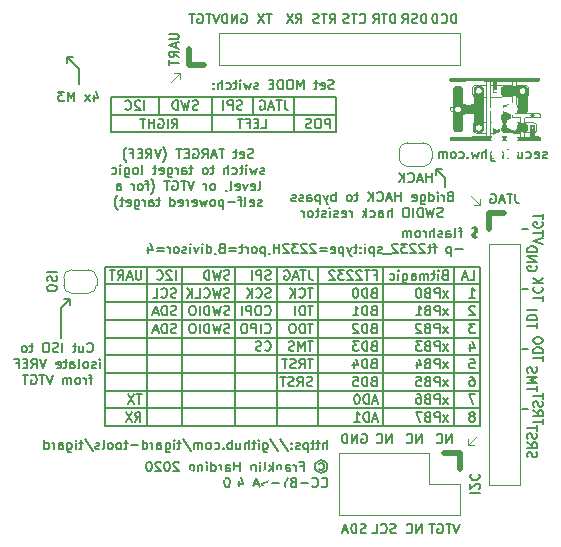
<source format=gbo>
G04 #@! TF.GenerationSoftware,KiCad,Pcbnew,(5.1.9-0-10_14)*
G04 #@! TF.CreationDate,2021-04-05T09:48:25+08:00*
G04 #@! TF.ProjectId,tigard,74696761-7264-42e6-9b69-6361645f7063,v1.1*
G04 #@! TF.SameCoordinates,Original*
G04 #@! TF.FileFunction,Legend,Bot*
G04 #@! TF.FilePolarity,Positive*
%FSLAX46Y46*%
G04 Gerber Fmt 4.6, Leading zero omitted, Abs format (unit mm)*
G04 Created by KiCad (PCBNEW (5.1.9-0-10_14)) date 2021-04-05 09:48:25*
%MOMM*%
%LPD*%
G01*
G04 APERTURE LIST*
%ADD10C,0.150000*%
%ADD11C,0.120000*%
%ADD12C,0.500000*%
%ADD13C,0.010000*%
%ADD14C,0.100000*%
%ADD15C,0.075000*%
%ADD16O,1.000000X1.000000*%
%ADD17O,2.200000X1.100000*%
%ADD18C,0.750000*%
%ADD19O,1.700000X1.100000*%
%ADD20O,1.800000X1.800000*%
%ADD21C,2.100000*%
%ADD22C,1.500000*%
%ADD23C,3.300000*%
G04 APERTURE END LIST*
D10*
X57326761Y-37071809D02*
X57212476Y-37109904D01*
X57022000Y-37109904D01*
X56945809Y-37071809D01*
X56907714Y-37033714D01*
X56869619Y-36957523D01*
X56869619Y-36881333D01*
X56907714Y-36805142D01*
X56945809Y-36767047D01*
X57022000Y-36728952D01*
X57174380Y-36690857D01*
X57250571Y-36652761D01*
X57288666Y-36614666D01*
X57326761Y-36538476D01*
X57326761Y-36462285D01*
X57288666Y-36386095D01*
X57250571Y-36348000D01*
X57174380Y-36309904D01*
X56983904Y-36309904D01*
X56869619Y-36348000D01*
X56222000Y-37071809D02*
X56298190Y-37109904D01*
X56450571Y-37109904D01*
X56526761Y-37071809D01*
X56564857Y-36995619D01*
X56564857Y-36690857D01*
X56526761Y-36614666D01*
X56450571Y-36576571D01*
X56298190Y-36576571D01*
X56222000Y-36614666D01*
X56183904Y-36690857D01*
X56183904Y-36767047D01*
X56564857Y-36843238D01*
X55955333Y-36576571D02*
X55650571Y-36576571D01*
X55841047Y-36309904D02*
X55841047Y-36995619D01*
X55802952Y-37071809D01*
X55726761Y-37109904D01*
X55650571Y-37109904D01*
X54774380Y-37109904D02*
X54774380Y-36309904D01*
X54507714Y-36881333D01*
X54241047Y-36309904D01*
X54241047Y-37109904D01*
X53707714Y-36309904D02*
X53555333Y-36309904D01*
X53479142Y-36348000D01*
X53402952Y-36424190D01*
X53364857Y-36576571D01*
X53364857Y-36843238D01*
X53402952Y-36995619D01*
X53479142Y-37071809D01*
X53555333Y-37109904D01*
X53707714Y-37109904D01*
X53783904Y-37071809D01*
X53860095Y-36995619D01*
X53898190Y-36843238D01*
X53898190Y-36576571D01*
X53860095Y-36424190D01*
X53783904Y-36348000D01*
X53707714Y-36309904D01*
X53022000Y-37109904D02*
X53022000Y-36309904D01*
X52831523Y-36309904D01*
X52717238Y-36348000D01*
X52641047Y-36424190D01*
X52602952Y-36500380D01*
X52564857Y-36652761D01*
X52564857Y-36767047D01*
X52602952Y-36919428D01*
X52641047Y-36995619D01*
X52717238Y-37071809D01*
X52831523Y-37109904D01*
X53022000Y-37109904D01*
X52222000Y-36690857D02*
X51955333Y-36690857D01*
X51841047Y-37109904D02*
X52222000Y-37109904D01*
X52222000Y-36309904D01*
X51841047Y-36309904D01*
X50926761Y-37071809D02*
X50850571Y-37109904D01*
X50698190Y-37109904D01*
X50622000Y-37071809D01*
X50583904Y-36995619D01*
X50583904Y-36957523D01*
X50622000Y-36881333D01*
X50698190Y-36843238D01*
X50812476Y-36843238D01*
X50888666Y-36805142D01*
X50926761Y-36728952D01*
X50926761Y-36690857D01*
X50888666Y-36614666D01*
X50812476Y-36576571D01*
X50698190Y-36576571D01*
X50622000Y-36614666D01*
X50317238Y-36576571D02*
X50164857Y-37109904D01*
X50012476Y-36728952D01*
X49860095Y-37109904D01*
X49707714Y-36576571D01*
X49402952Y-37109904D02*
X49402952Y-36576571D01*
X49402952Y-36309904D02*
X49441047Y-36348000D01*
X49402952Y-36386095D01*
X49364857Y-36348000D01*
X49402952Y-36309904D01*
X49402952Y-36386095D01*
X49136285Y-36576571D02*
X48831523Y-36576571D01*
X49022000Y-36309904D02*
X49022000Y-36995619D01*
X48983904Y-37071809D01*
X48907714Y-37109904D01*
X48831523Y-37109904D01*
X48222000Y-37071809D02*
X48298190Y-37109904D01*
X48450571Y-37109904D01*
X48526761Y-37071809D01*
X48564857Y-37033714D01*
X48602952Y-36957523D01*
X48602952Y-36728952D01*
X48564857Y-36652761D01*
X48526761Y-36614666D01*
X48450571Y-36576571D01*
X48298190Y-36576571D01*
X48222000Y-36614666D01*
X47879142Y-37109904D02*
X47879142Y-36309904D01*
X47536285Y-37109904D02*
X47536285Y-36690857D01*
X47574380Y-36614666D01*
X47650571Y-36576571D01*
X47764857Y-36576571D01*
X47841047Y-36614666D01*
X47879142Y-36652761D01*
X47155333Y-37033714D02*
X47117238Y-37071809D01*
X47155333Y-37109904D01*
X47193428Y-37071809D01*
X47155333Y-37033714D01*
X47155333Y-37109904D01*
X47155333Y-36614666D02*
X47117238Y-36652761D01*
X47155333Y-36690857D01*
X47193428Y-36652761D01*
X47155333Y-36614666D01*
X47155333Y-36690857D01*
X38484000Y-40764000D02*
X39500000Y-40764000D01*
X40000000Y-39264000D02*
X38984000Y-39264000D01*
X38984000Y-37764000D02*
X40000000Y-37764000D01*
X43636666Y-40411904D02*
X43903333Y-40030952D01*
X44093809Y-40411904D02*
X44093809Y-39611904D01*
X43789047Y-39611904D01*
X43712857Y-39650000D01*
X43674761Y-39688095D01*
X43636666Y-39764285D01*
X43636666Y-39878571D01*
X43674761Y-39954761D01*
X43712857Y-39992857D01*
X43789047Y-40030952D01*
X44093809Y-40030952D01*
X43293809Y-40411904D02*
X43293809Y-39611904D01*
X42493809Y-39650000D02*
X42570000Y-39611904D01*
X42684285Y-39611904D01*
X42798571Y-39650000D01*
X42874761Y-39726190D01*
X42912857Y-39802380D01*
X42950952Y-39954761D01*
X42950952Y-40069047D01*
X42912857Y-40221428D01*
X42874761Y-40297619D01*
X42798571Y-40373809D01*
X42684285Y-40411904D01*
X42608095Y-40411904D01*
X42493809Y-40373809D01*
X42455714Y-40335714D01*
X42455714Y-40069047D01*
X42608095Y-40069047D01*
X42112857Y-40411904D02*
X42112857Y-39611904D01*
X42112857Y-39992857D02*
X41655714Y-39992857D01*
X41655714Y-40411904D02*
X41655714Y-39611904D01*
X41389047Y-39611904D02*
X40931904Y-39611904D01*
X41160476Y-40411904D02*
X41160476Y-39611904D01*
X51205904Y-40411904D02*
X51586857Y-40411904D01*
X51586857Y-39611904D01*
X50939238Y-39992857D02*
X50672571Y-39992857D01*
X50558285Y-40411904D02*
X50939238Y-40411904D01*
X50939238Y-39611904D01*
X50558285Y-39611904D01*
X49948761Y-39992857D02*
X50215428Y-39992857D01*
X50215428Y-40411904D02*
X50215428Y-39611904D01*
X49834476Y-39611904D01*
X49644000Y-39611904D02*
X49186857Y-39611904D01*
X49415428Y-40411904D02*
X49415428Y-39611904D01*
X42500000Y-40764000D02*
X39500000Y-40764000D01*
X47000000Y-40764000D02*
X42500000Y-40764000D01*
X50500000Y-40764000D02*
X47000000Y-40764000D01*
X54000000Y-40764000D02*
X50500000Y-40764000D01*
X54000000Y-39264000D02*
X57556000Y-39264000D01*
X57556000Y-40764000D02*
X57556000Y-37764000D01*
X54000000Y-40764000D02*
X57556000Y-40764000D01*
X54000000Y-37764000D02*
X57556000Y-37764000D01*
X57014023Y-40411904D02*
X57014023Y-39611904D01*
X56709261Y-39611904D01*
X56633071Y-39650000D01*
X56594976Y-39688095D01*
X56556880Y-39764285D01*
X56556880Y-39878571D01*
X56594976Y-39954761D01*
X56633071Y-39992857D01*
X56709261Y-40030952D01*
X57014023Y-40030952D01*
X56061642Y-39611904D02*
X55909261Y-39611904D01*
X55833071Y-39650000D01*
X55756880Y-39726190D01*
X55718785Y-39878571D01*
X55718785Y-40145238D01*
X55756880Y-40297619D01*
X55833071Y-40373809D01*
X55909261Y-40411904D01*
X56061642Y-40411904D01*
X56137833Y-40373809D01*
X56214023Y-40297619D01*
X56252119Y-40145238D01*
X56252119Y-39878571D01*
X56214023Y-39726190D01*
X56137833Y-39650000D01*
X56061642Y-39611904D01*
X55414023Y-40373809D02*
X55299738Y-40411904D01*
X55109261Y-40411904D01*
X55033071Y-40373809D01*
X54994976Y-40335714D01*
X54956880Y-40259523D01*
X54956880Y-40183333D01*
X54994976Y-40107142D01*
X55033071Y-40069047D01*
X55109261Y-40030952D01*
X55261642Y-39992857D01*
X55337833Y-39954761D01*
X55375928Y-39916666D01*
X55414023Y-39840476D01*
X55414023Y-39764285D01*
X55375928Y-39688095D01*
X55337833Y-39650000D01*
X55261642Y-39611904D01*
X55071166Y-39611904D01*
X54956880Y-39650000D01*
X54000000Y-39264000D02*
X54000000Y-40764000D01*
X47000000Y-39264000D02*
X47500000Y-39264000D01*
X38984000Y-39264000D02*
X38484000Y-39264000D01*
X47000000Y-39264000D02*
X47000000Y-40764000D01*
X51000000Y-39264000D02*
X51500000Y-39264000D01*
X47500000Y-39264000D02*
X50500000Y-39264000D01*
X38484000Y-39264000D02*
X38484000Y-40764000D01*
X40000000Y-39264000D02*
X42500000Y-39264000D01*
X51500000Y-39264000D02*
X54000000Y-39264000D01*
X51000000Y-39264000D02*
X50500000Y-39264000D01*
X44000000Y-39264000D02*
X47000000Y-39264000D01*
X44000000Y-39264000D02*
X42500000Y-39264000D01*
X53183333Y-38075904D02*
X53183333Y-38647333D01*
X53221428Y-38761619D01*
X53297619Y-38837809D01*
X53411904Y-38875904D01*
X53488095Y-38875904D01*
X52916666Y-38075904D02*
X52459523Y-38075904D01*
X52688095Y-38875904D02*
X52688095Y-38075904D01*
X52230952Y-38647333D02*
X51850000Y-38647333D01*
X52307142Y-38875904D02*
X52040476Y-38075904D01*
X51773809Y-38875904D01*
X51088095Y-38114000D02*
X51164285Y-38075904D01*
X51278571Y-38075904D01*
X51392857Y-38114000D01*
X51469047Y-38190190D01*
X51507142Y-38266380D01*
X51545238Y-38418761D01*
X51545238Y-38533047D01*
X51507142Y-38685428D01*
X51469047Y-38761619D01*
X51392857Y-38837809D01*
X51278571Y-38875904D01*
X51202380Y-38875904D01*
X51088095Y-38837809D01*
X51050000Y-38799714D01*
X51050000Y-38533047D01*
X51202380Y-38533047D01*
X54000000Y-37764000D02*
X54000000Y-39264000D01*
X54000000Y-37764000D02*
X51500000Y-37764000D01*
X50500000Y-37764000D02*
X50500000Y-39264000D01*
X49569047Y-38823809D02*
X49454761Y-38861904D01*
X49264285Y-38861904D01*
X49188095Y-38823809D01*
X49150000Y-38785714D01*
X49111904Y-38709523D01*
X49111904Y-38633333D01*
X49150000Y-38557142D01*
X49188095Y-38519047D01*
X49264285Y-38480952D01*
X49416666Y-38442857D01*
X49492857Y-38404761D01*
X49530952Y-38366666D01*
X49569047Y-38290476D01*
X49569047Y-38214285D01*
X49530952Y-38138095D01*
X49492857Y-38100000D01*
X49416666Y-38061904D01*
X49226190Y-38061904D01*
X49111904Y-38100000D01*
X48769047Y-38861904D02*
X48769047Y-38061904D01*
X48464285Y-38061904D01*
X48388095Y-38100000D01*
X48350000Y-38138095D01*
X48311904Y-38214285D01*
X48311904Y-38328571D01*
X48350000Y-38404761D01*
X48388095Y-38442857D01*
X48464285Y-38480952D01*
X48769047Y-38480952D01*
X47969047Y-38861904D02*
X47969047Y-38061904D01*
X50500000Y-37764000D02*
X47500000Y-37764000D01*
X47000000Y-37764000D02*
X47000000Y-39264000D01*
X45835714Y-38823809D02*
X45721428Y-38861904D01*
X45530952Y-38861904D01*
X45454761Y-38823809D01*
X45416666Y-38785714D01*
X45378571Y-38709523D01*
X45378571Y-38633333D01*
X45416666Y-38557142D01*
X45454761Y-38519047D01*
X45530952Y-38480952D01*
X45683333Y-38442857D01*
X45759523Y-38404761D01*
X45797619Y-38366666D01*
X45835714Y-38290476D01*
X45835714Y-38214285D01*
X45797619Y-38138095D01*
X45759523Y-38100000D01*
X45683333Y-38061904D01*
X45492857Y-38061904D01*
X45378571Y-38100000D01*
X45111904Y-38061904D02*
X44921428Y-38861904D01*
X44769047Y-38290476D01*
X44616666Y-38861904D01*
X44426190Y-38061904D01*
X44121428Y-38861904D02*
X44121428Y-38061904D01*
X43930952Y-38061904D01*
X43816666Y-38100000D01*
X43740476Y-38176190D01*
X43702380Y-38252380D01*
X43664285Y-38404761D01*
X43664285Y-38519047D01*
X43702380Y-38671428D01*
X43740476Y-38747619D01*
X43816666Y-38823809D01*
X43930952Y-38861904D01*
X44121428Y-38861904D01*
X47000000Y-37764000D02*
X44000000Y-37764000D01*
X42500000Y-37764000D02*
X42500000Y-39264000D01*
X41280952Y-38875904D02*
X41280952Y-38075904D01*
X40938095Y-38152095D02*
X40900000Y-38114000D01*
X40823809Y-38075904D01*
X40633333Y-38075904D01*
X40557142Y-38114000D01*
X40519047Y-38152095D01*
X40480952Y-38228285D01*
X40480952Y-38304476D01*
X40519047Y-38418761D01*
X40976190Y-38875904D01*
X40480952Y-38875904D01*
X39680952Y-38799714D02*
X39719047Y-38837809D01*
X39833333Y-38875904D01*
X39909523Y-38875904D01*
X40023809Y-38837809D01*
X40100000Y-38761619D01*
X40138095Y-38685428D01*
X40176190Y-38533047D01*
X40176190Y-38418761D01*
X40138095Y-38266380D01*
X40100000Y-38190190D01*
X40023809Y-38114000D01*
X39909523Y-38075904D01*
X39833333Y-38075904D01*
X39719047Y-38114000D01*
X39680952Y-38152095D01*
X42500000Y-37764000D02*
X40000000Y-37764000D01*
X38484000Y-37764000D02*
X38484000Y-39264000D01*
X51500000Y-37764000D02*
X51000000Y-37764000D01*
X44000000Y-37764000D02*
X42500000Y-37764000D01*
X51000000Y-37764000D02*
X50500000Y-37764000D01*
X47500000Y-37764000D02*
X47000000Y-37764000D01*
X38484000Y-37764000D02*
X38984000Y-37764000D01*
X66746000Y-44650000D02*
X66746000Y-45400000D01*
X65996000Y-43900000D02*
X65996000Y-44400000D01*
X65996000Y-43900000D02*
X66496000Y-43900000D01*
X66746000Y-44650000D02*
X65996000Y-43900000D01*
X75354476Y-42913809D02*
X75278285Y-42951904D01*
X75125904Y-42951904D01*
X75049714Y-42913809D01*
X75011619Y-42837619D01*
X75011619Y-42799523D01*
X75049714Y-42723333D01*
X75125904Y-42685238D01*
X75240190Y-42685238D01*
X75316380Y-42647142D01*
X75354476Y-42570952D01*
X75354476Y-42532857D01*
X75316380Y-42456666D01*
X75240190Y-42418571D01*
X75125904Y-42418571D01*
X75049714Y-42456666D01*
X74364000Y-42913809D02*
X74440190Y-42951904D01*
X74592571Y-42951904D01*
X74668761Y-42913809D01*
X74706857Y-42837619D01*
X74706857Y-42532857D01*
X74668761Y-42456666D01*
X74592571Y-42418571D01*
X74440190Y-42418571D01*
X74364000Y-42456666D01*
X74325904Y-42532857D01*
X74325904Y-42609047D01*
X74706857Y-42685238D01*
X73640190Y-42913809D02*
X73716380Y-42951904D01*
X73868761Y-42951904D01*
X73944952Y-42913809D01*
X73983047Y-42875714D01*
X74021142Y-42799523D01*
X74021142Y-42570952D01*
X73983047Y-42494761D01*
X73944952Y-42456666D01*
X73868761Y-42418571D01*
X73716380Y-42418571D01*
X73640190Y-42456666D01*
X72954476Y-42418571D02*
X72954476Y-42951904D01*
X73297333Y-42418571D02*
X73297333Y-42837619D01*
X73259238Y-42913809D01*
X73183047Y-42951904D01*
X73068761Y-42951904D01*
X72992571Y-42913809D01*
X72954476Y-42875714D01*
X72573523Y-42951904D02*
X72573523Y-42418571D01*
X72573523Y-42570952D02*
X72535428Y-42494761D01*
X72497333Y-42456666D01*
X72421142Y-42418571D01*
X72344952Y-42418571D01*
X72078285Y-42951904D02*
X72078285Y-42418571D01*
X72078285Y-42151904D02*
X72116380Y-42190000D01*
X72078285Y-42228095D01*
X72040190Y-42190000D01*
X72078285Y-42151904D01*
X72078285Y-42228095D01*
X71697333Y-42418571D02*
X71697333Y-42951904D01*
X71697333Y-42494761D02*
X71659238Y-42456666D01*
X71583047Y-42418571D01*
X71468761Y-42418571D01*
X71392571Y-42456666D01*
X71354476Y-42532857D01*
X71354476Y-42951904D01*
X70630666Y-42418571D02*
X70630666Y-43066190D01*
X70668761Y-43142380D01*
X70706857Y-43180476D01*
X70783047Y-43218571D01*
X70897333Y-43218571D01*
X70973523Y-43180476D01*
X70630666Y-42913809D02*
X70706857Y-42951904D01*
X70859238Y-42951904D01*
X70935428Y-42913809D01*
X70973523Y-42875714D01*
X71011619Y-42799523D01*
X71011619Y-42570952D01*
X70973523Y-42494761D01*
X70935428Y-42456666D01*
X70859238Y-42418571D01*
X70706857Y-42418571D01*
X70630666Y-42456666D01*
X70249714Y-42951904D02*
X70249714Y-42151904D01*
X69906857Y-42951904D02*
X69906857Y-42532857D01*
X69944952Y-42456666D01*
X70021142Y-42418571D01*
X70135428Y-42418571D01*
X70211619Y-42456666D01*
X70249714Y-42494761D01*
X69602095Y-42418571D02*
X69449714Y-42951904D01*
X69297333Y-42570952D01*
X69144952Y-42951904D01*
X68992571Y-42418571D01*
X68687809Y-42875714D02*
X68649714Y-42913809D01*
X68687809Y-42951904D01*
X68725904Y-42913809D01*
X68687809Y-42875714D01*
X68687809Y-42951904D01*
X67964000Y-42913809D02*
X68040190Y-42951904D01*
X68192571Y-42951904D01*
X68268761Y-42913809D01*
X68306857Y-42875714D01*
X68344952Y-42799523D01*
X68344952Y-42570952D01*
X68306857Y-42494761D01*
X68268761Y-42456666D01*
X68192571Y-42418571D01*
X68040190Y-42418571D01*
X67964000Y-42456666D01*
X67506857Y-42951904D02*
X67583047Y-42913809D01*
X67621142Y-42875714D01*
X67659238Y-42799523D01*
X67659238Y-42570952D01*
X67621142Y-42494761D01*
X67583047Y-42456666D01*
X67506857Y-42418571D01*
X67392571Y-42418571D01*
X67316380Y-42456666D01*
X67278285Y-42494761D01*
X67240190Y-42570952D01*
X67240190Y-42799523D01*
X67278285Y-42875714D01*
X67316380Y-42913809D01*
X67392571Y-42951904D01*
X67506857Y-42951904D01*
X66897333Y-42951904D02*
X66897333Y-42418571D01*
X66897333Y-42494761D02*
X66859238Y-42456666D01*
X66783047Y-42418571D01*
X66668761Y-42418571D01*
X66592571Y-42456666D01*
X66554476Y-42532857D01*
X66554476Y-42951904D01*
X66554476Y-42532857D02*
X66516380Y-42456666D01*
X66440190Y-42418571D01*
X66325904Y-42418571D01*
X66249714Y-42456666D01*
X66211619Y-42532857D01*
X66211619Y-42951904D01*
X34742000Y-34392000D02*
X34742000Y-34892000D01*
X34742000Y-34392000D02*
X35242000Y-34392000D01*
X35742000Y-35392000D02*
X34742000Y-34392000D01*
X35742000Y-35392000D02*
X35742000Y-36642000D01*
X34992000Y-54900000D02*
X34492000Y-54900000D01*
X34992000Y-54900000D02*
X34992000Y-55400000D01*
X34242000Y-55650000D02*
X34992000Y-54900000D01*
X34242000Y-58150000D02*
X34242000Y-55650000D01*
X56760023Y-67589904D02*
X56760023Y-66789904D01*
X56417166Y-67589904D02*
X56417166Y-67170857D01*
X56455261Y-67094666D01*
X56531452Y-67056571D01*
X56645738Y-67056571D01*
X56721928Y-67094666D01*
X56760023Y-67132761D01*
X56150500Y-67056571D02*
X55845738Y-67056571D01*
X56036214Y-66789904D02*
X56036214Y-67475619D01*
X55998119Y-67551809D01*
X55921928Y-67589904D01*
X55845738Y-67589904D01*
X55693357Y-67056571D02*
X55388595Y-67056571D01*
X55579071Y-66789904D02*
X55579071Y-67475619D01*
X55540976Y-67551809D01*
X55464785Y-67589904D01*
X55388595Y-67589904D01*
X55121928Y-67056571D02*
X55121928Y-67856571D01*
X55121928Y-67094666D02*
X55045738Y-67056571D01*
X54893357Y-67056571D01*
X54817166Y-67094666D01*
X54779071Y-67132761D01*
X54740976Y-67208952D01*
X54740976Y-67437523D01*
X54779071Y-67513714D01*
X54817166Y-67551809D01*
X54893357Y-67589904D01*
X55045738Y-67589904D01*
X55121928Y-67551809D01*
X54436214Y-67551809D02*
X54360023Y-67589904D01*
X54207642Y-67589904D01*
X54131452Y-67551809D01*
X54093357Y-67475619D01*
X54093357Y-67437523D01*
X54131452Y-67361333D01*
X54207642Y-67323238D01*
X54321928Y-67323238D01*
X54398119Y-67285142D01*
X54436214Y-67208952D01*
X54436214Y-67170857D01*
X54398119Y-67094666D01*
X54321928Y-67056571D01*
X54207642Y-67056571D01*
X54131452Y-67094666D01*
X53750500Y-67513714D02*
X53712404Y-67551809D01*
X53750500Y-67589904D01*
X53788595Y-67551809D01*
X53750500Y-67513714D01*
X53750500Y-67589904D01*
X53750500Y-67094666D02*
X53712404Y-67132761D01*
X53750500Y-67170857D01*
X53788595Y-67132761D01*
X53750500Y-67094666D01*
X53750500Y-67170857D01*
X52798119Y-66751809D02*
X53483833Y-67780380D01*
X51960023Y-66751809D02*
X52645738Y-67780380D01*
X51350500Y-67056571D02*
X51350500Y-67704190D01*
X51388595Y-67780380D01*
X51426690Y-67818476D01*
X51502880Y-67856571D01*
X51617166Y-67856571D01*
X51693357Y-67818476D01*
X51350500Y-67551809D02*
X51426690Y-67589904D01*
X51579071Y-67589904D01*
X51655261Y-67551809D01*
X51693357Y-67513714D01*
X51731452Y-67437523D01*
X51731452Y-67208952D01*
X51693357Y-67132761D01*
X51655261Y-67094666D01*
X51579071Y-67056571D01*
X51426690Y-67056571D01*
X51350500Y-67094666D01*
X50969547Y-67589904D02*
X50969547Y-67056571D01*
X50969547Y-66789904D02*
X51007642Y-66828000D01*
X50969547Y-66866095D01*
X50931452Y-66828000D01*
X50969547Y-66789904D01*
X50969547Y-66866095D01*
X50702880Y-67056571D02*
X50398119Y-67056571D01*
X50588595Y-66789904D02*
X50588595Y-67475619D01*
X50550500Y-67551809D01*
X50474309Y-67589904D01*
X50398119Y-67589904D01*
X50131452Y-67589904D02*
X50131452Y-66789904D01*
X49788595Y-67589904D02*
X49788595Y-67170857D01*
X49826690Y-67094666D01*
X49902880Y-67056571D01*
X50017166Y-67056571D01*
X50093357Y-67094666D01*
X50131452Y-67132761D01*
X49064785Y-67056571D02*
X49064785Y-67589904D01*
X49407642Y-67056571D02*
X49407642Y-67475619D01*
X49369547Y-67551809D01*
X49293357Y-67589904D01*
X49179071Y-67589904D01*
X49102880Y-67551809D01*
X49064785Y-67513714D01*
X48683833Y-67589904D02*
X48683833Y-66789904D01*
X48683833Y-67094666D02*
X48607642Y-67056571D01*
X48455261Y-67056571D01*
X48379071Y-67094666D01*
X48340976Y-67132761D01*
X48302880Y-67208952D01*
X48302880Y-67437523D01*
X48340976Y-67513714D01*
X48379071Y-67551809D01*
X48455261Y-67589904D01*
X48607642Y-67589904D01*
X48683833Y-67551809D01*
X47960023Y-67513714D02*
X47921928Y-67551809D01*
X47960023Y-67589904D01*
X47998119Y-67551809D01*
X47960023Y-67513714D01*
X47960023Y-67589904D01*
X47236214Y-67551809D02*
X47312404Y-67589904D01*
X47464785Y-67589904D01*
X47540976Y-67551809D01*
X47579071Y-67513714D01*
X47617166Y-67437523D01*
X47617166Y-67208952D01*
X47579071Y-67132761D01*
X47540976Y-67094666D01*
X47464785Y-67056571D01*
X47312404Y-67056571D01*
X47236214Y-67094666D01*
X46779071Y-67589904D02*
X46855261Y-67551809D01*
X46893357Y-67513714D01*
X46931452Y-67437523D01*
X46931452Y-67208952D01*
X46893357Y-67132761D01*
X46855261Y-67094666D01*
X46779071Y-67056571D01*
X46664785Y-67056571D01*
X46588595Y-67094666D01*
X46550500Y-67132761D01*
X46512404Y-67208952D01*
X46512404Y-67437523D01*
X46550500Y-67513714D01*
X46588595Y-67551809D01*
X46664785Y-67589904D01*
X46779071Y-67589904D01*
X46169547Y-67589904D02*
X46169547Y-67056571D01*
X46169547Y-67132761D02*
X46131452Y-67094666D01*
X46055261Y-67056571D01*
X45940976Y-67056571D01*
X45864785Y-67094666D01*
X45826690Y-67170857D01*
X45826690Y-67589904D01*
X45826690Y-67170857D02*
X45788595Y-67094666D01*
X45712404Y-67056571D01*
X45598119Y-67056571D01*
X45521928Y-67094666D01*
X45483833Y-67170857D01*
X45483833Y-67589904D01*
X44531452Y-66751809D02*
X45217166Y-67780380D01*
X44379071Y-67056571D02*
X44074309Y-67056571D01*
X44264785Y-66789904D02*
X44264785Y-67475619D01*
X44226690Y-67551809D01*
X44150500Y-67589904D01*
X44074309Y-67589904D01*
X43807642Y-67589904D02*
X43807642Y-67056571D01*
X43807642Y-66789904D02*
X43845738Y-66828000D01*
X43807642Y-66866095D01*
X43769547Y-66828000D01*
X43807642Y-66789904D01*
X43807642Y-66866095D01*
X43083833Y-67056571D02*
X43083833Y-67704190D01*
X43121928Y-67780380D01*
X43160023Y-67818476D01*
X43236214Y-67856571D01*
X43350500Y-67856571D01*
X43426690Y-67818476D01*
X43083833Y-67551809D02*
X43160023Y-67589904D01*
X43312404Y-67589904D01*
X43388595Y-67551809D01*
X43426690Y-67513714D01*
X43464785Y-67437523D01*
X43464785Y-67208952D01*
X43426690Y-67132761D01*
X43388595Y-67094666D01*
X43312404Y-67056571D01*
X43160023Y-67056571D01*
X43083833Y-67094666D01*
X42360023Y-67589904D02*
X42360023Y-67170857D01*
X42398119Y-67094666D01*
X42474309Y-67056571D01*
X42626690Y-67056571D01*
X42702880Y-67094666D01*
X42360023Y-67551809D02*
X42436214Y-67589904D01*
X42626690Y-67589904D01*
X42702880Y-67551809D01*
X42740976Y-67475619D01*
X42740976Y-67399428D01*
X42702880Y-67323238D01*
X42626690Y-67285142D01*
X42436214Y-67285142D01*
X42360023Y-67247047D01*
X41979071Y-67589904D02*
X41979071Y-67056571D01*
X41979071Y-67208952D02*
X41940976Y-67132761D01*
X41902880Y-67094666D01*
X41826690Y-67056571D01*
X41750500Y-67056571D01*
X41140976Y-67589904D02*
X41140976Y-66789904D01*
X41140976Y-67551809D02*
X41217166Y-67589904D01*
X41369547Y-67589904D01*
X41445738Y-67551809D01*
X41483833Y-67513714D01*
X41521928Y-67437523D01*
X41521928Y-67208952D01*
X41483833Y-67132761D01*
X41445738Y-67094666D01*
X41369547Y-67056571D01*
X41217166Y-67056571D01*
X41140976Y-67094666D01*
X40760023Y-67285142D02*
X40150500Y-67285142D01*
X39883833Y-67056571D02*
X39579071Y-67056571D01*
X39769547Y-66789904D02*
X39769547Y-67475619D01*
X39731452Y-67551809D01*
X39655261Y-67589904D01*
X39579071Y-67589904D01*
X39198119Y-67589904D02*
X39274309Y-67551809D01*
X39312404Y-67513714D01*
X39350500Y-67437523D01*
X39350500Y-67208952D01*
X39312404Y-67132761D01*
X39274309Y-67094666D01*
X39198119Y-67056571D01*
X39083833Y-67056571D01*
X39007642Y-67094666D01*
X38969547Y-67132761D01*
X38931452Y-67208952D01*
X38931452Y-67437523D01*
X38969547Y-67513714D01*
X39007642Y-67551809D01*
X39083833Y-67589904D01*
X39198119Y-67589904D01*
X38474309Y-67589904D02*
X38550500Y-67551809D01*
X38588595Y-67513714D01*
X38626690Y-67437523D01*
X38626690Y-67208952D01*
X38588595Y-67132761D01*
X38550500Y-67094666D01*
X38474309Y-67056571D01*
X38360023Y-67056571D01*
X38283833Y-67094666D01*
X38245738Y-67132761D01*
X38207642Y-67208952D01*
X38207642Y-67437523D01*
X38245738Y-67513714D01*
X38283833Y-67551809D01*
X38360023Y-67589904D01*
X38474309Y-67589904D01*
X37750500Y-67589904D02*
X37826690Y-67551809D01*
X37864785Y-67475619D01*
X37864785Y-66789904D01*
X37483833Y-67551809D02*
X37407642Y-67589904D01*
X37255261Y-67589904D01*
X37179071Y-67551809D01*
X37140976Y-67475619D01*
X37140976Y-67437523D01*
X37179071Y-67361333D01*
X37255261Y-67323238D01*
X37369547Y-67323238D01*
X37445738Y-67285142D01*
X37483833Y-67208952D01*
X37483833Y-67170857D01*
X37445738Y-67094666D01*
X37369547Y-67056571D01*
X37255261Y-67056571D01*
X37179071Y-67094666D01*
X36226690Y-66751809D02*
X36912404Y-67780380D01*
X36074309Y-67056571D02*
X35769547Y-67056571D01*
X35960023Y-66789904D02*
X35960023Y-67475619D01*
X35921928Y-67551809D01*
X35845738Y-67589904D01*
X35769547Y-67589904D01*
X35502880Y-67589904D02*
X35502880Y-67056571D01*
X35502880Y-66789904D02*
X35540976Y-66828000D01*
X35502880Y-66866095D01*
X35464785Y-66828000D01*
X35502880Y-66789904D01*
X35502880Y-66866095D01*
X34779071Y-67056571D02*
X34779071Y-67704190D01*
X34817166Y-67780380D01*
X34855261Y-67818476D01*
X34931452Y-67856571D01*
X35045738Y-67856571D01*
X35121928Y-67818476D01*
X34779071Y-67551809D02*
X34855261Y-67589904D01*
X35007642Y-67589904D01*
X35083833Y-67551809D01*
X35121928Y-67513714D01*
X35160023Y-67437523D01*
X35160023Y-67208952D01*
X35121928Y-67132761D01*
X35083833Y-67094666D01*
X35007642Y-67056571D01*
X34855261Y-67056571D01*
X34779071Y-67094666D01*
X34055261Y-67589904D02*
X34055261Y-67170857D01*
X34093357Y-67094666D01*
X34169547Y-67056571D01*
X34321928Y-67056571D01*
X34398119Y-67094666D01*
X34055261Y-67551809D02*
X34131452Y-67589904D01*
X34321928Y-67589904D01*
X34398119Y-67551809D01*
X34436214Y-67475619D01*
X34436214Y-67399428D01*
X34398119Y-67323238D01*
X34321928Y-67285142D01*
X34131452Y-67285142D01*
X34055261Y-67247047D01*
X33674309Y-67589904D02*
X33674309Y-67056571D01*
X33674309Y-67208952D02*
X33636214Y-67132761D01*
X33598119Y-67094666D01*
X33521928Y-67056571D01*
X33445738Y-67056571D01*
X32836214Y-67589904D02*
X32836214Y-66789904D01*
X32836214Y-67551809D02*
X32912404Y-67589904D01*
X33064785Y-67589904D01*
X33140976Y-67551809D01*
X33179071Y-67513714D01*
X33217166Y-67437523D01*
X33217166Y-67208952D01*
X33179071Y-67132761D01*
X33140976Y-67094666D01*
X33064785Y-67056571D01*
X32912404Y-67056571D01*
X32836214Y-67094666D01*
X56112404Y-68845380D02*
X56188595Y-68807285D01*
X56340976Y-68807285D01*
X56417166Y-68845380D01*
X56493357Y-68921571D01*
X56531452Y-68997761D01*
X56531452Y-69150142D01*
X56493357Y-69226333D01*
X56417166Y-69302523D01*
X56340976Y-69340619D01*
X56188595Y-69340619D01*
X56112404Y-69302523D01*
X56264785Y-68540619D02*
X56455261Y-68578714D01*
X56645738Y-68693000D01*
X56760023Y-68883476D01*
X56798119Y-69073952D01*
X56760023Y-69264428D01*
X56645738Y-69454904D01*
X56455261Y-69569190D01*
X56264785Y-69607285D01*
X56074309Y-69569190D01*
X55883833Y-69454904D01*
X55769547Y-69264428D01*
X55731452Y-69073952D01*
X55769547Y-68883476D01*
X55883833Y-68693000D01*
X56074309Y-68578714D01*
X56264785Y-68540619D01*
X54512404Y-69035857D02*
X54779071Y-69035857D01*
X54779071Y-69454904D02*
X54779071Y-68654904D01*
X54398119Y-68654904D01*
X54093357Y-69454904D02*
X54093357Y-68921571D01*
X54093357Y-69073952D02*
X54055261Y-68997761D01*
X54017166Y-68959666D01*
X53940976Y-68921571D01*
X53864785Y-68921571D01*
X53255261Y-69454904D02*
X53255261Y-69035857D01*
X53293357Y-68959666D01*
X53369547Y-68921571D01*
X53521928Y-68921571D01*
X53598119Y-68959666D01*
X53255261Y-69416809D02*
X53331452Y-69454904D01*
X53521928Y-69454904D01*
X53598119Y-69416809D01*
X53636214Y-69340619D01*
X53636214Y-69264428D01*
X53598119Y-69188238D01*
X53521928Y-69150142D01*
X53331452Y-69150142D01*
X53255261Y-69112047D01*
X52874309Y-68921571D02*
X52874309Y-69454904D01*
X52874309Y-68997761D02*
X52836214Y-68959666D01*
X52760023Y-68921571D01*
X52645738Y-68921571D01*
X52569547Y-68959666D01*
X52531452Y-69035857D01*
X52531452Y-69454904D01*
X52150500Y-69454904D02*
X52150500Y-68654904D01*
X52074309Y-69150142D02*
X51845738Y-69454904D01*
X51845738Y-68921571D02*
X52150500Y-69226333D01*
X51388595Y-69454904D02*
X51464785Y-69416809D01*
X51502880Y-69340619D01*
X51502880Y-68654904D01*
X51083833Y-69454904D02*
X51083833Y-68921571D01*
X51083833Y-68654904D02*
X51121928Y-68693000D01*
X51083833Y-68731095D01*
X51045738Y-68693000D01*
X51083833Y-68654904D01*
X51083833Y-68731095D01*
X50702880Y-68921571D02*
X50702880Y-69454904D01*
X50702880Y-68997761D02*
X50664785Y-68959666D01*
X50588595Y-68921571D01*
X50474309Y-68921571D01*
X50398119Y-68959666D01*
X50360023Y-69035857D01*
X50360023Y-69454904D01*
X49369547Y-69454904D02*
X49369547Y-68654904D01*
X49369547Y-69035857D02*
X48912404Y-69035857D01*
X48912404Y-69454904D02*
X48912404Y-68654904D01*
X48188595Y-69454904D02*
X48188595Y-69035857D01*
X48226690Y-68959666D01*
X48302880Y-68921571D01*
X48455261Y-68921571D01*
X48531452Y-68959666D01*
X48188595Y-69416809D02*
X48264785Y-69454904D01*
X48455261Y-69454904D01*
X48531452Y-69416809D01*
X48569547Y-69340619D01*
X48569547Y-69264428D01*
X48531452Y-69188238D01*
X48455261Y-69150142D01*
X48264785Y-69150142D01*
X48188595Y-69112047D01*
X47807642Y-69454904D02*
X47807642Y-68921571D01*
X47807642Y-69073952D02*
X47769547Y-68997761D01*
X47731452Y-68959666D01*
X47655261Y-68921571D01*
X47579071Y-68921571D01*
X46969547Y-69454904D02*
X46969547Y-68654904D01*
X46969547Y-69416809D02*
X47045738Y-69454904D01*
X47198119Y-69454904D01*
X47274309Y-69416809D01*
X47312404Y-69378714D01*
X47350500Y-69302523D01*
X47350500Y-69073952D01*
X47312404Y-68997761D01*
X47274309Y-68959666D01*
X47198119Y-68921571D01*
X47045738Y-68921571D01*
X46969547Y-68959666D01*
X46588595Y-69454904D02*
X46588595Y-68921571D01*
X46588595Y-68654904D02*
X46626690Y-68693000D01*
X46588595Y-68731095D01*
X46550500Y-68693000D01*
X46588595Y-68654904D01*
X46588595Y-68731095D01*
X46207642Y-68921571D02*
X46207642Y-69454904D01*
X46207642Y-68997761D02*
X46169547Y-68959666D01*
X46093357Y-68921571D01*
X45979071Y-68921571D01*
X45902880Y-68959666D01*
X45864785Y-69035857D01*
X45864785Y-69454904D01*
X45140976Y-68921571D02*
X45140976Y-69569190D01*
X45179071Y-69645380D01*
X45217166Y-69683476D01*
X45293357Y-69721571D01*
X45407642Y-69721571D01*
X45483833Y-69683476D01*
X45140976Y-69416809D02*
X45217166Y-69454904D01*
X45369547Y-69454904D01*
X45445738Y-69416809D01*
X45483833Y-69378714D01*
X45521928Y-69302523D01*
X45521928Y-69073952D01*
X45483833Y-68997761D01*
X45445738Y-68959666D01*
X45369547Y-68921571D01*
X45217166Y-68921571D01*
X45140976Y-68959666D01*
X44188595Y-68731095D02*
X44150500Y-68693000D01*
X44074309Y-68654904D01*
X43883833Y-68654904D01*
X43807642Y-68693000D01*
X43769547Y-68731095D01*
X43731452Y-68807285D01*
X43731452Y-68883476D01*
X43769547Y-68997761D01*
X44226690Y-69454904D01*
X43731452Y-69454904D01*
X43236214Y-68654904D02*
X43160023Y-68654904D01*
X43083833Y-68693000D01*
X43045738Y-68731095D01*
X43007642Y-68807285D01*
X42969547Y-68959666D01*
X42969547Y-69150142D01*
X43007642Y-69302523D01*
X43045738Y-69378714D01*
X43083833Y-69416809D01*
X43160023Y-69454904D01*
X43236214Y-69454904D01*
X43312404Y-69416809D01*
X43350500Y-69378714D01*
X43388595Y-69302523D01*
X43426690Y-69150142D01*
X43426690Y-68959666D01*
X43388595Y-68807285D01*
X43350500Y-68731095D01*
X43312404Y-68693000D01*
X43236214Y-68654904D01*
X42664785Y-68731095D02*
X42626690Y-68693000D01*
X42550500Y-68654904D01*
X42360023Y-68654904D01*
X42283833Y-68693000D01*
X42245738Y-68731095D01*
X42207642Y-68807285D01*
X42207642Y-68883476D01*
X42245738Y-68997761D01*
X42702880Y-69454904D01*
X42207642Y-69454904D01*
X41712404Y-68654904D02*
X41636214Y-68654904D01*
X41560023Y-68693000D01*
X41521928Y-68731095D01*
X41483833Y-68807285D01*
X41445738Y-68959666D01*
X41445738Y-69150142D01*
X41483833Y-69302523D01*
X41521928Y-69378714D01*
X41560023Y-69416809D01*
X41636214Y-69454904D01*
X41712404Y-69454904D01*
X41788595Y-69416809D01*
X41826690Y-69378714D01*
X41864785Y-69302523D01*
X41902880Y-69150142D01*
X41902880Y-68959666D01*
X41864785Y-68807285D01*
X41826690Y-68731095D01*
X41788595Y-68693000D01*
X41712404Y-68654904D01*
X56302880Y-70728714D02*
X56340976Y-70766809D01*
X56455261Y-70804904D01*
X56531452Y-70804904D01*
X56645738Y-70766809D01*
X56721928Y-70690619D01*
X56760023Y-70614428D01*
X56798119Y-70462047D01*
X56798119Y-70347761D01*
X56760023Y-70195380D01*
X56721928Y-70119190D01*
X56645738Y-70043000D01*
X56531452Y-70004904D01*
X56455261Y-70004904D01*
X56340976Y-70043000D01*
X56302880Y-70081095D01*
X55502880Y-70728714D02*
X55540976Y-70766809D01*
X55655261Y-70804904D01*
X55731452Y-70804904D01*
X55845738Y-70766809D01*
X55921928Y-70690619D01*
X55960023Y-70614428D01*
X55998119Y-70462047D01*
X55998119Y-70347761D01*
X55960023Y-70195380D01*
X55921928Y-70119190D01*
X55845738Y-70043000D01*
X55731452Y-70004904D01*
X55655261Y-70004904D01*
X55540976Y-70043000D01*
X55502880Y-70081095D01*
X55160023Y-70500142D02*
X54550500Y-70500142D01*
X53902880Y-70385857D02*
X53788595Y-70423952D01*
X53750500Y-70462047D01*
X53712404Y-70538238D01*
X53712404Y-70652523D01*
X53750500Y-70728714D01*
X53788595Y-70766809D01*
X53864785Y-70804904D01*
X54169547Y-70804904D01*
X54169547Y-70004904D01*
X53902880Y-70004904D01*
X53826690Y-70043000D01*
X53788595Y-70081095D01*
X53750500Y-70157285D01*
X53750500Y-70233476D01*
X53788595Y-70309666D01*
X53826690Y-70347761D01*
X53902880Y-70385857D01*
X54169547Y-70385857D01*
X53217166Y-70423952D02*
X53217166Y-70804904D01*
X53483833Y-70004904D02*
X53217166Y-70423952D01*
X52950500Y-70004904D01*
X52683833Y-70500142D02*
X52074309Y-70500142D01*
X51731452Y-70766809D02*
X51617166Y-70804904D01*
X51426690Y-70804904D01*
X51350500Y-70766809D01*
X51312404Y-70728714D01*
X51274309Y-70652523D01*
X51274309Y-70576333D01*
X51312404Y-70500142D01*
X51350500Y-70462047D01*
X51426690Y-70423952D01*
X51579071Y-70385857D01*
X51655261Y-70347761D01*
X51693357Y-70309666D01*
X51731452Y-70233476D01*
X51731452Y-70157285D01*
X51693357Y-70081095D01*
X51655261Y-70043000D01*
X51579071Y-70004904D01*
X51388595Y-70004904D01*
X51274309Y-70043000D01*
X50969547Y-70576333D02*
X50588595Y-70576333D01*
X51045738Y-70804904D02*
X50779071Y-70004904D01*
X50512404Y-70804904D01*
X49293357Y-70271571D02*
X49293357Y-70804904D01*
X49483833Y-69966809D02*
X49674309Y-70538238D01*
X49179071Y-70538238D01*
X48874309Y-70728714D02*
X48836214Y-70766809D01*
X48874309Y-70804904D01*
X48912404Y-70766809D01*
X48874309Y-70728714D01*
X48874309Y-70804904D01*
X48340976Y-70004904D02*
X48264785Y-70004904D01*
X48188595Y-70043000D01*
X48150500Y-70081095D01*
X48112404Y-70157285D01*
X48074309Y-70309666D01*
X48074309Y-70500142D01*
X48112404Y-70652523D01*
X48150500Y-70728714D01*
X48188595Y-70766809D01*
X48264785Y-70804904D01*
X48340976Y-70804904D01*
X48417166Y-70766809D01*
X48455261Y-70728714D01*
X48493357Y-70652523D01*
X48531452Y-70500142D01*
X48531452Y-70309666D01*
X48493357Y-70157285D01*
X48455261Y-70081095D01*
X48417166Y-70043000D01*
X48340976Y-70004904D01*
X50502761Y-42920809D02*
X50388476Y-42958904D01*
X50198000Y-42958904D01*
X50121809Y-42920809D01*
X50083714Y-42882714D01*
X50045619Y-42806523D01*
X50045619Y-42730333D01*
X50083714Y-42654142D01*
X50121809Y-42616047D01*
X50198000Y-42577952D01*
X50350380Y-42539857D01*
X50426571Y-42501761D01*
X50464666Y-42463666D01*
X50502761Y-42387476D01*
X50502761Y-42311285D01*
X50464666Y-42235095D01*
X50426571Y-42197000D01*
X50350380Y-42158904D01*
X50159904Y-42158904D01*
X50045619Y-42197000D01*
X49398000Y-42920809D02*
X49474190Y-42958904D01*
X49626571Y-42958904D01*
X49702761Y-42920809D01*
X49740857Y-42844619D01*
X49740857Y-42539857D01*
X49702761Y-42463666D01*
X49626571Y-42425571D01*
X49474190Y-42425571D01*
X49398000Y-42463666D01*
X49359904Y-42539857D01*
X49359904Y-42616047D01*
X49740857Y-42692238D01*
X49131333Y-42425571D02*
X48826571Y-42425571D01*
X49017047Y-42158904D02*
X49017047Y-42844619D01*
X48978952Y-42920809D01*
X48902761Y-42958904D01*
X48826571Y-42958904D01*
X48064666Y-42158904D02*
X47607523Y-42158904D01*
X47836095Y-42958904D02*
X47836095Y-42158904D01*
X47378952Y-42730333D02*
X46998000Y-42730333D01*
X47455142Y-42958904D02*
X47188476Y-42158904D01*
X46921809Y-42958904D01*
X46198000Y-42958904D02*
X46464666Y-42577952D01*
X46655142Y-42958904D02*
X46655142Y-42158904D01*
X46350380Y-42158904D01*
X46274190Y-42197000D01*
X46236095Y-42235095D01*
X46198000Y-42311285D01*
X46198000Y-42425571D01*
X46236095Y-42501761D01*
X46274190Y-42539857D01*
X46350380Y-42577952D01*
X46655142Y-42577952D01*
X45436095Y-42197000D02*
X45512285Y-42158904D01*
X45626571Y-42158904D01*
X45740857Y-42197000D01*
X45817047Y-42273190D01*
X45855142Y-42349380D01*
X45893238Y-42501761D01*
X45893238Y-42616047D01*
X45855142Y-42768428D01*
X45817047Y-42844619D01*
X45740857Y-42920809D01*
X45626571Y-42958904D01*
X45550380Y-42958904D01*
X45436095Y-42920809D01*
X45398000Y-42882714D01*
X45398000Y-42616047D01*
X45550380Y-42616047D01*
X45055142Y-42539857D02*
X44788476Y-42539857D01*
X44674190Y-42958904D02*
X45055142Y-42958904D01*
X45055142Y-42158904D01*
X44674190Y-42158904D01*
X44445619Y-42158904D02*
X43988476Y-42158904D01*
X44217047Y-42958904D02*
X44217047Y-42158904D01*
X42883714Y-43263666D02*
X42921809Y-43225571D01*
X42998000Y-43111285D01*
X43036095Y-43035095D01*
X43074190Y-42920809D01*
X43112285Y-42730333D01*
X43112285Y-42577952D01*
X43074190Y-42387476D01*
X43036095Y-42273190D01*
X42998000Y-42197000D01*
X42921809Y-42082714D01*
X42883714Y-42044619D01*
X42693238Y-42158904D02*
X42426571Y-42958904D01*
X42159904Y-42158904D01*
X41436095Y-42958904D02*
X41702761Y-42577952D01*
X41893238Y-42958904D02*
X41893238Y-42158904D01*
X41588476Y-42158904D01*
X41512285Y-42197000D01*
X41474190Y-42235095D01*
X41436095Y-42311285D01*
X41436095Y-42425571D01*
X41474190Y-42501761D01*
X41512285Y-42539857D01*
X41588476Y-42577952D01*
X41893238Y-42577952D01*
X41093238Y-42539857D02*
X40826571Y-42539857D01*
X40712285Y-42958904D02*
X41093238Y-42958904D01*
X41093238Y-42158904D01*
X40712285Y-42158904D01*
X40102761Y-42539857D02*
X40369428Y-42539857D01*
X40369428Y-42958904D02*
X40369428Y-42158904D01*
X39988476Y-42158904D01*
X39759904Y-43263666D02*
X39721809Y-43225571D01*
X39645619Y-43111285D01*
X39607523Y-43035095D01*
X39569428Y-42920809D01*
X39531333Y-42730333D01*
X39531333Y-42577952D01*
X39569428Y-42387476D01*
X39607523Y-42273190D01*
X39645619Y-42197000D01*
X39721809Y-42082714D01*
X39759904Y-42044619D01*
X51455142Y-44270809D02*
X51378952Y-44308904D01*
X51226571Y-44308904D01*
X51150380Y-44270809D01*
X51112285Y-44194619D01*
X51112285Y-44156523D01*
X51150380Y-44080333D01*
X51226571Y-44042238D01*
X51340857Y-44042238D01*
X51417047Y-44004142D01*
X51455142Y-43927952D01*
X51455142Y-43889857D01*
X51417047Y-43813666D01*
X51340857Y-43775571D01*
X51226571Y-43775571D01*
X51150380Y-43813666D01*
X50845619Y-43775571D02*
X50693238Y-44308904D01*
X50540857Y-43927952D01*
X50388476Y-44308904D01*
X50236095Y-43775571D01*
X49931333Y-44308904D02*
X49931333Y-43775571D01*
X49931333Y-43508904D02*
X49969428Y-43547000D01*
X49931333Y-43585095D01*
X49893238Y-43547000D01*
X49931333Y-43508904D01*
X49931333Y-43585095D01*
X49664666Y-43775571D02*
X49359904Y-43775571D01*
X49550380Y-43508904D02*
X49550380Y-44194619D01*
X49512285Y-44270809D01*
X49436095Y-44308904D01*
X49359904Y-44308904D01*
X48750380Y-44270809D02*
X48826571Y-44308904D01*
X48978952Y-44308904D01*
X49055142Y-44270809D01*
X49093238Y-44232714D01*
X49131333Y-44156523D01*
X49131333Y-43927952D01*
X49093238Y-43851761D01*
X49055142Y-43813666D01*
X48978952Y-43775571D01*
X48826571Y-43775571D01*
X48750380Y-43813666D01*
X48407523Y-44308904D02*
X48407523Y-43508904D01*
X48064666Y-44308904D02*
X48064666Y-43889857D01*
X48102761Y-43813666D01*
X48178952Y-43775571D01*
X48293238Y-43775571D01*
X48369428Y-43813666D01*
X48407523Y-43851761D01*
X47188476Y-43775571D02*
X46883714Y-43775571D01*
X47074190Y-43508904D02*
X47074190Y-44194619D01*
X47036095Y-44270809D01*
X46959904Y-44308904D01*
X46883714Y-44308904D01*
X46502761Y-44308904D02*
X46578952Y-44270809D01*
X46617047Y-44232714D01*
X46655142Y-44156523D01*
X46655142Y-43927952D01*
X46617047Y-43851761D01*
X46578952Y-43813666D01*
X46502761Y-43775571D01*
X46388476Y-43775571D01*
X46312285Y-43813666D01*
X46274190Y-43851761D01*
X46236095Y-43927952D01*
X46236095Y-44156523D01*
X46274190Y-44232714D01*
X46312285Y-44270809D01*
X46388476Y-44308904D01*
X46502761Y-44308904D01*
X45398000Y-43775571D02*
X45093238Y-43775571D01*
X45283714Y-43508904D02*
X45283714Y-44194619D01*
X45245619Y-44270809D01*
X45169428Y-44308904D01*
X45093238Y-44308904D01*
X44483714Y-44308904D02*
X44483714Y-43889857D01*
X44521809Y-43813666D01*
X44598000Y-43775571D01*
X44750380Y-43775571D01*
X44826571Y-43813666D01*
X44483714Y-44270809D02*
X44559904Y-44308904D01*
X44750380Y-44308904D01*
X44826571Y-44270809D01*
X44864666Y-44194619D01*
X44864666Y-44118428D01*
X44826571Y-44042238D01*
X44750380Y-44004142D01*
X44559904Y-44004142D01*
X44483714Y-43966047D01*
X44102761Y-44308904D02*
X44102761Y-43775571D01*
X44102761Y-43927952D02*
X44064666Y-43851761D01*
X44026571Y-43813666D01*
X43950380Y-43775571D01*
X43874190Y-43775571D01*
X43264666Y-43775571D02*
X43264666Y-44423190D01*
X43302761Y-44499380D01*
X43340857Y-44537476D01*
X43417047Y-44575571D01*
X43531333Y-44575571D01*
X43607523Y-44537476D01*
X43264666Y-44270809D02*
X43340857Y-44308904D01*
X43493238Y-44308904D01*
X43569428Y-44270809D01*
X43607523Y-44232714D01*
X43645619Y-44156523D01*
X43645619Y-43927952D01*
X43607523Y-43851761D01*
X43569428Y-43813666D01*
X43493238Y-43775571D01*
X43340857Y-43775571D01*
X43264666Y-43813666D01*
X42578952Y-44270809D02*
X42655142Y-44308904D01*
X42807523Y-44308904D01*
X42883714Y-44270809D01*
X42921809Y-44194619D01*
X42921809Y-43889857D01*
X42883714Y-43813666D01*
X42807523Y-43775571D01*
X42655142Y-43775571D01*
X42578952Y-43813666D01*
X42540857Y-43889857D01*
X42540857Y-43966047D01*
X42921809Y-44042238D01*
X42312285Y-43775571D02*
X42007523Y-43775571D01*
X42198000Y-43508904D02*
X42198000Y-44194619D01*
X42159904Y-44270809D01*
X42083714Y-44308904D01*
X42007523Y-44308904D01*
X41017047Y-44308904D02*
X41093238Y-44270809D01*
X41131333Y-44194619D01*
X41131333Y-43508904D01*
X40598000Y-44308904D02*
X40674190Y-44270809D01*
X40712285Y-44232714D01*
X40750380Y-44156523D01*
X40750380Y-43927952D01*
X40712285Y-43851761D01*
X40674190Y-43813666D01*
X40598000Y-43775571D01*
X40483714Y-43775571D01*
X40407523Y-43813666D01*
X40369428Y-43851761D01*
X40331333Y-43927952D01*
X40331333Y-44156523D01*
X40369428Y-44232714D01*
X40407523Y-44270809D01*
X40483714Y-44308904D01*
X40598000Y-44308904D01*
X39645619Y-43775571D02*
X39645619Y-44423190D01*
X39683714Y-44499380D01*
X39721809Y-44537476D01*
X39798000Y-44575571D01*
X39912285Y-44575571D01*
X39988476Y-44537476D01*
X39645619Y-44270809D02*
X39721809Y-44308904D01*
X39874190Y-44308904D01*
X39950380Y-44270809D01*
X39988476Y-44232714D01*
X40026571Y-44156523D01*
X40026571Y-43927952D01*
X39988476Y-43851761D01*
X39950380Y-43813666D01*
X39874190Y-43775571D01*
X39721809Y-43775571D01*
X39645619Y-43813666D01*
X39264666Y-44308904D02*
X39264666Y-43775571D01*
X39264666Y-43508904D02*
X39302761Y-43547000D01*
X39264666Y-43585095D01*
X39226571Y-43547000D01*
X39264666Y-43508904D01*
X39264666Y-43585095D01*
X38540857Y-44270809D02*
X38617047Y-44308904D01*
X38769428Y-44308904D01*
X38845619Y-44270809D01*
X38883714Y-44232714D01*
X38921809Y-44156523D01*
X38921809Y-43927952D01*
X38883714Y-43851761D01*
X38845619Y-43813666D01*
X38769428Y-43775571D01*
X38617047Y-43775571D01*
X38540857Y-43813666D01*
X50940857Y-45658904D02*
X51017047Y-45620809D01*
X51055142Y-45544619D01*
X51055142Y-44858904D01*
X50331333Y-45620809D02*
X50407523Y-45658904D01*
X50559904Y-45658904D01*
X50636095Y-45620809D01*
X50674190Y-45544619D01*
X50674190Y-45239857D01*
X50636095Y-45163666D01*
X50559904Y-45125571D01*
X50407523Y-45125571D01*
X50331333Y-45163666D01*
X50293238Y-45239857D01*
X50293238Y-45316047D01*
X50674190Y-45392238D01*
X50026571Y-45125571D02*
X49836095Y-45658904D01*
X49645619Y-45125571D01*
X49036095Y-45620809D02*
X49112285Y-45658904D01*
X49264666Y-45658904D01*
X49340857Y-45620809D01*
X49378952Y-45544619D01*
X49378952Y-45239857D01*
X49340857Y-45163666D01*
X49264666Y-45125571D01*
X49112285Y-45125571D01*
X49036095Y-45163666D01*
X48998000Y-45239857D01*
X48998000Y-45316047D01*
X49378952Y-45392238D01*
X48540857Y-45658904D02*
X48617047Y-45620809D01*
X48655142Y-45544619D01*
X48655142Y-44858904D01*
X48198000Y-45620809D02*
X48198000Y-45658904D01*
X48236095Y-45735095D01*
X48274190Y-45773190D01*
X47131333Y-45658904D02*
X47207523Y-45620809D01*
X47245619Y-45582714D01*
X47283714Y-45506523D01*
X47283714Y-45277952D01*
X47245619Y-45201761D01*
X47207523Y-45163666D01*
X47131333Y-45125571D01*
X47017047Y-45125571D01*
X46940857Y-45163666D01*
X46902761Y-45201761D01*
X46864666Y-45277952D01*
X46864666Y-45506523D01*
X46902761Y-45582714D01*
X46940857Y-45620809D01*
X47017047Y-45658904D01*
X47131333Y-45658904D01*
X46521809Y-45658904D02*
X46521809Y-45125571D01*
X46521809Y-45277952D02*
X46483714Y-45201761D01*
X46445619Y-45163666D01*
X46369428Y-45125571D01*
X46293238Y-45125571D01*
X45531333Y-44858904D02*
X45264666Y-45658904D01*
X44998000Y-44858904D01*
X44845619Y-44858904D02*
X44388476Y-44858904D01*
X44617047Y-45658904D02*
X44617047Y-44858904D01*
X43702761Y-44897000D02*
X43778952Y-44858904D01*
X43893238Y-44858904D01*
X44007523Y-44897000D01*
X44083714Y-44973190D01*
X44121809Y-45049380D01*
X44159904Y-45201761D01*
X44159904Y-45316047D01*
X44121809Y-45468428D01*
X44083714Y-45544619D01*
X44007523Y-45620809D01*
X43893238Y-45658904D01*
X43817047Y-45658904D01*
X43702761Y-45620809D01*
X43664666Y-45582714D01*
X43664666Y-45316047D01*
X43817047Y-45316047D01*
X43436095Y-44858904D02*
X42978952Y-44858904D01*
X43207523Y-45658904D02*
X43207523Y-44858904D01*
X41874190Y-45963666D02*
X41912285Y-45925571D01*
X41988476Y-45811285D01*
X42026571Y-45735095D01*
X42064666Y-45620809D01*
X42102761Y-45430333D01*
X42102761Y-45277952D01*
X42064666Y-45087476D01*
X42026571Y-44973190D01*
X41988476Y-44897000D01*
X41912285Y-44782714D01*
X41874190Y-44744619D01*
X41683714Y-45125571D02*
X41378952Y-45125571D01*
X41569428Y-45658904D02*
X41569428Y-44973190D01*
X41531333Y-44897000D01*
X41455142Y-44858904D01*
X41378952Y-44858904D01*
X40998000Y-45658904D02*
X41074190Y-45620809D01*
X41112285Y-45582714D01*
X41150380Y-45506523D01*
X41150380Y-45277952D01*
X41112285Y-45201761D01*
X41074190Y-45163666D01*
X40998000Y-45125571D01*
X40883714Y-45125571D01*
X40807523Y-45163666D01*
X40769428Y-45201761D01*
X40731333Y-45277952D01*
X40731333Y-45506523D01*
X40769428Y-45582714D01*
X40807523Y-45620809D01*
X40883714Y-45658904D01*
X40998000Y-45658904D01*
X40388476Y-45658904D02*
X40388476Y-45125571D01*
X40388476Y-45277952D02*
X40350380Y-45201761D01*
X40312285Y-45163666D01*
X40236095Y-45125571D01*
X40159904Y-45125571D01*
X38940857Y-45658904D02*
X38940857Y-45239857D01*
X38978952Y-45163666D01*
X39055142Y-45125571D01*
X39207523Y-45125571D01*
X39283714Y-45163666D01*
X38940857Y-45620809D02*
X39017047Y-45658904D01*
X39207523Y-45658904D01*
X39283714Y-45620809D01*
X39321809Y-45544619D01*
X39321809Y-45468428D01*
X39283714Y-45392238D01*
X39207523Y-45354142D01*
X39017047Y-45354142D01*
X38940857Y-45316047D01*
X51226571Y-46970809D02*
X51150380Y-47008904D01*
X50998000Y-47008904D01*
X50921809Y-46970809D01*
X50883714Y-46894619D01*
X50883714Y-46856523D01*
X50921809Y-46780333D01*
X50998000Y-46742238D01*
X51112285Y-46742238D01*
X51188476Y-46704142D01*
X51226571Y-46627952D01*
X51226571Y-46589857D01*
X51188476Y-46513666D01*
X51112285Y-46475571D01*
X50998000Y-46475571D01*
X50921809Y-46513666D01*
X50236095Y-46970809D02*
X50312285Y-47008904D01*
X50464666Y-47008904D01*
X50540857Y-46970809D01*
X50578952Y-46894619D01*
X50578952Y-46589857D01*
X50540857Y-46513666D01*
X50464666Y-46475571D01*
X50312285Y-46475571D01*
X50236095Y-46513666D01*
X50198000Y-46589857D01*
X50198000Y-46666047D01*
X50578952Y-46742238D01*
X49740857Y-47008904D02*
X49817047Y-46970809D01*
X49855142Y-46894619D01*
X49855142Y-46208904D01*
X49550380Y-46475571D02*
X49245619Y-46475571D01*
X49436095Y-47008904D02*
X49436095Y-46323190D01*
X49398000Y-46247000D01*
X49321809Y-46208904D01*
X49245619Y-46208904D01*
X48978952Y-46704142D02*
X48369428Y-46704142D01*
X47988476Y-46475571D02*
X47988476Y-47275571D01*
X47988476Y-46513666D02*
X47912285Y-46475571D01*
X47759904Y-46475571D01*
X47683714Y-46513666D01*
X47645619Y-46551761D01*
X47607523Y-46627952D01*
X47607523Y-46856523D01*
X47645619Y-46932714D01*
X47683714Y-46970809D01*
X47759904Y-47008904D01*
X47912285Y-47008904D01*
X47988476Y-46970809D01*
X47150380Y-47008904D02*
X47226571Y-46970809D01*
X47264666Y-46932714D01*
X47302761Y-46856523D01*
X47302761Y-46627952D01*
X47264666Y-46551761D01*
X47226571Y-46513666D01*
X47150380Y-46475571D01*
X47036095Y-46475571D01*
X46959904Y-46513666D01*
X46921809Y-46551761D01*
X46883714Y-46627952D01*
X46883714Y-46856523D01*
X46921809Y-46932714D01*
X46959904Y-46970809D01*
X47036095Y-47008904D01*
X47150380Y-47008904D01*
X46617047Y-46475571D02*
X46464666Y-47008904D01*
X46312285Y-46627952D01*
X46159904Y-47008904D01*
X46007523Y-46475571D01*
X45398000Y-46970809D02*
X45474190Y-47008904D01*
X45626571Y-47008904D01*
X45702761Y-46970809D01*
X45740857Y-46894619D01*
X45740857Y-46589857D01*
X45702761Y-46513666D01*
X45626571Y-46475571D01*
X45474190Y-46475571D01*
X45398000Y-46513666D01*
X45359904Y-46589857D01*
X45359904Y-46666047D01*
X45740857Y-46742238D01*
X45017047Y-47008904D02*
X45017047Y-46475571D01*
X45017047Y-46627952D02*
X44978952Y-46551761D01*
X44940857Y-46513666D01*
X44864666Y-46475571D01*
X44788476Y-46475571D01*
X44217047Y-46970809D02*
X44293238Y-47008904D01*
X44445619Y-47008904D01*
X44521809Y-46970809D01*
X44559904Y-46894619D01*
X44559904Y-46589857D01*
X44521809Y-46513666D01*
X44445619Y-46475571D01*
X44293238Y-46475571D01*
X44217047Y-46513666D01*
X44178952Y-46589857D01*
X44178952Y-46666047D01*
X44559904Y-46742238D01*
X43493238Y-47008904D02*
X43493238Y-46208904D01*
X43493238Y-46970809D02*
X43569428Y-47008904D01*
X43721809Y-47008904D01*
X43798000Y-46970809D01*
X43836095Y-46932714D01*
X43874190Y-46856523D01*
X43874190Y-46627952D01*
X43836095Y-46551761D01*
X43798000Y-46513666D01*
X43721809Y-46475571D01*
X43569428Y-46475571D01*
X43493238Y-46513666D01*
X42617047Y-46475571D02*
X42312285Y-46475571D01*
X42502761Y-46208904D02*
X42502761Y-46894619D01*
X42464666Y-46970809D01*
X42388476Y-47008904D01*
X42312285Y-47008904D01*
X41702761Y-47008904D02*
X41702761Y-46589857D01*
X41740857Y-46513666D01*
X41817047Y-46475571D01*
X41969428Y-46475571D01*
X42045619Y-46513666D01*
X41702761Y-46970809D02*
X41778952Y-47008904D01*
X41969428Y-47008904D01*
X42045619Y-46970809D01*
X42083714Y-46894619D01*
X42083714Y-46818428D01*
X42045619Y-46742238D01*
X41969428Y-46704142D01*
X41778952Y-46704142D01*
X41702761Y-46666047D01*
X41321809Y-47008904D02*
X41321809Y-46475571D01*
X41321809Y-46627952D02*
X41283714Y-46551761D01*
X41245619Y-46513666D01*
X41169428Y-46475571D01*
X41093238Y-46475571D01*
X40483714Y-46475571D02*
X40483714Y-47123190D01*
X40521809Y-47199380D01*
X40559904Y-47237476D01*
X40636095Y-47275571D01*
X40750380Y-47275571D01*
X40826571Y-47237476D01*
X40483714Y-46970809D02*
X40559904Y-47008904D01*
X40712285Y-47008904D01*
X40788476Y-46970809D01*
X40826571Y-46932714D01*
X40864666Y-46856523D01*
X40864666Y-46627952D01*
X40826571Y-46551761D01*
X40788476Y-46513666D01*
X40712285Y-46475571D01*
X40559904Y-46475571D01*
X40483714Y-46513666D01*
X39798000Y-46970809D02*
X39874190Y-47008904D01*
X40026571Y-47008904D01*
X40102761Y-46970809D01*
X40140857Y-46894619D01*
X40140857Y-46589857D01*
X40102761Y-46513666D01*
X40026571Y-46475571D01*
X39874190Y-46475571D01*
X39798000Y-46513666D01*
X39759904Y-46589857D01*
X39759904Y-46666047D01*
X40140857Y-46742238D01*
X39531333Y-46475571D02*
X39226571Y-46475571D01*
X39417047Y-46208904D02*
X39417047Y-46894619D01*
X39378952Y-46970809D01*
X39302761Y-47008904D01*
X39226571Y-47008904D01*
X39036095Y-47313666D02*
X38998000Y-47275571D01*
X38921809Y-47161285D01*
X38883714Y-47085095D01*
X38845619Y-46970809D01*
X38807523Y-46780333D01*
X38807523Y-46627952D01*
X38845619Y-46437476D01*
X38883714Y-46323190D01*
X38921809Y-46247000D01*
X38998000Y-46132714D01*
X39036095Y-46094619D01*
X62000000Y-65650000D02*
X61500000Y-65650000D01*
X61500000Y-64150000D02*
X62000000Y-64150000D01*
X62000000Y-62650000D02*
X61500000Y-62650000D01*
X62000000Y-61150000D02*
X61500000Y-61150000D01*
X62000000Y-59650000D02*
X61500000Y-59650000D01*
X62000000Y-58150000D02*
X61500000Y-58150000D01*
X68000000Y-65650000D02*
X67500000Y-65650000D01*
X68000000Y-64150000D02*
X67500000Y-64150000D01*
X68000000Y-62650000D02*
X67500000Y-62650000D01*
X68000000Y-61150000D02*
X67500000Y-61150000D01*
X68000000Y-59650000D02*
X67500000Y-59650000D01*
X68000000Y-58150000D02*
X67500000Y-58150000D01*
X61500000Y-56650000D02*
X62000000Y-56650000D01*
X62000000Y-55150000D02*
X61500000Y-55150000D01*
X68000000Y-56650000D02*
X67500000Y-56650000D01*
X68000000Y-55150000D02*
X67500000Y-55150000D01*
X68000000Y-53650000D02*
X67500000Y-53650000D01*
X61500000Y-53650000D02*
X62000000Y-53650000D01*
X62000000Y-52150000D02*
X61500000Y-52150000D01*
X68000000Y-52150000D02*
X67500000Y-52150000D01*
X40504880Y-65261904D02*
X40771547Y-64880952D01*
X40962023Y-65261904D02*
X40962023Y-64461904D01*
X40657261Y-64461904D01*
X40581071Y-64500000D01*
X40542976Y-64538095D01*
X40504880Y-64614285D01*
X40504880Y-64728571D01*
X40542976Y-64804761D01*
X40581071Y-64842857D01*
X40657261Y-64880952D01*
X40962023Y-64880952D01*
X40238214Y-64461904D02*
X39704880Y-65261904D01*
X39704880Y-64461904D02*
X40238214Y-65261904D01*
X41076309Y-62961904D02*
X40619166Y-62961904D01*
X40847738Y-63761904D02*
X40847738Y-62961904D01*
X40428690Y-62961904D02*
X39895357Y-63761904D01*
X39895357Y-62961904D02*
X40428690Y-63761904D01*
X44000119Y-56223809D02*
X43885833Y-56261904D01*
X43695357Y-56261904D01*
X43619166Y-56223809D01*
X43581071Y-56185714D01*
X43542976Y-56109523D01*
X43542976Y-56033333D01*
X43581071Y-55957142D01*
X43619166Y-55919047D01*
X43695357Y-55880952D01*
X43847738Y-55842857D01*
X43923928Y-55804761D01*
X43962023Y-55766666D01*
X44000119Y-55690476D01*
X44000119Y-55614285D01*
X43962023Y-55538095D01*
X43923928Y-55500000D01*
X43847738Y-55461904D01*
X43657261Y-55461904D01*
X43542976Y-55500000D01*
X43200119Y-56261904D02*
X43200119Y-55461904D01*
X43009642Y-55461904D01*
X42895357Y-55500000D01*
X42819166Y-55576190D01*
X42781071Y-55652380D01*
X42742976Y-55804761D01*
X42742976Y-55919047D01*
X42781071Y-56071428D01*
X42819166Y-56147619D01*
X42895357Y-56223809D01*
X43009642Y-56261904D01*
X43200119Y-56261904D01*
X42438214Y-56033333D02*
X42057261Y-56033333D01*
X42514404Y-56261904D02*
X42247738Y-55461904D01*
X41981071Y-56261904D01*
X44000119Y-57723809D02*
X43885833Y-57761904D01*
X43695357Y-57761904D01*
X43619166Y-57723809D01*
X43581071Y-57685714D01*
X43542976Y-57609523D01*
X43542976Y-57533333D01*
X43581071Y-57457142D01*
X43619166Y-57419047D01*
X43695357Y-57380952D01*
X43847738Y-57342857D01*
X43923928Y-57304761D01*
X43962023Y-57266666D01*
X44000119Y-57190476D01*
X44000119Y-57114285D01*
X43962023Y-57038095D01*
X43923928Y-57000000D01*
X43847738Y-56961904D01*
X43657261Y-56961904D01*
X43542976Y-57000000D01*
X43200119Y-57761904D02*
X43200119Y-56961904D01*
X43009642Y-56961904D01*
X42895357Y-57000000D01*
X42819166Y-57076190D01*
X42781071Y-57152380D01*
X42742976Y-57304761D01*
X42742976Y-57419047D01*
X42781071Y-57571428D01*
X42819166Y-57647619D01*
X42895357Y-57723809D01*
X43009642Y-57761904D01*
X43200119Y-57761904D01*
X42438214Y-57533333D02*
X42057261Y-57533333D01*
X42514404Y-57761904D02*
X42247738Y-56961904D01*
X41981071Y-57761904D01*
X48500119Y-57723809D02*
X48385833Y-57761904D01*
X48195357Y-57761904D01*
X48119166Y-57723809D01*
X48081071Y-57685714D01*
X48042976Y-57609523D01*
X48042976Y-57533333D01*
X48081071Y-57457142D01*
X48119166Y-57419047D01*
X48195357Y-57380952D01*
X48347738Y-57342857D01*
X48423928Y-57304761D01*
X48462023Y-57266666D01*
X48500119Y-57190476D01*
X48500119Y-57114285D01*
X48462023Y-57038095D01*
X48423928Y-57000000D01*
X48347738Y-56961904D01*
X48157261Y-56961904D01*
X48042976Y-57000000D01*
X47776309Y-56961904D02*
X47585833Y-57761904D01*
X47433452Y-57190476D01*
X47281071Y-57761904D01*
X47090595Y-56961904D01*
X46785833Y-57761904D02*
X46785833Y-56961904D01*
X46595357Y-56961904D01*
X46481071Y-57000000D01*
X46404880Y-57076190D01*
X46366785Y-57152380D01*
X46328690Y-57304761D01*
X46328690Y-57419047D01*
X46366785Y-57571428D01*
X46404880Y-57647619D01*
X46481071Y-57723809D01*
X46595357Y-57761904D01*
X46785833Y-57761904D01*
X45985833Y-57761904D02*
X45985833Y-56961904D01*
X45452500Y-56961904D02*
X45300119Y-56961904D01*
X45223928Y-57000000D01*
X45147738Y-57076190D01*
X45109642Y-57228571D01*
X45109642Y-57495238D01*
X45147738Y-57647619D01*
X45223928Y-57723809D01*
X45300119Y-57761904D01*
X45452500Y-57761904D01*
X45528690Y-57723809D01*
X45604880Y-57647619D01*
X45642976Y-57495238D01*
X45642976Y-57228571D01*
X45604880Y-57076190D01*
X45528690Y-57000000D01*
X45452500Y-56961904D01*
X48750000Y-55150000D02*
X49000000Y-55150000D01*
X48500119Y-56223809D02*
X48385833Y-56261904D01*
X48195357Y-56261904D01*
X48119166Y-56223809D01*
X48081071Y-56185714D01*
X48042976Y-56109523D01*
X48042976Y-56033333D01*
X48081071Y-55957142D01*
X48119166Y-55919047D01*
X48195357Y-55880952D01*
X48347738Y-55842857D01*
X48423928Y-55804761D01*
X48462023Y-55766666D01*
X48500119Y-55690476D01*
X48500119Y-55614285D01*
X48462023Y-55538095D01*
X48423928Y-55500000D01*
X48347738Y-55461904D01*
X48157261Y-55461904D01*
X48042976Y-55500000D01*
X47776309Y-55461904D02*
X47585833Y-56261904D01*
X47433452Y-55690476D01*
X47281071Y-56261904D01*
X47090595Y-55461904D01*
X46785833Y-56261904D02*
X46785833Y-55461904D01*
X46595357Y-55461904D01*
X46481071Y-55500000D01*
X46404880Y-55576190D01*
X46366785Y-55652380D01*
X46328690Y-55804761D01*
X46328690Y-55919047D01*
X46366785Y-56071428D01*
X46404880Y-56147619D01*
X46481071Y-56223809D01*
X46595357Y-56261904D01*
X46785833Y-56261904D01*
X45985833Y-56261904D02*
X45985833Y-55461904D01*
X45452500Y-55461904D02*
X45300119Y-55461904D01*
X45223928Y-55500000D01*
X45147738Y-55576190D01*
X45109642Y-55728571D01*
X45109642Y-55995238D01*
X45147738Y-56147619D01*
X45223928Y-56223809D01*
X45300119Y-56261904D01*
X45452500Y-56261904D01*
X45528690Y-56223809D01*
X45604880Y-56147619D01*
X45642976Y-55995238D01*
X45642976Y-55728571D01*
X45604880Y-55576190D01*
X45528690Y-55500000D01*
X45452500Y-55461904D01*
X41500000Y-65650000D02*
X42000000Y-65650000D01*
X42000000Y-64150000D02*
X41500000Y-64150000D01*
X41500000Y-62650000D02*
X42000000Y-62650000D01*
X42000000Y-61150000D02*
X41500000Y-61150000D01*
X41500000Y-59650000D02*
X42000000Y-59650000D01*
X42000000Y-58150000D02*
X41500000Y-58150000D01*
X42000000Y-56650000D02*
X41500000Y-56650000D01*
X41500000Y-55150000D02*
X42000000Y-55150000D01*
X42000000Y-53650000D02*
X41500000Y-53650000D01*
X41500000Y-52150000D02*
X42000000Y-52150000D01*
X49500000Y-65650000D02*
X49000000Y-65650000D01*
X49500000Y-64150000D02*
X49000000Y-64150000D01*
X49500000Y-62650000D02*
X49000000Y-62650000D01*
X49500000Y-61150000D02*
X49000000Y-61150000D01*
X49500000Y-59650000D02*
X49000000Y-59650000D01*
X49500000Y-58150000D02*
X49000000Y-58150000D01*
X49000000Y-56650000D02*
X49500000Y-56650000D01*
X49500000Y-55150000D02*
X49000000Y-55150000D01*
X49000000Y-53650000D02*
X49500000Y-53650000D01*
X49500000Y-52150000D02*
X49000000Y-52150000D01*
X51504880Y-59185714D02*
X51542976Y-59223809D01*
X51657261Y-59261904D01*
X51733452Y-59261904D01*
X51847738Y-59223809D01*
X51923928Y-59147619D01*
X51962023Y-59071428D01*
X52000119Y-58919047D01*
X52000119Y-58804761D01*
X51962023Y-58652380D01*
X51923928Y-58576190D01*
X51847738Y-58500000D01*
X51733452Y-58461904D01*
X51657261Y-58461904D01*
X51542976Y-58500000D01*
X51504880Y-58538095D01*
X51200119Y-59223809D02*
X51085833Y-59261904D01*
X50895357Y-59261904D01*
X50819166Y-59223809D01*
X50781071Y-59185714D01*
X50742976Y-59109523D01*
X50742976Y-59033333D01*
X50781071Y-58957142D01*
X50819166Y-58919047D01*
X50895357Y-58880952D01*
X51047738Y-58842857D01*
X51123928Y-58804761D01*
X51162023Y-58766666D01*
X51200119Y-58690476D01*
X51200119Y-58614285D01*
X51162023Y-58538095D01*
X51123928Y-58500000D01*
X51047738Y-58461904D01*
X50857261Y-58461904D01*
X50742976Y-58500000D01*
X51504880Y-57685714D02*
X51542976Y-57723809D01*
X51657261Y-57761904D01*
X51733452Y-57761904D01*
X51847738Y-57723809D01*
X51923928Y-57647619D01*
X51962023Y-57571428D01*
X52000119Y-57419047D01*
X52000119Y-57304761D01*
X51962023Y-57152380D01*
X51923928Y-57076190D01*
X51847738Y-57000000D01*
X51733452Y-56961904D01*
X51657261Y-56961904D01*
X51542976Y-57000000D01*
X51504880Y-57038095D01*
X51162023Y-57761904D02*
X51162023Y-56961904D01*
X50781071Y-57761904D02*
X50781071Y-56961904D01*
X50476309Y-56961904D01*
X50400119Y-57000000D01*
X50362023Y-57038095D01*
X50323928Y-57114285D01*
X50323928Y-57228571D01*
X50362023Y-57304761D01*
X50400119Y-57342857D01*
X50476309Y-57380952D01*
X50781071Y-57380952D01*
X49828690Y-56961904D02*
X49676309Y-56961904D01*
X49600119Y-57000000D01*
X49523928Y-57076190D01*
X49485833Y-57228571D01*
X49485833Y-57495238D01*
X49523928Y-57647619D01*
X49600119Y-57723809D01*
X49676309Y-57761904D01*
X49828690Y-57761904D01*
X49904880Y-57723809D01*
X49981071Y-57647619D01*
X50019166Y-57495238D01*
X50019166Y-57228571D01*
X49981071Y-57076190D01*
X49904880Y-57000000D01*
X49828690Y-56961904D01*
X51504880Y-56185714D02*
X51542976Y-56223809D01*
X51657261Y-56261904D01*
X51733452Y-56261904D01*
X51847738Y-56223809D01*
X51923928Y-56147619D01*
X51962023Y-56071428D01*
X52000119Y-55919047D01*
X52000119Y-55804761D01*
X51962023Y-55652380D01*
X51923928Y-55576190D01*
X51847738Y-55500000D01*
X51733452Y-55461904D01*
X51657261Y-55461904D01*
X51542976Y-55500000D01*
X51504880Y-55538095D01*
X51009642Y-55461904D02*
X50857261Y-55461904D01*
X50781071Y-55500000D01*
X50704880Y-55576190D01*
X50666785Y-55728571D01*
X50666785Y-55995238D01*
X50704880Y-56147619D01*
X50781071Y-56223809D01*
X50857261Y-56261904D01*
X51009642Y-56261904D01*
X51085833Y-56223809D01*
X51162023Y-56147619D01*
X51200119Y-55995238D01*
X51200119Y-55728571D01*
X51162023Y-55576190D01*
X51085833Y-55500000D01*
X51009642Y-55461904D01*
X50323928Y-56261904D02*
X50323928Y-55461904D01*
X50019166Y-55461904D01*
X49942976Y-55500000D01*
X49904880Y-55538095D01*
X49866785Y-55614285D01*
X49866785Y-55728571D01*
X49904880Y-55804761D01*
X49942976Y-55842857D01*
X50019166Y-55880952D01*
X50323928Y-55880952D01*
X49523928Y-56261904D02*
X49523928Y-55461904D01*
X53000000Y-65650000D02*
X52500000Y-65650000D01*
X53000000Y-64150000D02*
X52500000Y-64150000D01*
X53000000Y-62650000D02*
X52500000Y-62650000D01*
X53000000Y-61150000D02*
X52500000Y-61150000D01*
X53000000Y-59650000D02*
X52500000Y-59650000D01*
X53000000Y-58150000D02*
X52500000Y-58150000D01*
X53000000Y-56650000D02*
X52500000Y-56650000D01*
X53000000Y-55150000D02*
X52500000Y-55150000D01*
X53000000Y-53650000D02*
X52500000Y-53650000D01*
X53000000Y-52150000D02*
X52500000Y-52150000D01*
X55500119Y-62223809D02*
X55385833Y-62261904D01*
X55195357Y-62261904D01*
X55119166Y-62223809D01*
X55081071Y-62185714D01*
X55042976Y-62109523D01*
X55042976Y-62033333D01*
X55081071Y-61957142D01*
X55119166Y-61919047D01*
X55195357Y-61880952D01*
X55347738Y-61842857D01*
X55423928Y-61804761D01*
X55462023Y-61766666D01*
X55500119Y-61690476D01*
X55500119Y-61614285D01*
X55462023Y-61538095D01*
X55423928Y-61500000D01*
X55347738Y-61461904D01*
X55157261Y-61461904D01*
X55042976Y-61500000D01*
X54242976Y-62261904D02*
X54509642Y-61880952D01*
X54700119Y-62261904D02*
X54700119Y-61461904D01*
X54395357Y-61461904D01*
X54319166Y-61500000D01*
X54281071Y-61538095D01*
X54242976Y-61614285D01*
X54242976Y-61728571D01*
X54281071Y-61804761D01*
X54319166Y-61842857D01*
X54395357Y-61880952D01*
X54700119Y-61880952D01*
X53938214Y-62223809D02*
X53823928Y-62261904D01*
X53633452Y-62261904D01*
X53557261Y-62223809D01*
X53519166Y-62185714D01*
X53481071Y-62109523D01*
X53481071Y-62033333D01*
X53519166Y-61957142D01*
X53557261Y-61919047D01*
X53633452Y-61880952D01*
X53785833Y-61842857D01*
X53862023Y-61804761D01*
X53900119Y-61766666D01*
X53938214Y-61690476D01*
X53938214Y-61614285D01*
X53900119Y-61538095D01*
X53862023Y-61500000D01*
X53785833Y-61461904D01*
X53595357Y-61461904D01*
X53481071Y-61500000D01*
X53252500Y-61461904D02*
X52795357Y-61461904D01*
X53023928Y-62261904D02*
X53023928Y-61461904D01*
X55576309Y-59961904D02*
X55119166Y-59961904D01*
X55347738Y-60761904D02*
X55347738Y-59961904D01*
X54395357Y-60761904D02*
X54662023Y-60380952D01*
X54852500Y-60761904D02*
X54852500Y-59961904D01*
X54547738Y-59961904D01*
X54471547Y-60000000D01*
X54433452Y-60038095D01*
X54395357Y-60114285D01*
X54395357Y-60228571D01*
X54433452Y-60304761D01*
X54471547Y-60342857D01*
X54547738Y-60380952D01*
X54852500Y-60380952D01*
X54090595Y-60723809D02*
X53976309Y-60761904D01*
X53785833Y-60761904D01*
X53709642Y-60723809D01*
X53671547Y-60685714D01*
X53633452Y-60609523D01*
X53633452Y-60533333D01*
X53671547Y-60457142D01*
X53709642Y-60419047D01*
X53785833Y-60380952D01*
X53938214Y-60342857D01*
X54014404Y-60304761D01*
X54052500Y-60266666D01*
X54090595Y-60190476D01*
X54090595Y-60114285D01*
X54052500Y-60038095D01*
X54014404Y-60000000D01*
X53938214Y-59961904D01*
X53747738Y-59961904D01*
X53633452Y-60000000D01*
X53404880Y-59961904D02*
X52947738Y-59961904D01*
X53176309Y-60761904D02*
X53176309Y-59961904D01*
X55576309Y-58461904D02*
X55119166Y-58461904D01*
X55347738Y-59261904D02*
X55347738Y-58461904D01*
X54852500Y-59261904D02*
X54852500Y-58461904D01*
X54585833Y-59033333D01*
X54319166Y-58461904D01*
X54319166Y-59261904D01*
X53976309Y-59223809D02*
X53862023Y-59261904D01*
X53671547Y-59261904D01*
X53595357Y-59223809D01*
X53557261Y-59185714D01*
X53519166Y-59109523D01*
X53519166Y-59033333D01*
X53557261Y-58957142D01*
X53595357Y-58919047D01*
X53671547Y-58880952D01*
X53823928Y-58842857D01*
X53900119Y-58804761D01*
X53938214Y-58766666D01*
X53976309Y-58690476D01*
X53976309Y-58614285D01*
X53938214Y-58538095D01*
X53900119Y-58500000D01*
X53823928Y-58461904D01*
X53633452Y-58461904D01*
X53519166Y-58500000D01*
X55576309Y-56961904D02*
X55119166Y-56961904D01*
X55347738Y-57761904D02*
X55347738Y-56961904D01*
X54852500Y-57761904D02*
X54852500Y-56961904D01*
X54662023Y-56961904D01*
X54547738Y-57000000D01*
X54471547Y-57076190D01*
X54433452Y-57152380D01*
X54395357Y-57304761D01*
X54395357Y-57419047D01*
X54433452Y-57571428D01*
X54471547Y-57647619D01*
X54547738Y-57723809D01*
X54662023Y-57761904D01*
X54852500Y-57761904D01*
X53900119Y-56961904D02*
X53747738Y-56961904D01*
X53671547Y-57000000D01*
X53595357Y-57076190D01*
X53557261Y-57228571D01*
X53557261Y-57495238D01*
X53595357Y-57647619D01*
X53671547Y-57723809D01*
X53747738Y-57761904D01*
X53900119Y-57761904D01*
X53976309Y-57723809D01*
X54052500Y-57647619D01*
X54090595Y-57495238D01*
X54090595Y-57228571D01*
X54052500Y-57076190D01*
X53976309Y-57000000D01*
X53900119Y-56961904D01*
X55576309Y-55461904D02*
X55119166Y-55461904D01*
X55347738Y-56261904D02*
X55347738Y-55461904D01*
X54852500Y-56261904D02*
X54852500Y-55461904D01*
X54662023Y-55461904D01*
X54547738Y-55500000D01*
X54471547Y-55576190D01*
X54433452Y-55652380D01*
X54395357Y-55804761D01*
X54395357Y-55919047D01*
X54433452Y-56071428D01*
X54471547Y-56147619D01*
X54547738Y-56223809D01*
X54662023Y-56261904D01*
X54852500Y-56261904D01*
X54052500Y-56261904D02*
X54052500Y-55461904D01*
X61000119Y-65033333D02*
X60619166Y-65033333D01*
X61076309Y-65261904D02*
X60809642Y-64461904D01*
X60542976Y-65261904D01*
X60276309Y-65261904D02*
X60276309Y-64461904D01*
X60085833Y-64461904D01*
X59971547Y-64500000D01*
X59895357Y-64576190D01*
X59857261Y-64652380D01*
X59819166Y-64804761D01*
X59819166Y-64919047D01*
X59857261Y-65071428D01*
X59895357Y-65147619D01*
X59971547Y-65223809D01*
X60085833Y-65261904D01*
X60276309Y-65261904D01*
X59057261Y-65261904D02*
X59514404Y-65261904D01*
X59285833Y-65261904D02*
X59285833Y-64461904D01*
X59362023Y-64576190D01*
X59438214Y-64652380D01*
X59514404Y-64690476D01*
X61000119Y-63533333D02*
X60619166Y-63533333D01*
X61076309Y-63761904D02*
X60809642Y-62961904D01*
X60542976Y-63761904D01*
X60276309Y-63761904D02*
X60276309Y-62961904D01*
X60085833Y-62961904D01*
X59971547Y-63000000D01*
X59895357Y-63076190D01*
X59857261Y-63152380D01*
X59819166Y-63304761D01*
X59819166Y-63419047D01*
X59857261Y-63571428D01*
X59895357Y-63647619D01*
X59971547Y-63723809D01*
X60085833Y-63761904D01*
X60276309Y-63761904D01*
X59323928Y-62961904D02*
X59247738Y-62961904D01*
X59171547Y-63000000D01*
X59133452Y-63038095D01*
X59095357Y-63114285D01*
X59057261Y-63266666D01*
X59057261Y-63457142D01*
X59095357Y-63609523D01*
X59133452Y-63685714D01*
X59171547Y-63723809D01*
X59247738Y-63761904D01*
X59323928Y-63761904D01*
X59400119Y-63723809D01*
X59438214Y-63685714D01*
X59476309Y-63609523D01*
X59514404Y-63457142D01*
X59514404Y-63266666D01*
X59476309Y-63114285D01*
X59438214Y-63038095D01*
X59400119Y-63000000D01*
X59323928Y-62961904D01*
X60695357Y-61842857D02*
X60581071Y-61880952D01*
X60542976Y-61919047D01*
X60504880Y-61995238D01*
X60504880Y-62109523D01*
X60542976Y-62185714D01*
X60581071Y-62223809D01*
X60657261Y-62261904D01*
X60962023Y-62261904D01*
X60962023Y-61461904D01*
X60695357Y-61461904D01*
X60619166Y-61500000D01*
X60581071Y-61538095D01*
X60542976Y-61614285D01*
X60542976Y-61690476D01*
X60581071Y-61766666D01*
X60619166Y-61804761D01*
X60695357Y-61842857D01*
X60962023Y-61842857D01*
X60162023Y-62261904D02*
X60162023Y-61461904D01*
X59971547Y-61461904D01*
X59857261Y-61500000D01*
X59781071Y-61576190D01*
X59742976Y-61652380D01*
X59704880Y-61804761D01*
X59704880Y-61919047D01*
X59742976Y-62071428D01*
X59781071Y-62147619D01*
X59857261Y-62223809D01*
X59971547Y-62261904D01*
X60162023Y-62261904D01*
X58981071Y-61461904D02*
X59362023Y-61461904D01*
X59400119Y-61842857D01*
X59362023Y-61804761D01*
X59285833Y-61766666D01*
X59095357Y-61766666D01*
X59019166Y-61804761D01*
X58981071Y-61842857D01*
X58942976Y-61919047D01*
X58942976Y-62109523D01*
X58981071Y-62185714D01*
X59019166Y-62223809D01*
X59095357Y-62261904D01*
X59285833Y-62261904D01*
X59362023Y-62223809D01*
X59400119Y-62185714D01*
X60695357Y-60342857D02*
X60581071Y-60380952D01*
X60542976Y-60419047D01*
X60504880Y-60495238D01*
X60504880Y-60609523D01*
X60542976Y-60685714D01*
X60581071Y-60723809D01*
X60657261Y-60761904D01*
X60962023Y-60761904D01*
X60962023Y-59961904D01*
X60695357Y-59961904D01*
X60619166Y-60000000D01*
X60581071Y-60038095D01*
X60542976Y-60114285D01*
X60542976Y-60190476D01*
X60581071Y-60266666D01*
X60619166Y-60304761D01*
X60695357Y-60342857D01*
X60962023Y-60342857D01*
X60162023Y-60761904D02*
X60162023Y-59961904D01*
X59971547Y-59961904D01*
X59857261Y-60000000D01*
X59781071Y-60076190D01*
X59742976Y-60152380D01*
X59704880Y-60304761D01*
X59704880Y-60419047D01*
X59742976Y-60571428D01*
X59781071Y-60647619D01*
X59857261Y-60723809D01*
X59971547Y-60761904D01*
X60162023Y-60761904D01*
X59019166Y-60228571D02*
X59019166Y-60761904D01*
X59209642Y-59923809D02*
X59400119Y-60495238D01*
X58904880Y-60495238D01*
X60695357Y-58842857D02*
X60581071Y-58880952D01*
X60542976Y-58919047D01*
X60504880Y-58995238D01*
X60504880Y-59109523D01*
X60542976Y-59185714D01*
X60581071Y-59223809D01*
X60657261Y-59261904D01*
X60962023Y-59261904D01*
X60962023Y-58461904D01*
X60695357Y-58461904D01*
X60619166Y-58500000D01*
X60581071Y-58538095D01*
X60542976Y-58614285D01*
X60542976Y-58690476D01*
X60581071Y-58766666D01*
X60619166Y-58804761D01*
X60695357Y-58842857D01*
X60962023Y-58842857D01*
X60162023Y-59261904D02*
X60162023Y-58461904D01*
X59971547Y-58461904D01*
X59857261Y-58500000D01*
X59781071Y-58576190D01*
X59742976Y-58652380D01*
X59704880Y-58804761D01*
X59704880Y-58919047D01*
X59742976Y-59071428D01*
X59781071Y-59147619D01*
X59857261Y-59223809D01*
X59971547Y-59261904D01*
X60162023Y-59261904D01*
X59438214Y-58461904D02*
X58942976Y-58461904D01*
X59209642Y-58766666D01*
X59095357Y-58766666D01*
X59019166Y-58804761D01*
X58981071Y-58842857D01*
X58942976Y-58919047D01*
X58942976Y-59109523D01*
X58981071Y-59185714D01*
X59019166Y-59223809D01*
X59095357Y-59261904D01*
X59323928Y-59261904D01*
X59400119Y-59223809D01*
X59438214Y-59185714D01*
X60695357Y-57342857D02*
X60581071Y-57380952D01*
X60542976Y-57419047D01*
X60504880Y-57495238D01*
X60504880Y-57609523D01*
X60542976Y-57685714D01*
X60581071Y-57723809D01*
X60657261Y-57761904D01*
X60962023Y-57761904D01*
X60962023Y-56961904D01*
X60695357Y-56961904D01*
X60619166Y-57000000D01*
X60581071Y-57038095D01*
X60542976Y-57114285D01*
X60542976Y-57190476D01*
X60581071Y-57266666D01*
X60619166Y-57304761D01*
X60695357Y-57342857D01*
X60962023Y-57342857D01*
X60162023Y-57761904D02*
X60162023Y-56961904D01*
X59971547Y-56961904D01*
X59857261Y-57000000D01*
X59781071Y-57076190D01*
X59742976Y-57152380D01*
X59704880Y-57304761D01*
X59704880Y-57419047D01*
X59742976Y-57571428D01*
X59781071Y-57647619D01*
X59857261Y-57723809D01*
X59971547Y-57761904D01*
X60162023Y-57761904D01*
X59400119Y-57038095D02*
X59362023Y-57000000D01*
X59285833Y-56961904D01*
X59095357Y-56961904D01*
X59019166Y-57000000D01*
X58981071Y-57038095D01*
X58942976Y-57114285D01*
X58942976Y-57190476D01*
X58981071Y-57304761D01*
X59438214Y-57761904D01*
X58942976Y-57761904D01*
X60695357Y-55842857D02*
X60581071Y-55880952D01*
X60542976Y-55919047D01*
X60504880Y-55995238D01*
X60504880Y-56109523D01*
X60542976Y-56185714D01*
X60581071Y-56223809D01*
X60657261Y-56261904D01*
X60962023Y-56261904D01*
X60962023Y-55461904D01*
X60695357Y-55461904D01*
X60619166Y-55500000D01*
X60581071Y-55538095D01*
X60542976Y-55614285D01*
X60542976Y-55690476D01*
X60581071Y-55766666D01*
X60619166Y-55804761D01*
X60695357Y-55842857D01*
X60962023Y-55842857D01*
X60162023Y-56261904D02*
X60162023Y-55461904D01*
X59971547Y-55461904D01*
X59857261Y-55500000D01*
X59781071Y-55576190D01*
X59742976Y-55652380D01*
X59704880Y-55804761D01*
X59704880Y-55919047D01*
X59742976Y-56071428D01*
X59781071Y-56147619D01*
X59857261Y-56223809D01*
X59971547Y-56261904D01*
X60162023Y-56261904D01*
X58942976Y-56261904D02*
X59400119Y-56261904D01*
X59171547Y-56261904D02*
X59171547Y-55461904D01*
X59247738Y-55576190D01*
X59323928Y-55652380D01*
X59400119Y-55690476D01*
X67038214Y-65261904D02*
X66619166Y-64728571D01*
X67038214Y-64728571D02*
X66619166Y-65261904D01*
X66314404Y-65261904D02*
X66314404Y-64461904D01*
X66009642Y-64461904D01*
X65933452Y-64500000D01*
X65895357Y-64538095D01*
X65857261Y-64614285D01*
X65857261Y-64728571D01*
X65895357Y-64804761D01*
X65933452Y-64842857D01*
X66009642Y-64880952D01*
X66314404Y-64880952D01*
X65247738Y-64842857D02*
X65133452Y-64880952D01*
X65095357Y-64919047D01*
X65057261Y-64995238D01*
X65057261Y-65109523D01*
X65095357Y-65185714D01*
X65133452Y-65223809D01*
X65209642Y-65261904D01*
X65514404Y-65261904D01*
X65514404Y-64461904D01*
X65247738Y-64461904D01*
X65171547Y-64500000D01*
X65133452Y-64538095D01*
X65095357Y-64614285D01*
X65095357Y-64690476D01*
X65133452Y-64766666D01*
X65171547Y-64804761D01*
X65247738Y-64842857D01*
X65514404Y-64842857D01*
X64790595Y-64461904D02*
X64257261Y-64461904D01*
X64600119Y-65261904D01*
X67038214Y-63761904D02*
X66619166Y-63228571D01*
X67038214Y-63228571D02*
X66619166Y-63761904D01*
X66314404Y-63761904D02*
X66314404Y-62961904D01*
X66009642Y-62961904D01*
X65933452Y-63000000D01*
X65895357Y-63038095D01*
X65857261Y-63114285D01*
X65857261Y-63228571D01*
X65895357Y-63304761D01*
X65933452Y-63342857D01*
X66009642Y-63380952D01*
X66314404Y-63380952D01*
X65247738Y-63342857D02*
X65133452Y-63380952D01*
X65095357Y-63419047D01*
X65057261Y-63495238D01*
X65057261Y-63609523D01*
X65095357Y-63685714D01*
X65133452Y-63723809D01*
X65209642Y-63761904D01*
X65514404Y-63761904D01*
X65514404Y-62961904D01*
X65247738Y-62961904D01*
X65171547Y-63000000D01*
X65133452Y-63038095D01*
X65095357Y-63114285D01*
X65095357Y-63190476D01*
X65133452Y-63266666D01*
X65171547Y-63304761D01*
X65247738Y-63342857D01*
X65514404Y-63342857D01*
X64371547Y-62961904D02*
X64523928Y-62961904D01*
X64600119Y-63000000D01*
X64638214Y-63038095D01*
X64714404Y-63152380D01*
X64752500Y-63304761D01*
X64752500Y-63609523D01*
X64714404Y-63685714D01*
X64676309Y-63723809D01*
X64600119Y-63761904D01*
X64447738Y-63761904D01*
X64371547Y-63723809D01*
X64333452Y-63685714D01*
X64295357Y-63609523D01*
X64295357Y-63419047D01*
X64333452Y-63342857D01*
X64371547Y-63304761D01*
X64447738Y-63266666D01*
X64600119Y-63266666D01*
X64676309Y-63304761D01*
X64714404Y-63342857D01*
X64752500Y-63419047D01*
X67038214Y-62261904D02*
X66619166Y-61728571D01*
X67038214Y-61728571D02*
X66619166Y-62261904D01*
X66314404Y-62261904D02*
X66314404Y-61461904D01*
X66009642Y-61461904D01*
X65933452Y-61500000D01*
X65895357Y-61538095D01*
X65857261Y-61614285D01*
X65857261Y-61728571D01*
X65895357Y-61804761D01*
X65933452Y-61842857D01*
X66009642Y-61880952D01*
X66314404Y-61880952D01*
X65247738Y-61842857D02*
X65133452Y-61880952D01*
X65095357Y-61919047D01*
X65057261Y-61995238D01*
X65057261Y-62109523D01*
X65095357Y-62185714D01*
X65133452Y-62223809D01*
X65209642Y-62261904D01*
X65514404Y-62261904D01*
X65514404Y-61461904D01*
X65247738Y-61461904D01*
X65171547Y-61500000D01*
X65133452Y-61538095D01*
X65095357Y-61614285D01*
X65095357Y-61690476D01*
X65133452Y-61766666D01*
X65171547Y-61804761D01*
X65247738Y-61842857D01*
X65514404Y-61842857D01*
X64333452Y-61461904D02*
X64714404Y-61461904D01*
X64752500Y-61842857D01*
X64714404Y-61804761D01*
X64638214Y-61766666D01*
X64447738Y-61766666D01*
X64371547Y-61804761D01*
X64333452Y-61842857D01*
X64295357Y-61919047D01*
X64295357Y-62109523D01*
X64333452Y-62185714D01*
X64371547Y-62223809D01*
X64447738Y-62261904D01*
X64638214Y-62261904D01*
X64714404Y-62223809D01*
X64752500Y-62185714D01*
X67038214Y-60761904D02*
X66619166Y-60228571D01*
X67038214Y-60228571D02*
X66619166Y-60761904D01*
X66314404Y-60761904D02*
X66314404Y-59961904D01*
X66009642Y-59961904D01*
X65933452Y-60000000D01*
X65895357Y-60038095D01*
X65857261Y-60114285D01*
X65857261Y-60228571D01*
X65895357Y-60304761D01*
X65933452Y-60342857D01*
X66009642Y-60380952D01*
X66314404Y-60380952D01*
X65247738Y-60342857D02*
X65133452Y-60380952D01*
X65095357Y-60419047D01*
X65057261Y-60495238D01*
X65057261Y-60609523D01*
X65095357Y-60685714D01*
X65133452Y-60723809D01*
X65209642Y-60761904D01*
X65514404Y-60761904D01*
X65514404Y-59961904D01*
X65247738Y-59961904D01*
X65171547Y-60000000D01*
X65133452Y-60038095D01*
X65095357Y-60114285D01*
X65095357Y-60190476D01*
X65133452Y-60266666D01*
X65171547Y-60304761D01*
X65247738Y-60342857D01*
X65514404Y-60342857D01*
X64371547Y-60228571D02*
X64371547Y-60761904D01*
X64562023Y-59923809D02*
X64752500Y-60495238D01*
X64257261Y-60495238D01*
X67038214Y-59261904D02*
X66619166Y-58728571D01*
X67038214Y-58728571D02*
X66619166Y-59261904D01*
X66314404Y-59261904D02*
X66314404Y-58461904D01*
X66009642Y-58461904D01*
X65933452Y-58500000D01*
X65895357Y-58538095D01*
X65857261Y-58614285D01*
X65857261Y-58728571D01*
X65895357Y-58804761D01*
X65933452Y-58842857D01*
X66009642Y-58880952D01*
X66314404Y-58880952D01*
X65247738Y-58842857D02*
X65133452Y-58880952D01*
X65095357Y-58919047D01*
X65057261Y-58995238D01*
X65057261Y-59109523D01*
X65095357Y-59185714D01*
X65133452Y-59223809D01*
X65209642Y-59261904D01*
X65514404Y-59261904D01*
X65514404Y-58461904D01*
X65247738Y-58461904D01*
X65171547Y-58500000D01*
X65133452Y-58538095D01*
X65095357Y-58614285D01*
X65095357Y-58690476D01*
X65133452Y-58766666D01*
X65171547Y-58804761D01*
X65247738Y-58842857D01*
X65514404Y-58842857D01*
X64790595Y-58461904D02*
X64295357Y-58461904D01*
X64562023Y-58766666D01*
X64447738Y-58766666D01*
X64371547Y-58804761D01*
X64333452Y-58842857D01*
X64295357Y-58919047D01*
X64295357Y-59109523D01*
X64333452Y-59185714D01*
X64371547Y-59223809D01*
X64447738Y-59261904D01*
X64676309Y-59261904D01*
X64752500Y-59223809D01*
X64790595Y-59185714D01*
X67038214Y-57761904D02*
X66619166Y-57228571D01*
X67038214Y-57228571D02*
X66619166Y-57761904D01*
X66314404Y-57761904D02*
X66314404Y-56961904D01*
X66009642Y-56961904D01*
X65933452Y-57000000D01*
X65895357Y-57038095D01*
X65857261Y-57114285D01*
X65857261Y-57228571D01*
X65895357Y-57304761D01*
X65933452Y-57342857D01*
X66009642Y-57380952D01*
X66314404Y-57380952D01*
X65247738Y-57342857D02*
X65133452Y-57380952D01*
X65095357Y-57419047D01*
X65057261Y-57495238D01*
X65057261Y-57609523D01*
X65095357Y-57685714D01*
X65133452Y-57723809D01*
X65209642Y-57761904D01*
X65514404Y-57761904D01*
X65514404Y-56961904D01*
X65247738Y-56961904D01*
X65171547Y-57000000D01*
X65133452Y-57038095D01*
X65095357Y-57114285D01*
X65095357Y-57190476D01*
X65133452Y-57266666D01*
X65171547Y-57304761D01*
X65247738Y-57342857D01*
X65514404Y-57342857D01*
X64752500Y-57038095D02*
X64714404Y-57000000D01*
X64638214Y-56961904D01*
X64447738Y-56961904D01*
X64371547Y-57000000D01*
X64333452Y-57038095D01*
X64295357Y-57114285D01*
X64295357Y-57190476D01*
X64333452Y-57304761D01*
X64790595Y-57761904D01*
X64295357Y-57761904D01*
X67038214Y-56261904D02*
X66619166Y-55728571D01*
X67038214Y-55728571D02*
X66619166Y-56261904D01*
X66314404Y-56261904D02*
X66314404Y-55461904D01*
X66009642Y-55461904D01*
X65933452Y-55500000D01*
X65895357Y-55538095D01*
X65857261Y-55614285D01*
X65857261Y-55728571D01*
X65895357Y-55804761D01*
X65933452Y-55842857D01*
X66009642Y-55880952D01*
X66314404Y-55880952D01*
X65247738Y-55842857D02*
X65133452Y-55880952D01*
X65095357Y-55919047D01*
X65057261Y-55995238D01*
X65057261Y-56109523D01*
X65095357Y-56185714D01*
X65133452Y-56223809D01*
X65209642Y-56261904D01*
X65514404Y-56261904D01*
X65514404Y-55461904D01*
X65247738Y-55461904D01*
X65171547Y-55500000D01*
X65133452Y-55538095D01*
X65095357Y-55614285D01*
X65095357Y-55690476D01*
X65133452Y-55766666D01*
X65171547Y-55804761D01*
X65247738Y-55842857D01*
X65514404Y-55842857D01*
X64295357Y-56261904D02*
X64752500Y-56261904D01*
X64523928Y-56261904D02*
X64523928Y-55461904D01*
X64600119Y-55576190D01*
X64676309Y-55652380D01*
X64752500Y-55690476D01*
X38000000Y-65650000D02*
X38000000Y-64150000D01*
X41500000Y-65650000D02*
X38000000Y-65650000D01*
X41500000Y-65650000D02*
X41500000Y-64150000D01*
X44500000Y-65650000D02*
X42000000Y-65650000D01*
X38000000Y-64150000D02*
X38000000Y-62650000D01*
X41500000Y-64150000D02*
X38000000Y-64150000D01*
X41500000Y-64150000D02*
X41500000Y-62650000D01*
X44500000Y-64150000D02*
X42000000Y-64150000D01*
X38000000Y-62650000D02*
X38000000Y-61150000D01*
X41500000Y-62650000D02*
X38000000Y-62650000D01*
X41500000Y-62650000D02*
X41500000Y-61150000D01*
X44500000Y-62650000D02*
X42000000Y-62650000D01*
X38000000Y-61150000D02*
X38000000Y-59650000D01*
X41500000Y-61150000D02*
X38000000Y-61150000D01*
X41500000Y-61150000D02*
X41500000Y-59650000D01*
X44500000Y-61150000D02*
X42000000Y-61150000D01*
X38000000Y-59650000D02*
X38000000Y-58150000D01*
X41500000Y-59650000D02*
X38000000Y-59650000D01*
X41500000Y-59650000D02*
X41500000Y-58150000D01*
X44500000Y-59650000D02*
X42000000Y-59650000D01*
X38000000Y-58150000D02*
X38000000Y-56650000D01*
X41500000Y-58150000D02*
X38000000Y-58150000D01*
X41500000Y-58150000D02*
X41500000Y-56650000D01*
X44500000Y-58150000D02*
X42000000Y-58150000D01*
X38000000Y-56650000D02*
X38000000Y-55150000D01*
X41500000Y-56650000D02*
X38000000Y-56650000D01*
X41500000Y-56650000D02*
X41500000Y-55150000D01*
X44500000Y-56650000D02*
X42000000Y-56650000D01*
X44500000Y-65650000D02*
X44500000Y-64150000D01*
X49000000Y-65650000D02*
X44500000Y-65650000D01*
X44500000Y-64150000D02*
X44500000Y-62650000D01*
X49000000Y-64150000D02*
X44500000Y-64150000D01*
X44500000Y-62650000D02*
X44500000Y-61150000D01*
X49000000Y-62650000D02*
X44500000Y-62650000D01*
X44500000Y-61150000D02*
X44500000Y-59650000D01*
X49000000Y-61150000D02*
X44500000Y-61150000D01*
X44500000Y-59650000D02*
X44500000Y-58150000D01*
X49000000Y-59650000D02*
X44500000Y-59650000D01*
X44500000Y-56650000D02*
X44500000Y-58150000D01*
X49000000Y-58150000D02*
X44500000Y-58150000D01*
X44500000Y-56650000D02*
X44500000Y-55150000D01*
X49000000Y-56650000D02*
X44500000Y-56650000D01*
X49000000Y-65650000D02*
X49000000Y-64150000D01*
X52500000Y-65650000D02*
X49500000Y-65650000D01*
X49000000Y-64150000D02*
X49000000Y-62650000D01*
X52500000Y-64150000D02*
X49500000Y-64150000D01*
X49000000Y-62650000D02*
X49000000Y-61150000D01*
X52500000Y-62650000D02*
X49500000Y-62650000D01*
X49000000Y-61150000D02*
X49000000Y-59650000D01*
X52500000Y-61150000D02*
X49500000Y-61150000D01*
X49000000Y-59650000D02*
X49000000Y-58150000D01*
X52500000Y-59650000D02*
X49500000Y-59650000D01*
X49000000Y-58150000D02*
X49000000Y-56650000D01*
X52500000Y-58150000D02*
X49500000Y-58150000D01*
X49000000Y-56650000D02*
X49000000Y-55150000D01*
X52500000Y-56650000D02*
X49500000Y-56650000D01*
X52500000Y-65650000D02*
X52500000Y-64150000D01*
X56000000Y-65650000D02*
X53000000Y-65650000D01*
X52500000Y-64150000D02*
X52500000Y-62650000D01*
X56000000Y-64150000D02*
X53000000Y-64150000D01*
X52500000Y-61150000D02*
X52500000Y-62650000D01*
X56000000Y-62650000D02*
X53000000Y-62650000D01*
X52500000Y-61150000D02*
X52500000Y-59650000D01*
X56000000Y-61150000D02*
X53000000Y-61150000D01*
X52500000Y-59650000D02*
X52500000Y-58150000D01*
X56000000Y-59650000D02*
X53000000Y-59650000D01*
X52500000Y-58150000D02*
X52500000Y-56650000D01*
X56000000Y-58150000D02*
X53000000Y-58150000D01*
X52500000Y-56650000D02*
X52500000Y-55150000D01*
X56000000Y-56650000D02*
X53000000Y-56650000D01*
X56000000Y-65650000D02*
X56000000Y-64150000D01*
X61500000Y-65650000D02*
X56000000Y-65650000D01*
X56000000Y-64150000D02*
X56000000Y-62650000D01*
X61500000Y-64150000D02*
X56000000Y-64150000D01*
X56000000Y-62650000D02*
X56000000Y-61150000D01*
X61500000Y-62650000D02*
X56000000Y-62650000D01*
X56000000Y-61150000D02*
X56000000Y-59650000D01*
X61500000Y-61150000D02*
X56000000Y-61150000D01*
X56000000Y-59650000D02*
X56000000Y-58150000D01*
X61500000Y-59650000D02*
X56000000Y-59650000D01*
X56000000Y-58150000D02*
X56000000Y-56650000D01*
X61500000Y-58150000D02*
X56000000Y-58150000D01*
X56000000Y-56650000D02*
X56000000Y-55150000D01*
X61500000Y-56650000D02*
X56000000Y-56650000D01*
X67500000Y-56650000D02*
X62000000Y-56650000D01*
X67500000Y-58150000D02*
X62000000Y-58150000D01*
X67500000Y-59650000D02*
X62000000Y-59650000D01*
X67500000Y-61150000D02*
X62000000Y-61150000D01*
X67500000Y-62650000D02*
X62000000Y-62650000D01*
X67500000Y-64150000D02*
X62000000Y-64150000D01*
X62000000Y-65650000D02*
X67500000Y-65650000D01*
X61500000Y-55150000D02*
X61500000Y-65650000D01*
X44000119Y-54723809D02*
X43885833Y-54761904D01*
X43695357Y-54761904D01*
X43619166Y-54723809D01*
X43581071Y-54685714D01*
X43542976Y-54609523D01*
X43542976Y-54533333D01*
X43581071Y-54457142D01*
X43619166Y-54419047D01*
X43695357Y-54380952D01*
X43847738Y-54342857D01*
X43923928Y-54304761D01*
X43962023Y-54266666D01*
X44000119Y-54190476D01*
X44000119Y-54114285D01*
X43962023Y-54038095D01*
X43923928Y-54000000D01*
X43847738Y-53961904D01*
X43657261Y-53961904D01*
X43542976Y-54000000D01*
X42742976Y-54685714D02*
X42781071Y-54723809D01*
X42895357Y-54761904D01*
X42971547Y-54761904D01*
X43085833Y-54723809D01*
X43162023Y-54647619D01*
X43200119Y-54571428D01*
X43238214Y-54419047D01*
X43238214Y-54304761D01*
X43200119Y-54152380D01*
X43162023Y-54076190D01*
X43085833Y-54000000D01*
X42971547Y-53961904D01*
X42895357Y-53961904D01*
X42781071Y-54000000D01*
X42742976Y-54038095D01*
X42019166Y-54761904D02*
X42400119Y-54761904D01*
X42400119Y-53961904D01*
X38000000Y-55150000D02*
X38000000Y-53650000D01*
X41500000Y-55150000D02*
X38000000Y-55150000D01*
X42000000Y-55150000D02*
X44500000Y-55150000D01*
X41500000Y-53650000D02*
X41500000Y-55150000D01*
X44500000Y-55150000D02*
X44500000Y-53650000D01*
X48750000Y-55150000D02*
X44500000Y-55150000D01*
X49500000Y-55150000D02*
X52500000Y-55150000D01*
X49000000Y-53650000D02*
X49000000Y-55150000D01*
X52500000Y-55150000D02*
X52500000Y-53650000D01*
X56000000Y-55150000D02*
X53000000Y-55150000D01*
X46000000Y-53650000D02*
X44500000Y-53650000D01*
X46000000Y-52150000D02*
X44500000Y-52150000D01*
X48500119Y-54723809D02*
X48385833Y-54761904D01*
X48195357Y-54761904D01*
X48119166Y-54723809D01*
X48081071Y-54685714D01*
X48042976Y-54609523D01*
X48042976Y-54533333D01*
X48081071Y-54457142D01*
X48119166Y-54419047D01*
X48195357Y-54380952D01*
X48347738Y-54342857D01*
X48423928Y-54304761D01*
X48462023Y-54266666D01*
X48500119Y-54190476D01*
X48500119Y-54114285D01*
X48462023Y-54038095D01*
X48423928Y-54000000D01*
X48347738Y-53961904D01*
X48157261Y-53961904D01*
X48042976Y-54000000D01*
X47776309Y-53961904D02*
X47585833Y-54761904D01*
X47433452Y-54190476D01*
X47281071Y-54761904D01*
X47090595Y-53961904D01*
X46328690Y-54685714D02*
X46366785Y-54723809D01*
X46481071Y-54761904D01*
X46557261Y-54761904D01*
X46671547Y-54723809D01*
X46747738Y-54647619D01*
X46785833Y-54571428D01*
X46823928Y-54419047D01*
X46823928Y-54304761D01*
X46785833Y-54152380D01*
X46747738Y-54076190D01*
X46671547Y-54000000D01*
X46557261Y-53961904D01*
X46481071Y-53961904D01*
X46366785Y-54000000D01*
X46328690Y-54038095D01*
X45604880Y-54761904D02*
X45985833Y-54761904D01*
X45985833Y-53961904D01*
X45338214Y-54761904D02*
X45338214Y-53961904D01*
X44881071Y-54761904D02*
X45223928Y-54304761D01*
X44881071Y-53961904D02*
X45338214Y-54419047D01*
X53000000Y-53650000D02*
X53500000Y-53650000D01*
X53500000Y-52150000D02*
X53000000Y-52150000D01*
X52000119Y-54723809D02*
X51885833Y-54761904D01*
X51695357Y-54761904D01*
X51619166Y-54723809D01*
X51581071Y-54685714D01*
X51542976Y-54609523D01*
X51542976Y-54533333D01*
X51581071Y-54457142D01*
X51619166Y-54419047D01*
X51695357Y-54380952D01*
X51847738Y-54342857D01*
X51923928Y-54304761D01*
X51962023Y-54266666D01*
X52000119Y-54190476D01*
X52000119Y-54114285D01*
X51962023Y-54038095D01*
X51923928Y-54000000D01*
X51847738Y-53961904D01*
X51657261Y-53961904D01*
X51542976Y-54000000D01*
X50742976Y-54685714D02*
X50781071Y-54723809D01*
X50895357Y-54761904D01*
X50971547Y-54761904D01*
X51085833Y-54723809D01*
X51162023Y-54647619D01*
X51200119Y-54571428D01*
X51238214Y-54419047D01*
X51238214Y-54304761D01*
X51200119Y-54152380D01*
X51162023Y-54076190D01*
X51085833Y-54000000D01*
X50971547Y-53961904D01*
X50895357Y-53961904D01*
X50781071Y-54000000D01*
X50742976Y-54038095D01*
X50400119Y-54761904D02*
X50400119Y-53961904D01*
X49942976Y-54761904D02*
X50285833Y-54304761D01*
X49942976Y-53961904D02*
X50400119Y-54419047D01*
X55576309Y-53961904D02*
X55119166Y-53961904D01*
X55347738Y-54761904D02*
X55347738Y-53961904D01*
X54395357Y-54685714D02*
X54433452Y-54723809D01*
X54547738Y-54761904D01*
X54623928Y-54761904D01*
X54738214Y-54723809D01*
X54814404Y-54647619D01*
X54852500Y-54571428D01*
X54890595Y-54419047D01*
X54890595Y-54304761D01*
X54852500Y-54152380D01*
X54814404Y-54076190D01*
X54738214Y-54000000D01*
X54623928Y-53961904D01*
X54547738Y-53961904D01*
X54433452Y-54000000D01*
X54395357Y-54038095D01*
X54052500Y-54761904D02*
X54052500Y-53961904D01*
X53595357Y-54761904D02*
X53938214Y-54304761D01*
X53595357Y-53961904D02*
X54052500Y-54419047D01*
X56000000Y-55150000D02*
X61500000Y-55150000D01*
X56000000Y-53650000D02*
X56000000Y-55150000D01*
X60695357Y-54342857D02*
X60581071Y-54380952D01*
X60542976Y-54419047D01*
X60504880Y-54495238D01*
X60504880Y-54609523D01*
X60542976Y-54685714D01*
X60581071Y-54723809D01*
X60657261Y-54761904D01*
X60962023Y-54761904D01*
X60962023Y-53961904D01*
X60695357Y-53961904D01*
X60619166Y-54000000D01*
X60581071Y-54038095D01*
X60542976Y-54114285D01*
X60542976Y-54190476D01*
X60581071Y-54266666D01*
X60619166Y-54304761D01*
X60695357Y-54342857D01*
X60962023Y-54342857D01*
X60162023Y-54761904D02*
X60162023Y-53961904D01*
X59971547Y-53961904D01*
X59857261Y-54000000D01*
X59781071Y-54076190D01*
X59742976Y-54152380D01*
X59704880Y-54304761D01*
X59704880Y-54419047D01*
X59742976Y-54571428D01*
X59781071Y-54647619D01*
X59857261Y-54723809D01*
X59971547Y-54761904D01*
X60162023Y-54761904D01*
X59209642Y-53961904D02*
X59133452Y-53961904D01*
X59057261Y-54000000D01*
X59019166Y-54038095D01*
X58981071Y-54114285D01*
X58942976Y-54266666D01*
X58942976Y-54457142D01*
X58981071Y-54609523D01*
X59019166Y-54685714D01*
X59057261Y-54723809D01*
X59133452Y-54761904D01*
X59209642Y-54761904D01*
X59285833Y-54723809D01*
X59323928Y-54685714D01*
X59362023Y-54609523D01*
X59400119Y-54457142D01*
X59400119Y-54266666D01*
X59362023Y-54114285D01*
X59323928Y-54038095D01*
X59285833Y-54000000D01*
X59209642Y-53961904D01*
X61500000Y-55150000D02*
X61500000Y-53650000D01*
X67500000Y-55150000D02*
X62000000Y-55150000D01*
X67038214Y-54761904D02*
X66619166Y-54228571D01*
X67038214Y-54228571D02*
X66619166Y-54761904D01*
X66314404Y-54761904D02*
X66314404Y-53961904D01*
X66009642Y-53961904D01*
X65933452Y-54000000D01*
X65895357Y-54038095D01*
X65857261Y-54114285D01*
X65857261Y-54228571D01*
X65895357Y-54304761D01*
X65933452Y-54342857D01*
X66009642Y-54380952D01*
X66314404Y-54380952D01*
X65247738Y-54342857D02*
X65133452Y-54380952D01*
X65095357Y-54419047D01*
X65057261Y-54495238D01*
X65057261Y-54609523D01*
X65095357Y-54685714D01*
X65133452Y-54723809D01*
X65209642Y-54761904D01*
X65514404Y-54761904D01*
X65514404Y-53961904D01*
X65247738Y-53961904D01*
X65171547Y-54000000D01*
X65133452Y-54038095D01*
X65095357Y-54114285D01*
X65095357Y-54190476D01*
X65133452Y-54266666D01*
X65171547Y-54304761D01*
X65247738Y-54342857D01*
X65514404Y-54342857D01*
X64562023Y-53961904D02*
X64485833Y-53961904D01*
X64409642Y-54000000D01*
X64371547Y-54038095D01*
X64333452Y-54114285D01*
X64295357Y-54266666D01*
X64295357Y-54457142D01*
X64333452Y-54609523D01*
X64371547Y-54685714D01*
X64409642Y-54723809D01*
X64485833Y-54761904D01*
X64562023Y-54761904D01*
X64638214Y-54723809D01*
X64676309Y-54685714D01*
X64714404Y-54609523D01*
X64752500Y-54457142D01*
X64752500Y-54266666D01*
X64714404Y-54114285D01*
X64676309Y-54038095D01*
X64638214Y-54000000D01*
X64562023Y-53961904D01*
X69750000Y-55150000D02*
X68000000Y-55150000D01*
X69750000Y-56650000D02*
X68000000Y-56650000D01*
X69750000Y-58150000D02*
X68000000Y-58150000D01*
X69750000Y-59650000D02*
X68000000Y-59650000D01*
X69750000Y-61150000D02*
X68000000Y-61150000D01*
X69750000Y-62650000D02*
X68000000Y-62650000D01*
X69750000Y-64150000D02*
X68000000Y-64150000D01*
X68000000Y-65650000D02*
X69750000Y-65650000D01*
X67500000Y-53650000D02*
X67500000Y-65650000D01*
X69750000Y-53650000D02*
X69750000Y-65650000D01*
X69097738Y-64804761D02*
X69173928Y-64766666D01*
X69212023Y-64728571D01*
X69250119Y-64652380D01*
X69250119Y-64614285D01*
X69212023Y-64538095D01*
X69173928Y-64500000D01*
X69097738Y-64461904D01*
X68945357Y-64461904D01*
X68869166Y-64500000D01*
X68831071Y-64538095D01*
X68792976Y-64614285D01*
X68792976Y-64652380D01*
X68831071Y-64728571D01*
X68869166Y-64766666D01*
X68945357Y-64804761D01*
X69097738Y-64804761D01*
X69173928Y-64842857D01*
X69212023Y-64880952D01*
X69250119Y-64957142D01*
X69250119Y-65109523D01*
X69212023Y-65185714D01*
X69173928Y-65223809D01*
X69097738Y-65261904D01*
X68945357Y-65261904D01*
X68869166Y-65223809D01*
X68831071Y-65185714D01*
X68792976Y-65109523D01*
X68792976Y-64957142D01*
X68831071Y-64880952D01*
X68869166Y-64842857D01*
X68945357Y-64804761D01*
X69288214Y-62961904D02*
X68754880Y-62961904D01*
X69097738Y-63761904D01*
X68869166Y-61461904D02*
X69021547Y-61461904D01*
X69097738Y-61500000D01*
X69135833Y-61538095D01*
X69212023Y-61652380D01*
X69250119Y-61804761D01*
X69250119Y-62109523D01*
X69212023Y-62185714D01*
X69173928Y-62223809D01*
X69097738Y-62261904D01*
X68945357Y-62261904D01*
X68869166Y-62223809D01*
X68831071Y-62185714D01*
X68792976Y-62109523D01*
X68792976Y-61919047D01*
X68831071Y-61842857D01*
X68869166Y-61804761D01*
X68945357Y-61766666D01*
X69097738Y-61766666D01*
X69173928Y-61804761D01*
X69212023Y-61842857D01*
X69250119Y-61919047D01*
X68831071Y-59961904D02*
X69212023Y-59961904D01*
X69250119Y-60342857D01*
X69212023Y-60304761D01*
X69135833Y-60266666D01*
X68945357Y-60266666D01*
X68869166Y-60304761D01*
X68831071Y-60342857D01*
X68792976Y-60419047D01*
X68792976Y-60609523D01*
X68831071Y-60685714D01*
X68869166Y-60723809D01*
X68945357Y-60761904D01*
X69135833Y-60761904D01*
X69212023Y-60723809D01*
X69250119Y-60685714D01*
X68869166Y-58728571D02*
X68869166Y-59261904D01*
X69059642Y-58423809D02*
X69250119Y-58995238D01*
X68754880Y-58995238D01*
X69288214Y-56961904D02*
X68792976Y-56961904D01*
X69059642Y-57266666D01*
X68945357Y-57266666D01*
X68869166Y-57304761D01*
X68831071Y-57342857D01*
X68792976Y-57419047D01*
X68792976Y-57609523D01*
X68831071Y-57685714D01*
X68869166Y-57723809D01*
X68945357Y-57761904D01*
X69173928Y-57761904D01*
X69250119Y-57723809D01*
X69288214Y-57685714D01*
X69250119Y-55538095D02*
X69212023Y-55500000D01*
X69135833Y-55461904D01*
X68945357Y-55461904D01*
X68869166Y-55500000D01*
X68831071Y-55538095D01*
X68792976Y-55614285D01*
X68792976Y-55690476D01*
X68831071Y-55804761D01*
X69288214Y-56261904D01*
X68792976Y-56261904D01*
X68792976Y-54761904D02*
X69250119Y-54761904D01*
X69021547Y-54761904D02*
X69021547Y-53961904D01*
X69097738Y-54076190D01*
X69173928Y-54152380D01*
X69250119Y-54190476D01*
X38000000Y-53650000D02*
X41500000Y-53650000D01*
X38000000Y-52150000D02*
X38000000Y-53650000D01*
X38250000Y-52150000D02*
X38000000Y-52150000D01*
X41500000Y-52150000D02*
X38250000Y-52150000D01*
X41026190Y-52461904D02*
X41026190Y-53109523D01*
X40988095Y-53185714D01*
X40950000Y-53223809D01*
X40873809Y-53261904D01*
X40721428Y-53261904D01*
X40645238Y-53223809D01*
X40607142Y-53185714D01*
X40569047Y-53109523D01*
X40569047Y-52461904D01*
X40226190Y-53033333D02*
X39845238Y-53033333D01*
X40302380Y-53261904D02*
X40035714Y-52461904D01*
X39769047Y-53261904D01*
X39045238Y-53261904D02*
X39311904Y-52880952D01*
X39502380Y-53261904D02*
X39502380Y-52461904D01*
X39197619Y-52461904D01*
X39121428Y-52500000D01*
X39083333Y-52538095D01*
X39045238Y-52614285D01*
X39045238Y-52728571D01*
X39083333Y-52804761D01*
X39121428Y-52842857D01*
X39197619Y-52880952D01*
X39502380Y-52880952D01*
X38816666Y-52461904D02*
X38359523Y-52461904D01*
X38588095Y-53261904D02*
X38588095Y-52461904D01*
X42000000Y-53650000D02*
X44500000Y-53650000D01*
X41500000Y-52150000D02*
X41500000Y-53650000D01*
X44500000Y-52150000D02*
X42000000Y-52150000D01*
X43962023Y-53261904D02*
X43962023Y-52461904D01*
X43619166Y-52538095D02*
X43581071Y-52500000D01*
X43504880Y-52461904D01*
X43314404Y-52461904D01*
X43238214Y-52500000D01*
X43200119Y-52538095D01*
X43162023Y-52614285D01*
X43162023Y-52690476D01*
X43200119Y-52804761D01*
X43657261Y-53261904D01*
X43162023Y-53261904D01*
X42362023Y-53185714D02*
X42400119Y-53223809D01*
X42514404Y-53261904D01*
X42590595Y-53261904D01*
X42704880Y-53223809D01*
X42781071Y-53147619D01*
X42819166Y-53071428D01*
X42857261Y-52919047D01*
X42857261Y-52804761D01*
X42819166Y-52652380D01*
X42781071Y-52576190D01*
X42704880Y-52500000D01*
X42590595Y-52461904D01*
X42514404Y-52461904D01*
X42400119Y-52500000D01*
X42362023Y-52538095D01*
X46000000Y-53650000D02*
X49000000Y-53650000D01*
X44500000Y-52150000D02*
X44500000Y-53650000D01*
X49000000Y-52150000D02*
X46000000Y-52150000D01*
X48500119Y-53223809D02*
X48385833Y-53261904D01*
X48195357Y-53261904D01*
X48119166Y-53223809D01*
X48081071Y-53185714D01*
X48042976Y-53109523D01*
X48042976Y-53033333D01*
X48081071Y-52957142D01*
X48119166Y-52919047D01*
X48195357Y-52880952D01*
X48347738Y-52842857D01*
X48423928Y-52804761D01*
X48462023Y-52766666D01*
X48500119Y-52690476D01*
X48500119Y-52614285D01*
X48462023Y-52538095D01*
X48423928Y-52500000D01*
X48347738Y-52461904D01*
X48157261Y-52461904D01*
X48042976Y-52500000D01*
X47776309Y-52461904D02*
X47585833Y-53261904D01*
X47433452Y-52690476D01*
X47281071Y-53261904D01*
X47090595Y-52461904D01*
X46785833Y-53261904D02*
X46785833Y-52461904D01*
X46595357Y-52461904D01*
X46481071Y-52500000D01*
X46404880Y-52576190D01*
X46366785Y-52652380D01*
X46328690Y-52804761D01*
X46328690Y-52919047D01*
X46366785Y-53071428D01*
X46404880Y-53147619D01*
X46481071Y-53223809D01*
X46595357Y-53261904D01*
X46785833Y-53261904D01*
X49500000Y-53650000D02*
X52500000Y-53650000D01*
X49000000Y-52150000D02*
X49000000Y-53650000D01*
X52500000Y-52150000D02*
X49500000Y-52150000D01*
X52000119Y-53223809D02*
X51885833Y-53261904D01*
X51695357Y-53261904D01*
X51619166Y-53223809D01*
X51581071Y-53185714D01*
X51542976Y-53109523D01*
X51542976Y-53033333D01*
X51581071Y-52957142D01*
X51619166Y-52919047D01*
X51695357Y-52880952D01*
X51847738Y-52842857D01*
X51923928Y-52804761D01*
X51962023Y-52766666D01*
X52000119Y-52690476D01*
X52000119Y-52614285D01*
X51962023Y-52538095D01*
X51923928Y-52500000D01*
X51847738Y-52461904D01*
X51657261Y-52461904D01*
X51542976Y-52500000D01*
X51200119Y-53261904D02*
X51200119Y-52461904D01*
X50895357Y-52461904D01*
X50819166Y-52500000D01*
X50781071Y-52538095D01*
X50742976Y-52614285D01*
X50742976Y-52728571D01*
X50781071Y-52804761D01*
X50819166Y-52842857D01*
X50895357Y-52880952D01*
X51200119Y-52880952D01*
X50400119Y-53261904D02*
X50400119Y-52461904D01*
X53500000Y-53650000D02*
X56000000Y-53650000D01*
X52500000Y-52150000D02*
X52500000Y-53650000D01*
X56000000Y-52150000D02*
X53500000Y-52150000D01*
X56000000Y-53650000D02*
X61500000Y-53650000D01*
X56000000Y-52150000D02*
X56000000Y-53650000D01*
X61500000Y-52150000D02*
X56000000Y-52150000D01*
X62000000Y-53650000D02*
X67500000Y-53650000D01*
X61500000Y-52150000D02*
X61500000Y-53650000D01*
X67500000Y-52150000D02*
X62000000Y-52150000D01*
X68000000Y-52150000D02*
X69750000Y-52150000D01*
X67500000Y-53650000D02*
X67500000Y-52150000D01*
X69750000Y-53650000D02*
X68000000Y-53650000D01*
X69750000Y-52150000D02*
X69750000Y-53650000D01*
X55233452Y-52461904D02*
X55233452Y-53033333D01*
X55271547Y-53147619D01*
X55347738Y-53223809D01*
X55462023Y-53261904D01*
X55538214Y-53261904D01*
X54966785Y-52461904D02*
X54509642Y-52461904D01*
X54738214Y-53261904D02*
X54738214Y-52461904D01*
X54281071Y-53033333D02*
X53900119Y-53033333D01*
X54357261Y-53261904D02*
X54090595Y-52461904D01*
X53823928Y-53261904D01*
X53138214Y-52500000D02*
X53214404Y-52461904D01*
X53328690Y-52461904D01*
X53442976Y-52500000D01*
X53519166Y-52576190D01*
X53557261Y-52652380D01*
X53595357Y-52804761D01*
X53595357Y-52919047D01*
X53557261Y-53071428D01*
X53519166Y-53147619D01*
X53442976Y-53223809D01*
X53328690Y-53261904D01*
X53252500Y-53261904D01*
X53138214Y-53223809D01*
X53100119Y-53185714D01*
X53100119Y-52919047D01*
X53252500Y-52919047D01*
X60695357Y-52842857D02*
X60962023Y-52842857D01*
X60962023Y-53261904D02*
X60962023Y-52461904D01*
X60581071Y-52461904D01*
X60390595Y-52461904D02*
X59933452Y-52461904D01*
X60162023Y-53261904D02*
X60162023Y-52461904D01*
X59704880Y-52538095D02*
X59666785Y-52500000D01*
X59590595Y-52461904D01*
X59400119Y-52461904D01*
X59323928Y-52500000D01*
X59285833Y-52538095D01*
X59247738Y-52614285D01*
X59247738Y-52690476D01*
X59285833Y-52804761D01*
X59742976Y-53261904D01*
X59247738Y-53261904D01*
X58942976Y-52538095D02*
X58904880Y-52500000D01*
X58828690Y-52461904D01*
X58638214Y-52461904D01*
X58562023Y-52500000D01*
X58523928Y-52538095D01*
X58485833Y-52614285D01*
X58485833Y-52690476D01*
X58523928Y-52804761D01*
X58981071Y-53261904D01*
X58485833Y-53261904D01*
X58219166Y-52461904D02*
X57723928Y-52461904D01*
X57990595Y-52766666D01*
X57876309Y-52766666D01*
X57800119Y-52804761D01*
X57762023Y-52842857D01*
X57723928Y-52919047D01*
X57723928Y-53109523D01*
X57762023Y-53185714D01*
X57800119Y-53223809D01*
X57876309Y-53261904D01*
X58104880Y-53261904D01*
X58181071Y-53223809D01*
X58219166Y-53185714D01*
X57419166Y-52538095D02*
X57381071Y-52500000D01*
X57304880Y-52461904D01*
X57114404Y-52461904D01*
X57038214Y-52500000D01*
X57000119Y-52538095D01*
X56962023Y-52614285D01*
X56962023Y-52690476D01*
X57000119Y-52804761D01*
X57457261Y-53261904D01*
X56962023Y-53261904D01*
X66695357Y-52842857D02*
X66581071Y-52880952D01*
X66542976Y-52919047D01*
X66504880Y-52995238D01*
X66504880Y-53109523D01*
X66542976Y-53185714D01*
X66581071Y-53223809D01*
X66657261Y-53261904D01*
X66962023Y-53261904D01*
X66962023Y-52461904D01*
X66695357Y-52461904D01*
X66619166Y-52500000D01*
X66581071Y-52538095D01*
X66542976Y-52614285D01*
X66542976Y-52690476D01*
X66581071Y-52766666D01*
X66619166Y-52804761D01*
X66695357Y-52842857D01*
X66962023Y-52842857D01*
X66162023Y-53261904D02*
X66162023Y-52728571D01*
X66162023Y-52461904D02*
X66200119Y-52500000D01*
X66162023Y-52538095D01*
X66123928Y-52500000D01*
X66162023Y-52461904D01*
X66162023Y-52538095D01*
X65895357Y-52728571D02*
X65590595Y-52728571D01*
X65781071Y-52461904D02*
X65781071Y-53147619D01*
X65742976Y-53223809D01*
X65666785Y-53261904D01*
X65590595Y-53261904D01*
X65323928Y-53261904D02*
X65323928Y-52728571D01*
X65323928Y-52804761D02*
X65285833Y-52766666D01*
X65209642Y-52728571D01*
X65095357Y-52728571D01*
X65019166Y-52766666D01*
X64981071Y-52842857D01*
X64981071Y-53261904D01*
X64981071Y-52842857D02*
X64942976Y-52766666D01*
X64866785Y-52728571D01*
X64752500Y-52728571D01*
X64676309Y-52766666D01*
X64638214Y-52842857D01*
X64638214Y-53261904D01*
X63914404Y-53261904D02*
X63914404Y-52842857D01*
X63952500Y-52766666D01*
X64028690Y-52728571D01*
X64181071Y-52728571D01*
X64257261Y-52766666D01*
X63914404Y-53223809D02*
X63990595Y-53261904D01*
X64181071Y-53261904D01*
X64257261Y-53223809D01*
X64295357Y-53147619D01*
X64295357Y-53071428D01*
X64257261Y-52995238D01*
X64181071Y-52957142D01*
X63990595Y-52957142D01*
X63914404Y-52919047D01*
X63190595Y-52728571D02*
X63190595Y-53376190D01*
X63228690Y-53452380D01*
X63266785Y-53490476D01*
X63342976Y-53528571D01*
X63457261Y-53528571D01*
X63533452Y-53490476D01*
X63190595Y-53223809D02*
X63266785Y-53261904D01*
X63419166Y-53261904D01*
X63495357Y-53223809D01*
X63533452Y-53185714D01*
X63571547Y-53109523D01*
X63571547Y-52880952D01*
X63533452Y-52804761D01*
X63495357Y-52766666D01*
X63419166Y-52728571D01*
X63266785Y-52728571D01*
X63190595Y-52766666D01*
X62809642Y-53261904D02*
X62809642Y-52728571D01*
X62809642Y-52461904D02*
X62847738Y-52500000D01*
X62809642Y-52538095D01*
X62771547Y-52500000D01*
X62809642Y-52461904D01*
X62809642Y-52538095D01*
X62085833Y-53223809D02*
X62162023Y-53261904D01*
X62314404Y-53261904D01*
X62390595Y-53223809D01*
X62428690Y-53185714D01*
X62466785Y-53109523D01*
X62466785Y-52880952D01*
X62428690Y-52804761D01*
X62390595Y-52766666D01*
X62314404Y-52728571D01*
X62162023Y-52728571D01*
X62085833Y-52766666D01*
X68831071Y-53261904D02*
X69212023Y-53261904D01*
X69212023Y-52461904D01*
X68602500Y-53033333D02*
X68221547Y-53033333D01*
X68678690Y-53261904D02*
X68412023Y-52461904D01*
X68145357Y-53261904D01*
X37026285Y-37592571D02*
X37026285Y-38125904D01*
X37216761Y-37287809D02*
X37407238Y-37859238D01*
X36912000Y-37859238D01*
X36683428Y-38125904D02*
X36264380Y-37592571D01*
X36683428Y-37592571D02*
X36264380Y-38125904D01*
X35350095Y-38125904D02*
X35350095Y-37325904D01*
X35083428Y-37897333D01*
X34816761Y-37325904D01*
X34816761Y-38125904D01*
X34512000Y-37325904D02*
X34016761Y-37325904D01*
X34283428Y-37630666D01*
X34169142Y-37630666D01*
X34092952Y-37668761D01*
X34054857Y-37706857D01*
X34016761Y-37783047D01*
X34016761Y-37973523D01*
X34054857Y-38049714D01*
X34092952Y-38087809D01*
X34169142Y-38125904D01*
X34397714Y-38125904D01*
X34473904Y-38087809D01*
X34512000Y-38049714D01*
X69498119Y-49604809D02*
X69383833Y-49642904D01*
X69193357Y-49642904D01*
X69117166Y-49604809D01*
X69079071Y-49566714D01*
X69040976Y-49490523D01*
X69040976Y-49414333D01*
X69079071Y-49338142D01*
X69117166Y-49300047D01*
X69193357Y-49261952D01*
X69345738Y-49223857D01*
X69421928Y-49185761D01*
X69460023Y-49147666D01*
X69498119Y-49071476D01*
X69498119Y-48995285D01*
X69460023Y-48919095D01*
X69421928Y-48881000D01*
X69345738Y-48842904D01*
X69155261Y-48842904D01*
X69040976Y-48881000D01*
X69269547Y-48728619D02*
X69269547Y-49757190D01*
X68202880Y-49109571D02*
X67898119Y-49109571D01*
X68088595Y-49642904D02*
X68088595Y-48957190D01*
X68050500Y-48881000D01*
X67974309Y-48842904D01*
X67898119Y-48842904D01*
X67517166Y-49642904D02*
X67593357Y-49604809D01*
X67631452Y-49528619D01*
X67631452Y-48842904D01*
X66869547Y-49642904D02*
X66869547Y-49223857D01*
X66907642Y-49147666D01*
X66983833Y-49109571D01*
X67136214Y-49109571D01*
X67212404Y-49147666D01*
X66869547Y-49604809D02*
X66945738Y-49642904D01*
X67136214Y-49642904D01*
X67212404Y-49604809D01*
X67250500Y-49528619D01*
X67250500Y-49452428D01*
X67212404Y-49376238D01*
X67136214Y-49338142D01*
X66945738Y-49338142D01*
X66869547Y-49300047D01*
X66526690Y-49604809D02*
X66450499Y-49642904D01*
X66298119Y-49642904D01*
X66221928Y-49604809D01*
X66183833Y-49528619D01*
X66183833Y-49490523D01*
X66221928Y-49414333D01*
X66298119Y-49376238D01*
X66412404Y-49376238D01*
X66488595Y-49338142D01*
X66526690Y-49261952D01*
X66526690Y-49223857D01*
X66488595Y-49147666D01*
X66412404Y-49109571D01*
X66298119Y-49109571D01*
X66221928Y-49147666D01*
X65840976Y-49642904D02*
X65840976Y-48842904D01*
X65498119Y-49642904D02*
X65498119Y-49223857D01*
X65536214Y-49147666D01*
X65612404Y-49109571D01*
X65726690Y-49109571D01*
X65802880Y-49147666D01*
X65840976Y-49185761D01*
X65117166Y-49642904D02*
X65117166Y-49109571D01*
X65117166Y-49261952D02*
X65079071Y-49185761D01*
X65040976Y-49147666D01*
X64964785Y-49109571D01*
X64888595Y-49109571D01*
X64507642Y-49642904D02*
X64583833Y-49604809D01*
X64621928Y-49566714D01*
X64660023Y-49490523D01*
X64660023Y-49261952D01*
X64621928Y-49185761D01*
X64583833Y-49147666D01*
X64507642Y-49109571D01*
X64393357Y-49109571D01*
X64317166Y-49147666D01*
X64279071Y-49185761D01*
X64240976Y-49261952D01*
X64240976Y-49490523D01*
X64279071Y-49566714D01*
X64317166Y-49604809D01*
X64393357Y-49642904D01*
X64507642Y-49642904D01*
X63898119Y-49642904D02*
X63898119Y-49109571D01*
X63898119Y-49185761D02*
X63860023Y-49147666D01*
X63783833Y-49109571D01*
X63669547Y-49109571D01*
X63593357Y-49147666D01*
X63555261Y-49223857D01*
X63555261Y-49642904D01*
X63555261Y-49223857D02*
X63517166Y-49147666D01*
X63440976Y-49109571D01*
X63326690Y-49109571D01*
X63250499Y-49147666D01*
X63212404Y-49223857D01*
X63212404Y-49642904D01*
X68240976Y-50688142D02*
X67631452Y-50688142D01*
X67250500Y-50459571D02*
X67250500Y-51259571D01*
X67250500Y-50497666D02*
X67174309Y-50459571D01*
X67021928Y-50459571D01*
X66945738Y-50497666D01*
X66907642Y-50535761D01*
X66869547Y-50611952D01*
X66869547Y-50840523D01*
X66907642Y-50916714D01*
X66945738Y-50954809D01*
X67021928Y-50992904D01*
X67174309Y-50992904D01*
X67250500Y-50954809D01*
X66031452Y-50459571D02*
X65726690Y-50459571D01*
X65917166Y-50992904D02*
X65917166Y-50307190D01*
X65879071Y-50231000D01*
X65802880Y-50192904D01*
X65726690Y-50192904D01*
X65574309Y-50459571D02*
X65269547Y-50459571D01*
X65460023Y-50192904D02*
X65460023Y-50878619D01*
X65421928Y-50954809D01*
X65345738Y-50992904D01*
X65269547Y-50992904D01*
X65040976Y-50269095D02*
X65002880Y-50231000D01*
X64926690Y-50192904D01*
X64736214Y-50192904D01*
X64660023Y-50231000D01*
X64621928Y-50269095D01*
X64583833Y-50345285D01*
X64583833Y-50421476D01*
X64621928Y-50535761D01*
X65079071Y-50992904D01*
X64583833Y-50992904D01*
X64279071Y-50269095D02*
X64240976Y-50231000D01*
X64164785Y-50192904D01*
X63974309Y-50192904D01*
X63898119Y-50231000D01*
X63860023Y-50269095D01*
X63821928Y-50345285D01*
X63821928Y-50421476D01*
X63860023Y-50535761D01*
X64317166Y-50992904D01*
X63821928Y-50992904D01*
X63555261Y-50192904D02*
X63060023Y-50192904D01*
X63326690Y-50497666D01*
X63212404Y-50497666D01*
X63136214Y-50535761D01*
X63098119Y-50573857D01*
X63060023Y-50650047D01*
X63060023Y-50840523D01*
X63098119Y-50916714D01*
X63136214Y-50954809D01*
X63212404Y-50992904D01*
X63440976Y-50992904D01*
X63517166Y-50954809D01*
X63555261Y-50916714D01*
X62755261Y-50269095D02*
X62717166Y-50231000D01*
X62640976Y-50192904D01*
X62450500Y-50192904D01*
X62374309Y-50231000D01*
X62336214Y-50269095D01*
X62298119Y-50345285D01*
X62298119Y-50421476D01*
X62336214Y-50535761D01*
X62793357Y-50992904D01*
X62298119Y-50992904D01*
X62145738Y-51069095D02*
X61536214Y-51069095D01*
X61383833Y-50954809D02*
X61307642Y-50992904D01*
X61155261Y-50992904D01*
X61079071Y-50954809D01*
X61040976Y-50878619D01*
X61040976Y-50840523D01*
X61079071Y-50764333D01*
X61155261Y-50726238D01*
X61269547Y-50726238D01*
X61345738Y-50688142D01*
X61383833Y-50611952D01*
X61383833Y-50573857D01*
X61345738Y-50497666D01*
X61269547Y-50459571D01*
X61155261Y-50459571D01*
X61079071Y-50497666D01*
X60698119Y-50459571D02*
X60698119Y-51259571D01*
X60698119Y-50497666D02*
X60621928Y-50459571D01*
X60469547Y-50459571D01*
X60393357Y-50497666D01*
X60355261Y-50535761D01*
X60317166Y-50611952D01*
X60317166Y-50840523D01*
X60355261Y-50916714D01*
X60393357Y-50954809D01*
X60469547Y-50992904D01*
X60621928Y-50992904D01*
X60698119Y-50954809D01*
X59974309Y-50992904D02*
X59974309Y-50459571D01*
X59974309Y-50192904D02*
X60012404Y-50231000D01*
X59974309Y-50269095D01*
X59936214Y-50231000D01*
X59974309Y-50192904D01*
X59974309Y-50269095D01*
X59593357Y-50916714D02*
X59555261Y-50954809D01*
X59593357Y-50992904D01*
X59631452Y-50954809D01*
X59593357Y-50916714D01*
X59593357Y-50992904D01*
X59593357Y-50497666D02*
X59555261Y-50535761D01*
X59593357Y-50573857D01*
X59631452Y-50535761D01*
X59593357Y-50497666D01*
X59593357Y-50573857D01*
X59326690Y-50459571D02*
X59021928Y-50459571D01*
X59212404Y-50192904D02*
X59212404Y-50878619D01*
X59174309Y-50954809D01*
X59098119Y-50992904D01*
X59021928Y-50992904D01*
X58831452Y-50459571D02*
X58640976Y-50992904D01*
X58450500Y-50459571D02*
X58640976Y-50992904D01*
X58717166Y-51183380D01*
X58755261Y-51221476D01*
X58831452Y-51259571D01*
X58145738Y-50459571D02*
X58145738Y-51259571D01*
X58145738Y-50497666D02*
X58069547Y-50459571D01*
X57917166Y-50459571D01*
X57840976Y-50497666D01*
X57802880Y-50535761D01*
X57764785Y-50611952D01*
X57764785Y-50840523D01*
X57802880Y-50916714D01*
X57840976Y-50954809D01*
X57917166Y-50992904D01*
X58069547Y-50992904D01*
X58145738Y-50954809D01*
X57117166Y-50954809D02*
X57193357Y-50992904D01*
X57345738Y-50992904D01*
X57421928Y-50954809D01*
X57460023Y-50878619D01*
X57460023Y-50573857D01*
X57421928Y-50497666D01*
X57345738Y-50459571D01*
X57193357Y-50459571D01*
X57117166Y-50497666D01*
X57079071Y-50573857D01*
X57079071Y-50650047D01*
X57460023Y-50726238D01*
X56736214Y-50573857D02*
X56126690Y-50573857D01*
X56126690Y-50802428D02*
X56736214Y-50802428D01*
X55783833Y-50269095D02*
X55745738Y-50231000D01*
X55669547Y-50192904D01*
X55479071Y-50192904D01*
X55402880Y-50231000D01*
X55364785Y-50269095D01*
X55326690Y-50345285D01*
X55326690Y-50421476D01*
X55364785Y-50535761D01*
X55821928Y-50992904D01*
X55326690Y-50992904D01*
X55021928Y-50269095D02*
X54983833Y-50231000D01*
X54907642Y-50192904D01*
X54717166Y-50192904D01*
X54640976Y-50231000D01*
X54602880Y-50269095D01*
X54564785Y-50345285D01*
X54564785Y-50421476D01*
X54602880Y-50535761D01*
X55060023Y-50992904D01*
X54564785Y-50992904D01*
X54298119Y-50192904D02*
X53802880Y-50192904D01*
X54069547Y-50497666D01*
X53955261Y-50497666D01*
X53879071Y-50535761D01*
X53840976Y-50573857D01*
X53802880Y-50650047D01*
X53802880Y-50840523D01*
X53840976Y-50916714D01*
X53879071Y-50954809D01*
X53955261Y-50992904D01*
X54183833Y-50992904D01*
X54260023Y-50954809D01*
X54298119Y-50916714D01*
X53498119Y-50269095D02*
X53460023Y-50231000D01*
X53383833Y-50192904D01*
X53193357Y-50192904D01*
X53117166Y-50231000D01*
X53079071Y-50269095D01*
X53040976Y-50345285D01*
X53040976Y-50421476D01*
X53079071Y-50535761D01*
X53536214Y-50992904D01*
X53040976Y-50992904D01*
X52698119Y-50992904D02*
X52698119Y-50192904D01*
X52698119Y-50573857D02*
X52240976Y-50573857D01*
X52240976Y-50992904D02*
X52240976Y-50192904D01*
X51821928Y-50954809D02*
X51821928Y-50992904D01*
X51860023Y-51069095D01*
X51898119Y-51107190D01*
X51479071Y-50459571D02*
X51479071Y-51259571D01*
X51479071Y-50497666D02*
X51402880Y-50459571D01*
X51250500Y-50459571D01*
X51174309Y-50497666D01*
X51136214Y-50535761D01*
X51098119Y-50611952D01*
X51098119Y-50840523D01*
X51136214Y-50916714D01*
X51174309Y-50954809D01*
X51250500Y-50992904D01*
X51402880Y-50992904D01*
X51479071Y-50954809D01*
X50640976Y-50992904D02*
X50717166Y-50954809D01*
X50755261Y-50916714D01*
X50793357Y-50840523D01*
X50793357Y-50611952D01*
X50755261Y-50535761D01*
X50717166Y-50497666D01*
X50640976Y-50459571D01*
X50526690Y-50459571D01*
X50450500Y-50497666D01*
X50412404Y-50535761D01*
X50374309Y-50611952D01*
X50374309Y-50840523D01*
X50412404Y-50916714D01*
X50450500Y-50954809D01*
X50526690Y-50992904D01*
X50640976Y-50992904D01*
X50031452Y-50992904D02*
X50031452Y-50459571D01*
X50031452Y-50611952D02*
X49993357Y-50535761D01*
X49955261Y-50497666D01*
X49879071Y-50459571D01*
X49802880Y-50459571D01*
X49650500Y-50459571D02*
X49345738Y-50459571D01*
X49536214Y-50192904D02*
X49536214Y-50878619D01*
X49498119Y-50954809D01*
X49421928Y-50992904D01*
X49345738Y-50992904D01*
X49079071Y-50573857D02*
X48469547Y-50573857D01*
X48469547Y-50802428D02*
X49079071Y-50802428D01*
X47821928Y-50573857D02*
X47707642Y-50611952D01*
X47669547Y-50650047D01*
X47631452Y-50726238D01*
X47631452Y-50840523D01*
X47669547Y-50916714D01*
X47707642Y-50954809D01*
X47783833Y-50992904D01*
X48088595Y-50992904D01*
X48088595Y-50192904D01*
X47821928Y-50192904D01*
X47745738Y-50231000D01*
X47707642Y-50269095D01*
X47669547Y-50345285D01*
X47669547Y-50421476D01*
X47707642Y-50497666D01*
X47745738Y-50535761D01*
X47821928Y-50573857D01*
X48088595Y-50573857D01*
X47250500Y-50954809D02*
X47250500Y-50992904D01*
X47288595Y-51069095D01*
X47326690Y-51107190D01*
X46564785Y-50992904D02*
X46564785Y-50192904D01*
X46564785Y-50954809D02*
X46640976Y-50992904D01*
X46793357Y-50992904D01*
X46869547Y-50954809D01*
X46907642Y-50916714D01*
X46945738Y-50840523D01*
X46945738Y-50611952D01*
X46907642Y-50535761D01*
X46869547Y-50497666D01*
X46793357Y-50459571D01*
X46640976Y-50459571D01*
X46564785Y-50497666D01*
X46183833Y-50992904D02*
X46183833Y-50459571D01*
X46183833Y-50192904D02*
X46221928Y-50231000D01*
X46183833Y-50269095D01*
X46145738Y-50231000D01*
X46183833Y-50192904D01*
X46183833Y-50269095D01*
X45879071Y-50459571D02*
X45688595Y-50992904D01*
X45498119Y-50459571D01*
X45193357Y-50992904D02*
X45193357Y-50459571D01*
X45193357Y-50192904D02*
X45231452Y-50231000D01*
X45193357Y-50269095D01*
X45155261Y-50231000D01*
X45193357Y-50192904D01*
X45193357Y-50269095D01*
X44850500Y-50954809D02*
X44774309Y-50992904D01*
X44621928Y-50992904D01*
X44545738Y-50954809D01*
X44507642Y-50878619D01*
X44507642Y-50840523D01*
X44545738Y-50764333D01*
X44621928Y-50726238D01*
X44736214Y-50726238D01*
X44812404Y-50688142D01*
X44850500Y-50611952D01*
X44850500Y-50573857D01*
X44812404Y-50497666D01*
X44736214Y-50459571D01*
X44621928Y-50459571D01*
X44545738Y-50497666D01*
X44050500Y-50992904D02*
X44126690Y-50954809D01*
X44164785Y-50916714D01*
X44202880Y-50840523D01*
X44202880Y-50611952D01*
X44164785Y-50535761D01*
X44126690Y-50497666D01*
X44050500Y-50459571D01*
X43936214Y-50459571D01*
X43860023Y-50497666D01*
X43821928Y-50535761D01*
X43783833Y-50611952D01*
X43783833Y-50840523D01*
X43821928Y-50916714D01*
X43860023Y-50954809D01*
X43936214Y-50992904D01*
X44050500Y-50992904D01*
X43440976Y-50992904D02*
X43440976Y-50459571D01*
X43440976Y-50611952D02*
X43402880Y-50535761D01*
X43364785Y-50497666D01*
X43288595Y-50459571D01*
X43212404Y-50459571D01*
X42945738Y-50573857D02*
X42336214Y-50573857D01*
X42336214Y-50802428D02*
X42945738Y-50802428D01*
X41612404Y-50459571D02*
X41612404Y-50992904D01*
X41802880Y-50154809D02*
X41993357Y-50726238D01*
X41498119Y-50726238D01*
X67156380Y-46175857D02*
X67042095Y-46213952D01*
X67004000Y-46252047D01*
X66965904Y-46328238D01*
X66965904Y-46442523D01*
X67004000Y-46518714D01*
X67042095Y-46556809D01*
X67118285Y-46594904D01*
X67423047Y-46594904D01*
X67423047Y-45794904D01*
X67156380Y-45794904D01*
X67080190Y-45833000D01*
X67042095Y-45871095D01*
X67004000Y-45947285D01*
X67004000Y-46023476D01*
X67042095Y-46099666D01*
X67080190Y-46137761D01*
X67156380Y-46175857D01*
X67423047Y-46175857D01*
X66623047Y-46594904D02*
X66623047Y-46061571D01*
X66623047Y-46213952D02*
X66584952Y-46137761D01*
X66546857Y-46099666D01*
X66470666Y-46061571D01*
X66394476Y-46061571D01*
X66127809Y-46594904D02*
X66127809Y-46061571D01*
X66127809Y-45794904D02*
X66165904Y-45833000D01*
X66127809Y-45871095D01*
X66089714Y-45833000D01*
X66127809Y-45794904D01*
X66127809Y-45871095D01*
X65404000Y-46594904D02*
X65404000Y-45794904D01*
X65404000Y-46556809D02*
X65480190Y-46594904D01*
X65632571Y-46594904D01*
X65708761Y-46556809D01*
X65746857Y-46518714D01*
X65784952Y-46442523D01*
X65784952Y-46213952D01*
X65746857Y-46137761D01*
X65708761Y-46099666D01*
X65632571Y-46061571D01*
X65480190Y-46061571D01*
X65404000Y-46099666D01*
X64680190Y-46061571D02*
X64680190Y-46709190D01*
X64718285Y-46785380D01*
X64756380Y-46823476D01*
X64832571Y-46861571D01*
X64946857Y-46861571D01*
X65023047Y-46823476D01*
X64680190Y-46556809D02*
X64756380Y-46594904D01*
X64908761Y-46594904D01*
X64984952Y-46556809D01*
X65023047Y-46518714D01*
X65061142Y-46442523D01*
X65061142Y-46213952D01*
X65023047Y-46137761D01*
X64984952Y-46099666D01*
X64908761Y-46061571D01*
X64756380Y-46061571D01*
X64680190Y-46099666D01*
X63994476Y-46556809D02*
X64070666Y-46594904D01*
X64223047Y-46594904D01*
X64299238Y-46556809D01*
X64337333Y-46480619D01*
X64337333Y-46175857D01*
X64299238Y-46099666D01*
X64223047Y-46061571D01*
X64070666Y-46061571D01*
X63994476Y-46099666D01*
X63956380Y-46175857D01*
X63956380Y-46252047D01*
X64337333Y-46328238D01*
X63004000Y-46594904D02*
X63004000Y-45794904D01*
X63004000Y-46175857D02*
X62546857Y-46175857D01*
X62546857Y-46594904D02*
X62546857Y-45794904D01*
X62204000Y-46366333D02*
X61823047Y-46366333D01*
X62280190Y-46594904D02*
X62013523Y-45794904D01*
X61746857Y-46594904D01*
X61023047Y-46518714D02*
X61061142Y-46556809D01*
X61175428Y-46594904D01*
X61251619Y-46594904D01*
X61365904Y-46556809D01*
X61442095Y-46480619D01*
X61480190Y-46404428D01*
X61518285Y-46252047D01*
X61518285Y-46137761D01*
X61480190Y-45985380D01*
X61442095Y-45909190D01*
X61365904Y-45833000D01*
X61251619Y-45794904D01*
X61175428Y-45794904D01*
X61061142Y-45833000D01*
X61023047Y-45871095D01*
X60680190Y-46594904D02*
X60680190Y-45794904D01*
X60223047Y-46594904D02*
X60565904Y-46137761D01*
X60223047Y-45794904D02*
X60680190Y-46252047D01*
X59384952Y-46061571D02*
X59080190Y-46061571D01*
X59270666Y-45794904D02*
X59270666Y-46480619D01*
X59232571Y-46556809D01*
X59156380Y-46594904D01*
X59080190Y-46594904D01*
X58699238Y-46594904D02*
X58775428Y-46556809D01*
X58813523Y-46518714D01*
X58851619Y-46442523D01*
X58851619Y-46213952D01*
X58813523Y-46137761D01*
X58775428Y-46099666D01*
X58699238Y-46061571D01*
X58584952Y-46061571D01*
X58508761Y-46099666D01*
X58470666Y-46137761D01*
X58432571Y-46213952D01*
X58432571Y-46442523D01*
X58470666Y-46518714D01*
X58508761Y-46556809D01*
X58584952Y-46594904D01*
X58699238Y-46594904D01*
X57480190Y-46594904D02*
X57480190Y-45794904D01*
X57480190Y-46099666D02*
X57404000Y-46061571D01*
X57251619Y-46061571D01*
X57175428Y-46099666D01*
X57137333Y-46137761D01*
X57099238Y-46213952D01*
X57099238Y-46442523D01*
X57137333Y-46518714D01*
X57175428Y-46556809D01*
X57251619Y-46594904D01*
X57404000Y-46594904D01*
X57480190Y-46556809D01*
X56832571Y-46061571D02*
X56642095Y-46594904D01*
X56451619Y-46061571D02*
X56642095Y-46594904D01*
X56718285Y-46785380D01*
X56756380Y-46823476D01*
X56832571Y-46861571D01*
X56146857Y-46061571D02*
X56146857Y-46861571D01*
X56146857Y-46099666D02*
X56070666Y-46061571D01*
X55918285Y-46061571D01*
X55842095Y-46099666D01*
X55804000Y-46137761D01*
X55765904Y-46213952D01*
X55765904Y-46442523D01*
X55804000Y-46518714D01*
X55842095Y-46556809D01*
X55918285Y-46594904D01*
X56070666Y-46594904D01*
X56146857Y-46556809D01*
X55080190Y-46594904D02*
X55080190Y-46175857D01*
X55118285Y-46099666D01*
X55194476Y-46061571D01*
X55346857Y-46061571D01*
X55423047Y-46099666D01*
X55080190Y-46556809D02*
X55156380Y-46594904D01*
X55346857Y-46594904D01*
X55423047Y-46556809D01*
X55461142Y-46480619D01*
X55461142Y-46404428D01*
X55423047Y-46328238D01*
X55346857Y-46290142D01*
X55156380Y-46290142D01*
X55080190Y-46252047D01*
X54737333Y-46556809D02*
X54661142Y-46594904D01*
X54508761Y-46594904D01*
X54432571Y-46556809D01*
X54394476Y-46480619D01*
X54394476Y-46442523D01*
X54432571Y-46366333D01*
X54508761Y-46328238D01*
X54623047Y-46328238D01*
X54699238Y-46290142D01*
X54737333Y-46213952D01*
X54737333Y-46175857D01*
X54699238Y-46099666D01*
X54623047Y-46061571D01*
X54508761Y-46061571D01*
X54432571Y-46099666D01*
X54089714Y-46556809D02*
X54013523Y-46594904D01*
X53861142Y-46594904D01*
X53784952Y-46556809D01*
X53746857Y-46480619D01*
X53746857Y-46442523D01*
X53784952Y-46366333D01*
X53861142Y-46328238D01*
X53975428Y-46328238D01*
X54051619Y-46290142D01*
X54089714Y-46213952D01*
X54089714Y-46175857D01*
X54051619Y-46099666D01*
X53975428Y-46061571D01*
X53861142Y-46061571D01*
X53784952Y-46099666D01*
X66565904Y-47906809D02*
X66451619Y-47944904D01*
X66261142Y-47944904D01*
X66184952Y-47906809D01*
X66146857Y-47868714D01*
X66108761Y-47792523D01*
X66108761Y-47716333D01*
X66146857Y-47640142D01*
X66184952Y-47602047D01*
X66261142Y-47563952D01*
X66413523Y-47525857D01*
X66489714Y-47487761D01*
X66527809Y-47449666D01*
X66565904Y-47373476D01*
X66565904Y-47297285D01*
X66527809Y-47221095D01*
X66489714Y-47183000D01*
X66413523Y-47144904D01*
X66223047Y-47144904D01*
X66108761Y-47183000D01*
X65842095Y-47144904D02*
X65651619Y-47944904D01*
X65499238Y-47373476D01*
X65346857Y-47944904D01*
X65156380Y-47144904D01*
X64851619Y-47944904D02*
X64851619Y-47144904D01*
X64661142Y-47144904D01*
X64546857Y-47183000D01*
X64470666Y-47259190D01*
X64432571Y-47335380D01*
X64394476Y-47487761D01*
X64394476Y-47602047D01*
X64432571Y-47754428D01*
X64470666Y-47830619D01*
X64546857Y-47906809D01*
X64661142Y-47944904D01*
X64851619Y-47944904D01*
X64051619Y-47944904D02*
X64051619Y-47144904D01*
X63518285Y-47144904D02*
X63365904Y-47144904D01*
X63289714Y-47183000D01*
X63213523Y-47259190D01*
X63175428Y-47411571D01*
X63175428Y-47678238D01*
X63213523Y-47830619D01*
X63289714Y-47906809D01*
X63365904Y-47944904D01*
X63518285Y-47944904D01*
X63594476Y-47906809D01*
X63670666Y-47830619D01*
X63708761Y-47678238D01*
X63708761Y-47411571D01*
X63670666Y-47259190D01*
X63594476Y-47183000D01*
X63518285Y-47144904D01*
X62223047Y-47944904D02*
X62223047Y-47144904D01*
X61880190Y-47944904D02*
X61880190Y-47525857D01*
X61918285Y-47449666D01*
X61994476Y-47411571D01*
X62108761Y-47411571D01*
X62184952Y-47449666D01*
X62223047Y-47487761D01*
X61156380Y-47944904D02*
X61156380Y-47525857D01*
X61194476Y-47449666D01*
X61270666Y-47411571D01*
X61423047Y-47411571D01*
X61499238Y-47449666D01*
X61156380Y-47906809D02*
X61232571Y-47944904D01*
X61423047Y-47944904D01*
X61499238Y-47906809D01*
X61537333Y-47830619D01*
X61537333Y-47754428D01*
X61499238Y-47678238D01*
X61423047Y-47640142D01*
X61232571Y-47640142D01*
X61156380Y-47602047D01*
X60432571Y-47906809D02*
X60508761Y-47944904D01*
X60661142Y-47944904D01*
X60737333Y-47906809D01*
X60775428Y-47868714D01*
X60813523Y-47792523D01*
X60813523Y-47563952D01*
X60775428Y-47487761D01*
X60737333Y-47449666D01*
X60661142Y-47411571D01*
X60508761Y-47411571D01*
X60432571Y-47449666D01*
X60089714Y-47944904D02*
X60089714Y-47144904D01*
X60013523Y-47640142D02*
X59784952Y-47944904D01*
X59784952Y-47411571D02*
X60089714Y-47716333D01*
X58832571Y-47944904D02*
X58832571Y-47411571D01*
X58832571Y-47563952D02*
X58794476Y-47487761D01*
X58756380Y-47449666D01*
X58680190Y-47411571D01*
X58604000Y-47411571D01*
X58032571Y-47906809D02*
X58108761Y-47944904D01*
X58261142Y-47944904D01*
X58337333Y-47906809D01*
X58375428Y-47830619D01*
X58375428Y-47525857D01*
X58337333Y-47449666D01*
X58261142Y-47411571D01*
X58108761Y-47411571D01*
X58032571Y-47449666D01*
X57994476Y-47525857D01*
X57994476Y-47602047D01*
X58375428Y-47678238D01*
X57689714Y-47906809D02*
X57613523Y-47944904D01*
X57461142Y-47944904D01*
X57384952Y-47906809D01*
X57346857Y-47830619D01*
X57346857Y-47792523D01*
X57384952Y-47716333D01*
X57461142Y-47678238D01*
X57575428Y-47678238D01*
X57651619Y-47640142D01*
X57689714Y-47563952D01*
X57689714Y-47525857D01*
X57651619Y-47449666D01*
X57575428Y-47411571D01*
X57461142Y-47411571D01*
X57384952Y-47449666D01*
X57004000Y-47944904D02*
X57004000Y-47411571D01*
X57004000Y-47144904D02*
X57042095Y-47183000D01*
X57004000Y-47221095D01*
X56965904Y-47183000D01*
X57004000Y-47144904D01*
X57004000Y-47221095D01*
X56661142Y-47906809D02*
X56584952Y-47944904D01*
X56432571Y-47944904D01*
X56356380Y-47906809D01*
X56318285Y-47830619D01*
X56318285Y-47792523D01*
X56356380Y-47716333D01*
X56432571Y-47678238D01*
X56546857Y-47678238D01*
X56623047Y-47640142D01*
X56661142Y-47563952D01*
X56661142Y-47525857D01*
X56623047Y-47449666D01*
X56546857Y-47411571D01*
X56432571Y-47411571D01*
X56356380Y-47449666D01*
X56089714Y-47411571D02*
X55784952Y-47411571D01*
X55975428Y-47144904D02*
X55975428Y-47830619D01*
X55937333Y-47906809D01*
X55861142Y-47944904D01*
X55784952Y-47944904D01*
X55404000Y-47944904D02*
X55480190Y-47906809D01*
X55518285Y-47868714D01*
X55556380Y-47792523D01*
X55556380Y-47563952D01*
X55518285Y-47487761D01*
X55480190Y-47449666D01*
X55404000Y-47411571D01*
X55289714Y-47411571D01*
X55213523Y-47449666D01*
X55175428Y-47487761D01*
X55137333Y-47563952D01*
X55137333Y-47792523D01*
X55175428Y-47868714D01*
X55213523Y-47906809D01*
X55289714Y-47944904D01*
X55404000Y-47944904D01*
X54794476Y-47944904D02*
X54794476Y-47411571D01*
X54794476Y-47563952D02*
X54756380Y-47487761D01*
X54718285Y-47449666D01*
X54642095Y-47411571D01*
X54565904Y-47411571D01*
X36467333Y-59305714D02*
X36505428Y-59343809D01*
X36619714Y-59381904D01*
X36695904Y-59381904D01*
X36810190Y-59343809D01*
X36886380Y-59267619D01*
X36924476Y-59191428D01*
X36962571Y-59039047D01*
X36962571Y-58924761D01*
X36924476Y-58772380D01*
X36886380Y-58696190D01*
X36810190Y-58620000D01*
X36695904Y-58581904D01*
X36619714Y-58581904D01*
X36505428Y-58620000D01*
X36467333Y-58658095D01*
X35781619Y-58848571D02*
X35781619Y-59381904D01*
X36124476Y-58848571D02*
X36124476Y-59267619D01*
X36086380Y-59343809D01*
X36010190Y-59381904D01*
X35895904Y-59381904D01*
X35819714Y-59343809D01*
X35781619Y-59305714D01*
X35514952Y-58848571D02*
X35210190Y-58848571D01*
X35400666Y-58581904D02*
X35400666Y-59267619D01*
X35362571Y-59343809D01*
X35286380Y-59381904D01*
X35210190Y-59381904D01*
X34334000Y-59381904D02*
X34334000Y-58581904D01*
X33991142Y-59343809D02*
X33876857Y-59381904D01*
X33686380Y-59381904D01*
X33610190Y-59343809D01*
X33572095Y-59305714D01*
X33534000Y-59229523D01*
X33534000Y-59153333D01*
X33572095Y-59077142D01*
X33610190Y-59039047D01*
X33686380Y-59000952D01*
X33838761Y-58962857D01*
X33914952Y-58924761D01*
X33953047Y-58886666D01*
X33991142Y-58810476D01*
X33991142Y-58734285D01*
X33953047Y-58658095D01*
X33914952Y-58620000D01*
X33838761Y-58581904D01*
X33648285Y-58581904D01*
X33534000Y-58620000D01*
X33038761Y-58581904D02*
X32886380Y-58581904D01*
X32810190Y-58620000D01*
X32734000Y-58696190D01*
X32695904Y-58848571D01*
X32695904Y-59115238D01*
X32734000Y-59267619D01*
X32810190Y-59343809D01*
X32886380Y-59381904D01*
X33038761Y-59381904D01*
X33114952Y-59343809D01*
X33191142Y-59267619D01*
X33229238Y-59115238D01*
X33229238Y-58848571D01*
X33191142Y-58696190D01*
X33114952Y-58620000D01*
X33038761Y-58581904D01*
X31857809Y-58848571D02*
X31553047Y-58848571D01*
X31743523Y-58581904D02*
X31743523Y-59267619D01*
X31705428Y-59343809D01*
X31629238Y-59381904D01*
X31553047Y-59381904D01*
X31172095Y-59381904D02*
X31248285Y-59343809D01*
X31286380Y-59305714D01*
X31324476Y-59229523D01*
X31324476Y-59000952D01*
X31286380Y-58924761D01*
X31248285Y-58886666D01*
X31172095Y-58848571D01*
X31057809Y-58848571D01*
X30981619Y-58886666D01*
X30943523Y-58924761D01*
X30905428Y-59000952D01*
X30905428Y-59229523D01*
X30943523Y-59305714D01*
X30981619Y-59343809D01*
X31057809Y-59381904D01*
X31172095Y-59381904D01*
X37514952Y-60731904D02*
X37514952Y-60198571D01*
X37514952Y-59931904D02*
X37553047Y-59970000D01*
X37514952Y-60008095D01*
X37476857Y-59970000D01*
X37514952Y-59931904D01*
X37514952Y-60008095D01*
X37172095Y-60693809D02*
X37095904Y-60731904D01*
X36943523Y-60731904D01*
X36867333Y-60693809D01*
X36829238Y-60617619D01*
X36829238Y-60579523D01*
X36867333Y-60503333D01*
X36943523Y-60465238D01*
X37057809Y-60465238D01*
X37134000Y-60427142D01*
X37172095Y-60350952D01*
X37172095Y-60312857D01*
X37134000Y-60236666D01*
X37057809Y-60198571D01*
X36943523Y-60198571D01*
X36867333Y-60236666D01*
X36372095Y-60731904D02*
X36448285Y-60693809D01*
X36486380Y-60655714D01*
X36524476Y-60579523D01*
X36524476Y-60350952D01*
X36486380Y-60274761D01*
X36448285Y-60236666D01*
X36372095Y-60198571D01*
X36257809Y-60198571D01*
X36181619Y-60236666D01*
X36143523Y-60274761D01*
X36105428Y-60350952D01*
X36105428Y-60579523D01*
X36143523Y-60655714D01*
X36181619Y-60693809D01*
X36257809Y-60731904D01*
X36372095Y-60731904D01*
X35648285Y-60731904D02*
X35724476Y-60693809D01*
X35762571Y-60617619D01*
X35762571Y-59931904D01*
X35000666Y-60731904D02*
X35000666Y-60312857D01*
X35038761Y-60236666D01*
X35114952Y-60198571D01*
X35267333Y-60198571D01*
X35343523Y-60236666D01*
X35000666Y-60693809D02*
X35076857Y-60731904D01*
X35267333Y-60731904D01*
X35343523Y-60693809D01*
X35381619Y-60617619D01*
X35381619Y-60541428D01*
X35343523Y-60465238D01*
X35267333Y-60427142D01*
X35076857Y-60427142D01*
X35000666Y-60389047D01*
X34734000Y-60198571D02*
X34429238Y-60198571D01*
X34619714Y-59931904D02*
X34619714Y-60617619D01*
X34581619Y-60693809D01*
X34505428Y-60731904D01*
X34429238Y-60731904D01*
X33857809Y-60693809D02*
X33934000Y-60731904D01*
X34086380Y-60731904D01*
X34162571Y-60693809D01*
X34200666Y-60617619D01*
X34200666Y-60312857D01*
X34162571Y-60236666D01*
X34086380Y-60198571D01*
X33934000Y-60198571D01*
X33857809Y-60236666D01*
X33819714Y-60312857D01*
X33819714Y-60389047D01*
X34200666Y-60465238D01*
X32981619Y-59931904D02*
X32714952Y-60731904D01*
X32448285Y-59931904D01*
X31724476Y-60731904D02*
X31991142Y-60350952D01*
X32181619Y-60731904D02*
X32181619Y-59931904D01*
X31876857Y-59931904D01*
X31800666Y-59970000D01*
X31762571Y-60008095D01*
X31724476Y-60084285D01*
X31724476Y-60198571D01*
X31762571Y-60274761D01*
X31800666Y-60312857D01*
X31876857Y-60350952D01*
X32181619Y-60350952D01*
X31381619Y-60312857D02*
X31114952Y-60312857D01*
X31000666Y-60731904D02*
X31381619Y-60731904D01*
X31381619Y-59931904D01*
X31000666Y-59931904D01*
X30391142Y-60312857D02*
X30657809Y-60312857D01*
X30657809Y-60731904D02*
X30657809Y-59931904D01*
X30276857Y-59931904D01*
X36886380Y-61548571D02*
X36581619Y-61548571D01*
X36772095Y-62081904D02*
X36772095Y-61396190D01*
X36734000Y-61320000D01*
X36657809Y-61281904D01*
X36581619Y-61281904D01*
X36314952Y-62081904D02*
X36314952Y-61548571D01*
X36314952Y-61700952D02*
X36276857Y-61624761D01*
X36238761Y-61586666D01*
X36162571Y-61548571D01*
X36086380Y-61548571D01*
X35705428Y-62081904D02*
X35781619Y-62043809D01*
X35819714Y-62005714D01*
X35857809Y-61929523D01*
X35857809Y-61700952D01*
X35819714Y-61624761D01*
X35781619Y-61586666D01*
X35705428Y-61548571D01*
X35591142Y-61548571D01*
X35514952Y-61586666D01*
X35476857Y-61624761D01*
X35438761Y-61700952D01*
X35438761Y-61929523D01*
X35476857Y-62005714D01*
X35514952Y-62043809D01*
X35591142Y-62081904D01*
X35705428Y-62081904D01*
X35095904Y-62081904D02*
X35095904Y-61548571D01*
X35095904Y-61624761D02*
X35057809Y-61586666D01*
X34981619Y-61548571D01*
X34867333Y-61548571D01*
X34791142Y-61586666D01*
X34753047Y-61662857D01*
X34753047Y-62081904D01*
X34753047Y-61662857D02*
X34714952Y-61586666D01*
X34638761Y-61548571D01*
X34524476Y-61548571D01*
X34448285Y-61586666D01*
X34410190Y-61662857D01*
X34410190Y-62081904D01*
X33534000Y-61281904D02*
X33267333Y-62081904D01*
X33000666Y-61281904D01*
X32848285Y-61281904D02*
X32391142Y-61281904D01*
X32619714Y-62081904D02*
X32619714Y-61281904D01*
X31705428Y-61320000D02*
X31781619Y-61281904D01*
X31895904Y-61281904D01*
X32010190Y-61320000D01*
X32086380Y-61396190D01*
X32124476Y-61472380D01*
X32162571Y-61624761D01*
X32162571Y-61739047D01*
X32124476Y-61891428D01*
X32086380Y-61967619D01*
X32010190Y-62043809D01*
X31895904Y-62081904D01*
X31819714Y-62081904D01*
X31705428Y-62043809D01*
X31667333Y-62005714D01*
X31667333Y-61739047D01*
X31819714Y-61739047D01*
X31438761Y-61281904D02*
X30981619Y-61281904D01*
X31210190Y-62081904D02*
X31210190Y-61281904D01*
X72713333Y-45961904D02*
X72713333Y-46533333D01*
X72751428Y-46647619D01*
X72827619Y-46723809D01*
X72941904Y-46761904D01*
X73018095Y-46761904D01*
X72446666Y-45961904D02*
X71989523Y-45961904D01*
X72218095Y-46761904D02*
X72218095Y-45961904D01*
X71760952Y-46533333D02*
X71380000Y-46533333D01*
X71837142Y-46761904D02*
X71570476Y-45961904D01*
X71303809Y-46761904D01*
X70618095Y-46000000D02*
X70694285Y-45961904D01*
X70808571Y-45961904D01*
X70922857Y-46000000D01*
X70999047Y-46076190D01*
X71037142Y-46152380D01*
X71075238Y-46304761D01*
X71075238Y-46419047D01*
X71037142Y-46571428D01*
X70999047Y-46647619D01*
X70922857Y-46723809D01*
X70808571Y-46761904D01*
X70732380Y-46761904D01*
X70618095Y-46723809D01*
X70580000Y-46685714D01*
X70580000Y-46419047D01*
X70732380Y-46419047D01*
X43401904Y-32423809D02*
X44049523Y-32423809D01*
X44125714Y-32461904D01*
X44163809Y-32500000D01*
X44201904Y-32576190D01*
X44201904Y-32728571D01*
X44163809Y-32804761D01*
X44125714Y-32842857D01*
X44049523Y-32880952D01*
X43401904Y-32880952D01*
X43973333Y-33223809D02*
X43973333Y-33604761D01*
X44201904Y-33147619D02*
X43401904Y-33414285D01*
X44201904Y-33680952D01*
X44201904Y-34404761D02*
X43820952Y-34138095D01*
X44201904Y-33947619D02*
X43401904Y-33947619D01*
X43401904Y-34252380D01*
X43440000Y-34328571D01*
X43478095Y-34366666D01*
X43554285Y-34404761D01*
X43668571Y-34404761D01*
X43744761Y-34366666D01*
X43782857Y-34328571D01*
X43820952Y-34252380D01*
X43820952Y-33947619D01*
X43401904Y-34633333D02*
X43401904Y-35090476D01*
X44201904Y-34861904D02*
X43401904Y-34861904D01*
X67709523Y-31521904D02*
X67709523Y-30721904D01*
X67519047Y-30721904D01*
X67404761Y-30760000D01*
X67328571Y-30836190D01*
X67290476Y-30912380D01*
X67252380Y-31064761D01*
X67252380Y-31179047D01*
X67290476Y-31331428D01*
X67328571Y-31407619D01*
X67404761Y-31483809D01*
X67519047Y-31521904D01*
X67709523Y-31521904D01*
X66452380Y-31445714D02*
X66490476Y-31483809D01*
X66604761Y-31521904D01*
X66680952Y-31521904D01*
X66795238Y-31483809D01*
X66871428Y-31407619D01*
X66909523Y-31331428D01*
X66947619Y-31179047D01*
X66947619Y-31064761D01*
X66909523Y-30912380D01*
X66871428Y-30836190D01*
X66795238Y-30760000D01*
X66680952Y-30721904D01*
X66604761Y-30721904D01*
X66490476Y-30760000D01*
X66452380Y-30798095D01*
X66109523Y-31521904D02*
X66109523Y-30721904D01*
X65919047Y-30721904D01*
X65804761Y-30760000D01*
X65728571Y-30836190D01*
X65690476Y-30912380D01*
X65652380Y-31064761D01*
X65652380Y-31179047D01*
X65690476Y-31331428D01*
X65728571Y-31407619D01*
X65804761Y-31483809D01*
X65919047Y-31521904D01*
X66109523Y-31521904D01*
X65150476Y-31521904D02*
X65150476Y-30721904D01*
X64960000Y-30721904D01*
X64845714Y-30760000D01*
X64769523Y-30836190D01*
X64731428Y-30912380D01*
X64693333Y-31064761D01*
X64693333Y-31179047D01*
X64731428Y-31331428D01*
X64769523Y-31407619D01*
X64845714Y-31483809D01*
X64960000Y-31521904D01*
X65150476Y-31521904D01*
X64388571Y-31483809D02*
X64274285Y-31521904D01*
X64083809Y-31521904D01*
X64007619Y-31483809D01*
X63969523Y-31445714D01*
X63931428Y-31369523D01*
X63931428Y-31293333D01*
X63969523Y-31217142D01*
X64007619Y-31179047D01*
X64083809Y-31140952D01*
X64236190Y-31102857D01*
X64312380Y-31064761D01*
X64350476Y-31026666D01*
X64388571Y-30950476D01*
X64388571Y-30874285D01*
X64350476Y-30798095D01*
X64312380Y-30760000D01*
X64236190Y-30721904D01*
X64045714Y-30721904D01*
X63931428Y-30760000D01*
X63131428Y-31521904D02*
X63398095Y-31140952D01*
X63588571Y-31521904D02*
X63588571Y-30721904D01*
X63283809Y-30721904D01*
X63207619Y-30760000D01*
X63169523Y-30798095D01*
X63131428Y-30874285D01*
X63131428Y-30988571D01*
X63169523Y-31064761D01*
X63207619Y-31102857D01*
X63283809Y-31140952D01*
X63588571Y-31140952D01*
X62534285Y-31521904D02*
X62534285Y-30721904D01*
X62343809Y-30721904D01*
X62229523Y-30760000D01*
X62153333Y-30836190D01*
X62115238Y-30912380D01*
X62077142Y-31064761D01*
X62077142Y-31179047D01*
X62115238Y-31331428D01*
X62153333Y-31407619D01*
X62229523Y-31483809D01*
X62343809Y-31521904D01*
X62534285Y-31521904D01*
X61848571Y-30721904D02*
X61391428Y-30721904D01*
X61620000Y-31521904D02*
X61620000Y-30721904D01*
X60667619Y-31521904D02*
X60934285Y-31140952D01*
X61124761Y-31521904D02*
X61124761Y-30721904D01*
X60820000Y-30721904D01*
X60743809Y-30760000D01*
X60705714Y-30798095D01*
X60667619Y-30874285D01*
X60667619Y-30988571D01*
X60705714Y-31064761D01*
X60743809Y-31102857D01*
X60820000Y-31140952D01*
X61124761Y-31140952D01*
X59518095Y-31445714D02*
X59556190Y-31483809D01*
X59670476Y-31521904D01*
X59746666Y-31521904D01*
X59860952Y-31483809D01*
X59937142Y-31407619D01*
X59975238Y-31331428D01*
X60013333Y-31179047D01*
X60013333Y-31064761D01*
X59975238Y-30912380D01*
X59937142Y-30836190D01*
X59860952Y-30760000D01*
X59746666Y-30721904D01*
X59670476Y-30721904D01*
X59556190Y-30760000D01*
X59518095Y-30798095D01*
X59289523Y-30721904D02*
X58832380Y-30721904D01*
X59060952Y-31521904D02*
X59060952Y-30721904D01*
X58603809Y-31483809D02*
X58489523Y-31521904D01*
X58299047Y-31521904D01*
X58222857Y-31483809D01*
X58184761Y-31445714D01*
X58146666Y-31369523D01*
X58146666Y-31293333D01*
X58184761Y-31217142D01*
X58222857Y-31179047D01*
X58299047Y-31140952D01*
X58451428Y-31102857D01*
X58527619Y-31064761D01*
X58565714Y-31026666D01*
X58603809Y-30950476D01*
X58603809Y-30874285D01*
X58565714Y-30798095D01*
X58527619Y-30760000D01*
X58451428Y-30721904D01*
X58260952Y-30721904D01*
X58146666Y-30760000D01*
X56978095Y-31521904D02*
X57244761Y-31140952D01*
X57435238Y-31521904D02*
X57435238Y-30721904D01*
X57130476Y-30721904D01*
X57054285Y-30760000D01*
X57016190Y-30798095D01*
X56978095Y-30874285D01*
X56978095Y-30988571D01*
X57016190Y-31064761D01*
X57054285Y-31102857D01*
X57130476Y-31140952D01*
X57435238Y-31140952D01*
X56749523Y-30721904D02*
X56292380Y-30721904D01*
X56520952Y-31521904D02*
X56520952Y-30721904D01*
X56063809Y-31483809D02*
X55949523Y-31521904D01*
X55759047Y-31521904D01*
X55682857Y-31483809D01*
X55644761Y-31445714D01*
X55606666Y-31369523D01*
X55606666Y-31293333D01*
X55644761Y-31217142D01*
X55682857Y-31179047D01*
X55759047Y-31140952D01*
X55911428Y-31102857D01*
X55987619Y-31064761D01*
X56025714Y-31026666D01*
X56063809Y-30950476D01*
X56063809Y-30874285D01*
X56025714Y-30798095D01*
X55987619Y-30760000D01*
X55911428Y-30721904D01*
X55720952Y-30721904D01*
X55606666Y-30760000D01*
X54133333Y-31521904D02*
X54400000Y-31140952D01*
X54590476Y-31521904D02*
X54590476Y-30721904D01*
X54285714Y-30721904D01*
X54209523Y-30760000D01*
X54171428Y-30798095D01*
X54133333Y-30874285D01*
X54133333Y-30988571D01*
X54171428Y-31064761D01*
X54209523Y-31102857D01*
X54285714Y-31140952D01*
X54590476Y-31140952D01*
X53866666Y-30721904D02*
X53333333Y-31521904D01*
X53333333Y-30721904D02*
X53866666Y-31521904D01*
X52069523Y-30721904D02*
X51612380Y-30721904D01*
X51840952Y-31521904D02*
X51840952Y-30721904D01*
X51421904Y-30721904D02*
X50888571Y-31521904D01*
X50888571Y-30721904D02*
X51421904Y-31521904D01*
X49529523Y-30760000D02*
X49605714Y-30721904D01*
X49720000Y-30721904D01*
X49834285Y-30760000D01*
X49910476Y-30836190D01*
X49948571Y-30912380D01*
X49986666Y-31064761D01*
X49986666Y-31179047D01*
X49948571Y-31331428D01*
X49910476Y-31407619D01*
X49834285Y-31483809D01*
X49720000Y-31521904D01*
X49643809Y-31521904D01*
X49529523Y-31483809D01*
X49491428Y-31445714D01*
X49491428Y-31179047D01*
X49643809Y-31179047D01*
X49148571Y-31521904D02*
X49148571Y-30721904D01*
X48691428Y-31521904D01*
X48691428Y-30721904D01*
X48310476Y-31521904D02*
X48310476Y-30721904D01*
X48120000Y-30721904D01*
X48005714Y-30760000D01*
X47929523Y-30836190D01*
X47891428Y-30912380D01*
X47853333Y-31064761D01*
X47853333Y-31179047D01*
X47891428Y-31331428D01*
X47929523Y-31407619D01*
X48005714Y-31483809D01*
X48120000Y-31521904D01*
X48310476Y-31521904D01*
X47656190Y-30721904D02*
X47389523Y-31521904D01*
X47122857Y-30721904D01*
X46970476Y-30721904D02*
X46513333Y-30721904D01*
X46741904Y-31521904D02*
X46741904Y-30721904D01*
X45827619Y-30760000D02*
X45903809Y-30721904D01*
X46018095Y-30721904D01*
X46132380Y-30760000D01*
X46208571Y-30836190D01*
X46246666Y-30912380D01*
X46284761Y-31064761D01*
X46284761Y-31179047D01*
X46246666Y-31331428D01*
X46208571Y-31407619D01*
X46132380Y-31483809D01*
X46018095Y-31521904D01*
X45941904Y-31521904D01*
X45827619Y-31483809D01*
X45789523Y-31445714D01*
X45789523Y-31179047D01*
X45941904Y-31179047D01*
X45560952Y-30721904D02*
X45103809Y-30721904D01*
X45332380Y-31521904D02*
X45332380Y-30721904D01*
X73304000Y-48940000D02*
X73812000Y-48940000D01*
X73304000Y-54020000D02*
X73812000Y-54020000D01*
X74504095Y-57379047D02*
X74504095Y-56921904D01*
X73704095Y-57150476D02*
X74504095Y-57150476D01*
X73704095Y-56655238D02*
X74504095Y-56655238D01*
X74504095Y-56464761D01*
X74466000Y-56350476D01*
X74389809Y-56274285D01*
X74313619Y-56236190D01*
X74161238Y-56198095D01*
X74046952Y-56198095D01*
X73894571Y-56236190D01*
X73818380Y-56274285D01*
X73742190Y-56350476D01*
X73704095Y-56464761D01*
X73704095Y-56655238D01*
X73704095Y-55855238D02*
X74504095Y-55855238D01*
X73742190Y-68288285D02*
X73704095Y-68174000D01*
X73704095Y-67983523D01*
X73742190Y-67907333D01*
X73780285Y-67869238D01*
X73856476Y-67831142D01*
X73932666Y-67831142D01*
X74008857Y-67869238D01*
X74046952Y-67907333D01*
X74085047Y-67983523D01*
X74123142Y-68135904D01*
X74161238Y-68212095D01*
X74199333Y-68250190D01*
X74275523Y-68288285D01*
X74351714Y-68288285D01*
X74427904Y-68250190D01*
X74466000Y-68212095D01*
X74504095Y-68135904D01*
X74504095Y-67945428D01*
X74466000Y-67831142D01*
X73704095Y-67031142D02*
X74085047Y-67297809D01*
X73704095Y-67488285D02*
X74504095Y-67488285D01*
X74504095Y-67183523D01*
X74466000Y-67107333D01*
X74427904Y-67069238D01*
X74351714Y-67031142D01*
X74237428Y-67031142D01*
X74161238Y-67069238D01*
X74123142Y-67107333D01*
X74085047Y-67183523D01*
X74085047Y-67488285D01*
X73742190Y-66726380D02*
X73704095Y-66612095D01*
X73704095Y-66421619D01*
X73742190Y-66345428D01*
X73780285Y-66307333D01*
X73856476Y-66269238D01*
X73932666Y-66269238D01*
X74008857Y-66307333D01*
X74046952Y-66345428D01*
X74085047Y-66421619D01*
X74123142Y-66574000D01*
X74161238Y-66650190D01*
X74199333Y-66688285D01*
X74275523Y-66726380D01*
X74351714Y-66726380D01*
X74427904Y-66688285D01*
X74466000Y-66650190D01*
X74504095Y-66574000D01*
X74504095Y-66383523D01*
X74466000Y-66269238D01*
X74504095Y-66040666D02*
X74504095Y-65583523D01*
X73704095Y-65812095D02*
X74504095Y-65812095D01*
X75012095Y-60147619D02*
X75012095Y-59690476D01*
X74212095Y-59919047D02*
X75012095Y-59919047D01*
X74212095Y-59423809D02*
X75012095Y-59423809D01*
X75012095Y-59233333D01*
X74974000Y-59119047D01*
X74897809Y-59042857D01*
X74821619Y-59004761D01*
X74669238Y-58966666D01*
X74554952Y-58966666D01*
X74402571Y-59004761D01*
X74326380Y-59042857D01*
X74250190Y-59119047D01*
X74212095Y-59233333D01*
X74212095Y-59423809D01*
X75012095Y-58471428D02*
X75012095Y-58319047D01*
X74974000Y-58242857D01*
X74897809Y-58166666D01*
X74745428Y-58128571D01*
X74478761Y-58128571D01*
X74326380Y-58166666D01*
X74250190Y-58242857D01*
X74212095Y-58319047D01*
X74212095Y-58471428D01*
X74250190Y-58547619D01*
X74326380Y-58623809D01*
X74478761Y-58661904D01*
X74745428Y-58661904D01*
X74897809Y-58623809D01*
X74974000Y-58547619D01*
X75012095Y-58471428D01*
X75012095Y-55048571D02*
X75012095Y-54591428D01*
X74212095Y-54820000D02*
X75012095Y-54820000D01*
X74288285Y-53867619D02*
X74250190Y-53905714D01*
X74212095Y-54020000D01*
X74212095Y-54096190D01*
X74250190Y-54210476D01*
X74326380Y-54286666D01*
X74402571Y-54324761D01*
X74554952Y-54362857D01*
X74669238Y-54362857D01*
X74821619Y-54324761D01*
X74897809Y-54286666D01*
X74974000Y-54210476D01*
X75012095Y-54096190D01*
X75012095Y-54020000D01*
X74974000Y-53905714D01*
X74935904Y-53867619D01*
X74212095Y-53524761D02*
X75012095Y-53524761D01*
X74212095Y-53067619D02*
X74669238Y-53410476D01*
X75012095Y-53067619D02*
X74554952Y-53524761D01*
X74504095Y-62706666D02*
X74504095Y-62249523D01*
X73704095Y-62478095D02*
X74504095Y-62478095D01*
X73704095Y-61982857D02*
X74504095Y-61982857D01*
X73932666Y-61716190D01*
X74504095Y-61449523D01*
X73704095Y-61449523D01*
X73742190Y-61106666D02*
X73704095Y-60992380D01*
X73704095Y-60801904D01*
X73742190Y-60725714D01*
X73780285Y-60687619D01*
X73856476Y-60649523D01*
X73932666Y-60649523D01*
X74008857Y-60687619D01*
X74046952Y-60725714D01*
X74085047Y-60801904D01*
X74123142Y-60954285D01*
X74161238Y-61030476D01*
X74199333Y-61068571D01*
X74275523Y-61106666D01*
X74351714Y-61106666D01*
X74427904Y-61068571D01*
X74466000Y-61030476D01*
X74504095Y-60954285D01*
X74504095Y-60763809D01*
X74466000Y-60649523D01*
X74466000Y-52089523D02*
X74504095Y-52165714D01*
X74504095Y-52280000D01*
X74466000Y-52394285D01*
X74389809Y-52470476D01*
X74313619Y-52508571D01*
X74161238Y-52546666D01*
X74046952Y-52546666D01*
X73894571Y-52508571D01*
X73818380Y-52470476D01*
X73742190Y-52394285D01*
X73704095Y-52280000D01*
X73704095Y-52203809D01*
X73742190Y-52089523D01*
X73780285Y-52051428D01*
X74046952Y-52051428D01*
X74046952Y-52203809D01*
X73704095Y-51708571D02*
X74504095Y-51708571D01*
X73704095Y-51251428D01*
X74504095Y-51251428D01*
X73704095Y-50870476D02*
X74504095Y-50870476D01*
X74504095Y-50680000D01*
X74466000Y-50565714D01*
X74389809Y-50489523D01*
X74313619Y-50451428D01*
X74161238Y-50413333D01*
X74046952Y-50413333D01*
X73894571Y-50451428D01*
X73818380Y-50489523D01*
X73742190Y-50565714D01*
X73704095Y-50680000D01*
X73704095Y-50870476D01*
X73304000Y-59100000D02*
X73812000Y-59100000D01*
X75012095Y-50216190D02*
X74212095Y-49949523D01*
X75012095Y-49682857D01*
X75012095Y-49530476D02*
X75012095Y-49073333D01*
X74212095Y-49301904D02*
X75012095Y-49301904D01*
X74974000Y-48387619D02*
X75012095Y-48463809D01*
X75012095Y-48578095D01*
X74974000Y-48692380D01*
X74897809Y-48768571D01*
X74821619Y-48806666D01*
X74669238Y-48844761D01*
X74554952Y-48844761D01*
X74402571Y-48806666D01*
X74326380Y-48768571D01*
X74250190Y-48692380D01*
X74212095Y-48578095D01*
X74212095Y-48501904D01*
X74250190Y-48387619D01*
X74288285Y-48349523D01*
X74554952Y-48349523D01*
X74554952Y-48501904D01*
X75012095Y-48120952D02*
X75012095Y-47663809D01*
X74212095Y-47892380D02*
X75012095Y-47892380D01*
X73304000Y-64180000D02*
X73812000Y-64180000D01*
X75012095Y-65494285D02*
X75012095Y-65037142D01*
X74212095Y-65265714D02*
X75012095Y-65265714D01*
X74212095Y-64313333D02*
X74593047Y-64580000D01*
X74212095Y-64770476D02*
X75012095Y-64770476D01*
X75012095Y-64465714D01*
X74974000Y-64389523D01*
X74935904Y-64351428D01*
X74859714Y-64313333D01*
X74745428Y-64313333D01*
X74669238Y-64351428D01*
X74631142Y-64389523D01*
X74593047Y-64465714D01*
X74593047Y-64770476D01*
X74250190Y-64008571D02*
X74212095Y-63894285D01*
X74212095Y-63703809D01*
X74250190Y-63627619D01*
X74288285Y-63589523D01*
X74364476Y-63551428D01*
X74440666Y-63551428D01*
X74516857Y-63589523D01*
X74554952Y-63627619D01*
X74593047Y-63703809D01*
X74631142Y-63856190D01*
X74669238Y-63932380D01*
X74707333Y-63970476D01*
X74783523Y-64008571D01*
X74859714Y-64008571D01*
X74935904Y-63970476D01*
X74974000Y-63932380D01*
X75012095Y-63856190D01*
X75012095Y-63665714D01*
X74974000Y-63551428D01*
X75012095Y-63322857D02*
X75012095Y-62865714D01*
X74212095Y-63094285D02*
X75012095Y-63094285D01*
X67976190Y-73901904D02*
X67709523Y-74701904D01*
X67442857Y-73901904D01*
X67290476Y-73901904D02*
X66833333Y-73901904D01*
X67061904Y-74701904D02*
X67061904Y-73901904D01*
X66147619Y-73940000D02*
X66223809Y-73901904D01*
X66338095Y-73901904D01*
X66452380Y-73940000D01*
X66528571Y-74016190D01*
X66566666Y-74092380D01*
X66604761Y-74244761D01*
X66604761Y-74359047D01*
X66566666Y-74511428D01*
X66528571Y-74587619D01*
X66452380Y-74663809D01*
X66338095Y-74701904D01*
X66261904Y-74701904D01*
X66147619Y-74663809D01*
X66109523Y-74625714D01*
X66109523Y-74359047D01*
X66261904Y-74359047D01*
X65880952Y-73901904D02*
X65423809Y-73901904D01*
X65652380Y-74701904D02*
X65652380Y-73901904D01*
X64788571Y-74701904D02*
X64788571Y-73901904D01*
X64331428Y-74701904D01*
X64331428Y-73901904D01*
X63493333Y-74625714D02*
X63531428Y-74663809D01*
X63645714Y-74701904D01*
X63721904Y-74701904D01*
X63836190Y-74663809D01*
X63912380Y-74587619D01*
X63950476Y-74511428D01*
X63988571Y-74359047D01*
X63988571Y-74244761D01*
X63950476Y-74092380D01*
X63912380Y-74016190D01*
X63836190Y-73940000D01*
X63721904Y-73901904D01*
X63645714Y-73901904D01*
X63531428Y-73940000D01*
X63493333Y-73978095D01*
X62572380Y-74663809D02*
X62458095Y-74701904D01*
X62267619Y-74701904D01*
X62191428Y-74663809D01*
X62153333Y-74625714D01*
X62115238Y-74549523D01*
X62115238Y-74473333D01*
X62153333Y-74397142D01*
X62191428Y-74359047D01*
X62267619Y-74320952D01*
X62420000Y-74282857D01*
X62496190Y-74244761D01*
X62534285Y-74206666D01*
X62572380Y-74130476D01*
X62572380Y-74054285D01*
X62534285Y-73978095D01*
X62496190Y-73940000D01*
X62420000Y-73901904D01*
X62229523Y-73901904D01*
X62115238Y-73940000D01*
X61315238Y-74625714D02*
X61353333Y-74663809D01*
X61467619Y-74701904D01*
X61543809Y-74701904D01*
X61658095Y-74663809D01*
X61734285Y-74587619D01*
X61772380Y-74511428D01*
X61810476Y-74359047D01*
X61810476Y-74244761D01*
X61772380Y-74092380D01*
X61734285Y-74016190D01*
X61658095Y-73940000D01*
X61543809Y-73901904D01*
X61467619Y-73901904D01*
X61353333Y-73940000D01*
X61315238Y-73978095D01*
X60591428Y-74701904D02*
X60972380Y-74701904D01*
X60972380Y-73901904D01*
X64788571Y-67081904D02*
X64788571Y-66281904D01*
X64331428Y-67081904D01*
X64331428Y-66281904D01*
X63493333Y-67005714D02*
X63531428Y-67043809D01*
X63645714Y-67081904D01*
X63721904Y-67081904D01*
X63836190Y-67043809D01*
X63912380Y-66967619D01*
X63950476Y-66891428D01*
X63988571Y-66739047D01*
X63988571Y-66624761D01*
X63950476Y-66472380D01*
X63912380Y-66396190D01*
X63836190Y-66320000D01*
X63721904Y-66281904D01*
X63645714Y-66281904D01*
X63531428Y-66320000D01*
X63493333Y-66358095D01*
X59689523Y-66320000D02*
X59765714Y-66281904D01*
X59880000Y-66281904D01*
X59994285Y-66320000D01*
X60070476Y-66396190D01*
X60108571Y-66472380D01*
X60146666Y-66624761D01*
X60146666Y-66739047D01*
X60108571Y-66891428D01*
X60070476Y-66967619D01*
X59994285Y-67043809D01*
X59880000Y-67081904D01*
X59803809Y-67081904D01*
X59689523Y-67043809D01*
X59651428Y-67005714D01*
X59651428Y-66739047D01*
X59803809Y-66739047D01*
X59308571Y-67081904D02*
X59308571Y-66281904D01*
X58851428Y-67081904D01*
X58851428Y-66281904D01*
X58470476Y-67081904D02*
X58470476Y-66281904D01*
X58280000Y-66281904D01*
X58165714Y-66320000D01*
X58089523Y-66396190D01*
X58051428Y-66472380D01*
X58013333Y-66624761D01*
X58013333Y-66739047D01*
X58051428Y-66891428D01*
X58089523Y-66967619D01*
X58165714Y-67043809D01*
X58280000Y-67081904D01*
X58470476Y-67081904D01*
X62248571Y-67081904D02*
X62248571Y-66281904D01*
X61791428Y-67081904D01*
X61791428Y-66281904D01*
X60953333Y-67005714D02*
X60991428Y-67043809D01*
X61105714Y-67081904D01*
X61181904Y-67081904D01*
X61296190Y-67043809D01*
X61372380Y-66967619D01*
X61410476Y-66891428D01*
X61448571Y-66739047D01*
X61448571Y-66624761D01*
X61410476Y-66472380D01*
X61372380Y-66396190D01*
X61296190Y-66320000D01*
X61181904Y-66281904D01*
X61105714Y-66281904D01*
X60991428Y-66320000D01*
X60953333Y-66358095D01*
X60051428Y-74663809D02*
X59937142Y-74701904D01*
X59746666Y-74701904D01*
X59670476Y-74663809D01*
X59632380Y-74625714D01*
X59594285Y-74549523D01*
X59594285Y-74473333D01*
X59632380Y-74397142D01*
X59670476Y-74359047D01*
X59746666Y-74320952D01*
X59899047Y-74282857D01*
X59975238Y-74244761D01*
X60013333Y-74206666D01*
X60051428Y-74130476D01*
X60051428Y-74054285D01*
X60013333Y-73978095D01*
X59975238Y-73940000D01*
X59899047Y-73901904D01*
X59708571Y-73901904D01*
X59594285Y-73940000D01*
X59251428Y-74701904D02*
X59251428Y-73901904D01*
X59060952Y-73901904D01*
X58946666Y-73940000D01*
X58870476Y-74016190D01*
X58832380Y-74092380D01*
X58794285Y-74244761D01*
X58794285Y-74359047D01*
X58832380Y-74511428D01*
X58870476Y-74587619D01*
X58946666Y-74663809D01*
X59060952Y-74701904D01*
X59251428Y-74701904D01*
X58489523Y-74473333D02*
X58108571Y-74473333D01*
X58565714Y-74701904D02*
X58299047Y-73901904D01*
X58032380Y-74701904D01*
X67328571Y-67081904D02*
X67328571Y-66281904D01*
X66871428Y-67081904D01*
X66871428Y-66281904D01*
X66033333Y-67005714D02*
X66071428Y-67043809D01*
X66185714Y-67081904D01*
X66261904Y-67081904D01*
X66376190Y-67043809D01*
X66452380Y-66967619D01*
X66490476Y-66891428D01*
X66528571Y-66739047D01*
X66528571Y-66624761D01*
X66490476Y-66472380D01*
X66452380Y-66396190D01*
X66376190Y-66320000D01*
X66261904Y-66281904D01*
X66185714Y-66281904D01*
X66071428Y-66320000D01*
X66033333Y-66358095D01*
X68878095Y-71310952D02*
X69678095Y-71310952D01*
X69601904Y-70968095D02*
X69640000Y-70930000D01*
X69678095Y-70853809D01*
X69678095Y-70663333D01*
X69640000Y-70587142D01*
X69601904Y-70549047D01*
X69525714Y-70510952D01*
X69449523Y-70510952D01*
X69335238Y-70549047D01*
X68878095Y-71006190D01*
X68878095Y-70510952D01*
X68954285Y-69710952D02*
X68916190Y-69749047D01*
X68878095Y-69863333D01*
X68878095Y-69939523D01*
X68916190Y-70053809D01*
X68992380Y-70130000D01*
X69068571Y-70168095D01*
X69220952Y-70206190D01*
X69335238Y-70206190D01*
X69487619Y-70168095D01*
X69563809Y-70130000D01*
X69640000Y-70053809D01*
X69678095Y-69939523D01*
X69678095Y-69863333D01*
X69640000Y-69749047D01*
X69601904Y-69710952D01*
D11*
X70450000Y-50210000D02*
X70450000Y-70590000D01*
X73110000Y-50210000D02*
X73110000Y-70590000D01*
X70450000Y-70590000D02*
X73110000Y-70590000D01*
X70450000Y-50210000D02*
X73110000Y-50210000D01*
D12*
X70450000Y-48940000D02*
X70450000Y-47610000D01*
X70450000Y-47610000D02*
X71780000Y-47610000D01*
D11*
X69240000Y-46908000D02*
X69748000Y-46908000D01*
X69748000Y-46908000D02*
X69748000Y-46400000D01*
X69748000Y-46908000D02*
X68986000Y-46146000D01*
X65430000Y-67930000D02*
X65430000Y-70530000D01*
X57750000Y-67930000D02*
X57750000Y-73130000D01*
X65430000Y-70530000D02*
X68030000Y-70530000D01*
X68030000Y-70530000D02*
X68030000Y-73130000D01*
D12*
X68030000Y-67930000D02*
X68030000Y-69260000D01*
X66700000Y-67930000D02*
X68030000Y-67930000D01*
D11*
X68030000Y-73130000D02*
X57750000Y-73130000D01*
X65430000Y-67930000D02*
X57750000Y-67930000D01*
X68732000Y-66720000D02*
X68732000Y-67228000D01*
X68732000Y-67228000D02*
X69240000Y-67228000D01*
X68732000Y-67228000D02*
X69494000Y-66466000D01*
X47650000Y-35030000D02*
X68030000Y-35030000D01*
X47650000Y-32370000D02*
X68030000Y-32370000D01*
X68030000Y-35030000D02*
X68030000Y-32370000D01*
X47650000Y-35030000D02*
X47650000Y-32370000D01*
D12*
X46380000Y-35030000D02*
X45050000Y-35030000D01*
X45050000Y-35030000D02*
X45050000Y-33700000D01*
D11*
X44348000Y-36240000D02*
X44348000Y-35732000D01*
X44348000Y-35732000D02*
X43840000Y-35732000D01*
X44348000Y-35732000D02*
X43586000Y-36494000D01*
X36550000Y-52400000D02*
X35150000Y-52400000D01*
X34450000Y-53100000D02*
X34450000Y-53700000D01*
X35150000Y-54400000D02*
X36550000Y-54400000D01*
X37250000Y-53700000D02*
X37250000Y-53100000D01*
X37250000Y-53100000D02*
G75*
G03*
X36550000Y-52400000I-700000J0D01*
G01*
X36550000Y-54400000D02*
G75*
G03*
X37250000Y-53700000I0J700000D01*
G01*
X34450000Y-53700000D02*
G75*
G03*
X35150000Y-54400000I700000J0D01*
G01*
X35150000Y-52400000D02*
G75*
G03*
X34450000Y-53100000I0J-700000D01*
G01*
X64950000Y-41650000D02*
X63550000Y-41650000D01*
X62850000Y-42350000D02*
X62850000Y-42950000D01*
X63550000Y-43650000D02*
X64950000Y-43650000D01*
X65650000Y-42950000D02*
X65650000Y-42350000D01*
X63550000Y-41650000D02*
G75*
G03*
X62850000Y-42350000I0J-700000D01*
G01*
X62850000Y-42950000D02*
G75*
G03*
X63550000Y-43650000I700000J0D01*
G01*
X64950000Y-43650000D02*
G75*
G03*
X65650000Y-42950000I0J700000D01*
G01*
X65650000Y-42350000D02*
G75*
G03*
X64950000Y-41650000I-700000J0D01*
G01*
D13*
G36*
X69578000Y-40630000D02*
G01*
X69578000Y-40730000D01*
X69518000Y-40730000D01*
X69438000Y-40720000D01*
X69378000Y-40700000D01*
X69328000Y-40670000D01*
X69278000Y-40630000D01*
X69238000Y-40580000D01*
X69218000Y-40530000D01*
X69208000Y-40500000D01*
X69198000Y-40420000D01*
X69188000Y-40210000D01*
X69198000Y-39890000D01*
X69198000Y-39170000D01*
X68648000Y-39170000D01*
X68168000Y-39180000D01*
X68168000Y-40500000D01*
X68168000Y-40550000D01*
X68158000Y-40580000D01*
X68128000Y-40620000D01*
X68088000Y-40650000D01*
X68048000Y-40670000D01*
X67988000Y-40680000D01*
X67848000Y-40680000D01*
X67688000Y-40680000D01*
X67598000Y-40670000D01*
X67558000Y-40660000D01*
X67518000Y-40630000D01*
X67498000Y-40610000D01*
X67478000Y-40570000D01*
X67458000Y-40530000D01*
X67438000Y-40430000D01*
X67428000Y-40310000D01*
X67428000Y-39340000D01*
X67438000Y-39290000D01*
X67458000Y-39090000D01*
X67458000Y-38780000D01*
X67528000Y-38780000D01*
X67538000Y-38870000D01*
X67568000Y-38930000D01*
X67608000Y-38980000D01*
X67648000Y-39010000D01*
X67718000Y-39050000D01*
X67808000Y-39070000D01*
X67848000Y-39070000D01*
X67908000Y-39060000D01*
X67948000Y-39040000D01*
X67998000Y-39000000D01*
X68038000Y-38960000D01*
X68068000Y-38910000D01*
X68088000Y-38850000D01*
X68088000Y-38760000D01*
X68078000Y-38700000D01*
X68038000Y-38630000D01*
X67988000Y-38570000D01*
X67938000Y-38540000D01*
X67868000Y-38520000D01*
X67818000Y-38520000D01*
X67758000Y-38530000D01*
X67718000Y-38540000D01*
X67658000Y-38570000D01*
X67608000Y-38610000D01*
X67568000Y-38660000D01*
X67548000Y-38700000D01*
X67538000Y-38730000D01*
X67528000Y-38780000D01*
X67458000Y-38780000D01*
X67458000Y-38520000D01*
X67448000Y-38370000D01*
X67438000Y-38280000D01*
X67428000Y-38230000D01*
X67428000Y-37220000D01*
X67438000Y-37130000D01*
X67458000Y-37040000D01*
X67478000Y-36990000D01*
X67508000Y-36960000D01*
X67568000Y-36910000D01*
X67628000Y-36880000D01*
X67678000Y-36870000D01*
X67758000Y-36860000D01*
X67868000Y-36870000D01*
X68008000Y-36890000D01*
X68058000Y-36900000D01*
X68098000Y-36920000D01*
X68138000Y-36960000D01*
X68168000Y-37010000D01*
X68188000Y-37070000D01*
X68198000Y-37160000D01*
X68188000Y-37230000D01*
X68188000Y-38410000D01*
X68718000Y-38420000D01*
X69198000Y-38410000D01*
X69188000Y-37250000D01*
X69288000Y-37250000D01*
X69298000Y-37330000D01*
X69318000Y-37370000D01*
X69328000Y-37380000D01*
X69348000Y-37410000D01*
X69408000Y-37450000D01*
X69478000Y-37480000D01*
X69528000Y-37490000D01*
X69618000Y-37490000D01*
X69668000Y-37480000D01*
X69738000Y-37450000D01*
X69778000Y-37420000D01*
X69828000Y-37370000D01*
X69848000Y-37330000D01*
X69858000Y-37280000D01*
X69848000Y-37200000D01*
X69818000Y-37100000D01*
X69788000Y-37030000D01*
X69628000Y-36970000D01*
X69588000Y-36960000D01*
X69498000Y-36970000D01*
X69408000Y-37010000D01*
X69348000Y-37070000D01*
X69308000Y-37140000D01*
X69298000Y-37180000D01*
X69288000Y-37250000D01*
X69188000Y-37250000D01*
X69188000Y-37110000D01*
X69198000Y-37040000D01*
X69208000Y-37010000D01*
X69238000Y-36960000D01*
X69288000Y-36910000D01*
X69338000Y-36880000D01*
X69398000Y-36860000D01*
X69608000Y-36850000D01*
X69648000Y-36850000D01*
X69748000Y-36860000D01*
X69798000Y-36880000D01*
X69868000Y-36920000D01*
X69908000Y-36970000D01*
X69928000Y-37010000D01*
X69948000Y-37090000D01*
X69958000Y-37170000D01*
X69958000Y-37280000D01*
X69958000Y-37510000D01*
X69958000Y-37730000D01*
X69958000Y-40400000D01*
X69948000Y-40530000D01*
X69928000Y-40580000D01*
X69878000Y-40640000D01*
X69838000Y-40670000D01*
X69748000Y-40710000D01*
X69628000Y-40730000D01*
X69578000Y-40730000D01*
X69578000Y-40630000D01*
X69648000Y-40620000D01*
X69698000Y-40600000D01*
X69758000Y-40560000D01*
X69808000Y-40500000D01*
X69848000Y-40410000D01*
X69858000Y-40330000D01*
X69838000Y-40230000D01*
X69788000Y-40170000D01*
X69728000Y-40130000D01*
X69638000Y-40100000D01*
X69558000Y-40090000D01*
X69448000Y-40120000D01*
X69388000Y-40150000D01*
X69338000Y-40190000D01*
X69308000Y-40240000D01*
X69288000Y-40310000D01*
X69288000Y-40340000D01*
X69298000Y-40420000D01*
X69328000Y-40490000D01*
X69378000Y-40550000D01*
X69418000Y-40580000D01*
X69478000Y-40610000D01*
X69518000Y-40620000D01*
X69578000Y-40630000D01*
G37*
X69578000Y-40630000D02*
X69578000Y-40730000D01*
X69518000Y-40730000D01*
X69438000Y-40720000D01*
X69378000Y-40700000D01*
X69328000Y-40670000D01*
X69278000Y-40630000D01*
X69238000Y-40580000D01*
X69218000Y-40530000D01*
X69208000Y-40500000D01*
X69198000Y-40420000D01*
X69188000Y-40210000D01*
X69198000Y-39890000D01*
X69198000Y-39170000D01*
X68648000Y-39170000D01*
X68168000Y-39180000D01*
X68168000Y-40500000D01*
X68168000Y-40550000D01*
X68158000Y-40580000D01*
X68128000Y-40620000D01*
X68088000Y-40650000D01*
X68048000Y-40670000D01*
X67988000Y-40680000D01*
X67848000Y-40680000D01*
X67688000Y-40680000D01*
X67598000Y-40670000D01*
X67558000Y-40660000D01*
X67518000Y-40630000D01*
X67498000Y-40610000D01*
X67478000Y-40570000D01*
X67458000Y-40530000D01*
X67438000Y-40430000D01*
X67428000Y-40310000D01*
X67428000Y-39340000D01*
X67438000Y-39290000D01*
X67458000Y-39090000D01*
X67458000Y-38780000D01*
X67528000Y-38780000D01*
X67538000Y-38870000D01*
X67568000Y-38930000D01*
X67608000Y-38980000D01*
X67648000Y-39010000D01*
X67718000Y-39050000D01*
X67808000Y-39070000D01*
X67848000Y-39070000D01*
X67908000Y-39060000D01*
X67948000Y-39040000D01*
X67998000Y-39000000D01*
X68038000Y-38960000D01*
X68068000Y-38910000D01*
X68088000Y-38850000D01*
X68088000Y-38760000D01*
X68078000Y-38700000D01*
X68038000Y-38630000D01*
X67988000Y-38570000D01*
X67938000Y-38540000D01*
X67868000Y-38520000D01*
X67818000Y-38520000D01*
X67758000Y-38530000D01*
X67718000Y-38540000D01*
X67658000Y-38570000D01*
X67608000Y-38610000D01*
X67568000Y-38660000D01*
X67548000Y-38700000D01*
X67538000Y-38730000D01*
X67528000Y-38780000D01*
X67458000Y-38780000D01*
X67458000Y-38520000D01*
X67448000Y-38370000D01*
X67438000Y-38280000D01*
X67428000Y-38230000D01*
X67428000Y-37220000D01*
X67438000Y-37130000D01*
X67458000Y-37040000D01*
X67478000Y-36990000D01*
X67508000Y-36960000D01*
X67568000Y-36910000D01*
X67628000Y-36880000D01*
X67678000Y-36870000D01*
X67758000Y-36860000D01*
X67868000Y-36870000D01*
X68008000Y-36890000D01*
X68058000Y-36900000D01*
X68098000Y-36920000D01*
X68138000Y-36960000D01*
X68168000Y-37010000D01*
X68188000Y-37070000D01*
X68198000Y-37160000D01*
X68188000Y-37230000D01*
X68188000Y-38410000D01*
X68718000Y-38420000D01*
X69198000Y-38410000D01*
X69188000Y-37250000D01*
X69288000Y-37250000D01*
X69298000Y-37330000D01*
X69318000Y-37370000D01*
X69328000Y-37380000D01*
X69348000Y-37410000D01*
X69408000Y-37450000D01*
X69478000Y-37480000D01*
X69528000Y-37490000D01*
X69618000Y-37490000D01*
X69668000Y-37480000D01*
X69738000Y-37450000D01*
X69778000Y-37420000D01*
X69828000Y-37370000D01*
X69848000Y-37330000D01*
X69858000Y-37280000D01*
X69848000Y-37200000D01*
X69818000Y-37100000D01*
X69788000Y-37030000D01*
X69628000Y-36970000D01*
X69588000Y-36960000D01*
X69498000Y-36970000D01*
X69408000Y-37010000D01*
X69348000Y-37070000D01*
X69308000Y-37140000D01*
X69298000Y-37180000D01*
X69288000Y-37250000D01*
X69188000Y-37250000D01*
X69188000Y-37110000D01*
X69198000Y-37040000D01*
X69208000Y-37010000D01*
X69238000Y-36960000D01*
X69288000Y-36910000D01*
X69338000Y-36880000D01*
X69398000Y-36860000D01*
X69608000Y-36850000D01*
X69648000Y-36850000D01*
X69748000Y-36860000D01*
X69798000Y-36880000D01*
X69868000Y-36920000D01*
X69908000Y-36970000D01*
X69928000Y-37010000D01*
X69948000Y-37090000D01*
X69958000Y-37170000D01*
X69958000Y-37280000D01*
X69958000Y-37510000D01*
X69958000Y-37730000D01*
X69958000Y-40400000D01*
X69948000Y-40530000D01*
X69928000Y-40580000D01*
X69878000Y-40640000D01*
X69838000Y-40670000D01*
X69748000Y-40710000D01*
X69628000Y-40730000D01*
X69578000Y-40730000D01*
X69578000Y-40630000D01*
X69648000Y-40620000D01*
X69698000Y-40600000D01*
X69758000Y-40560000D01*
X69808000Y-40500000D01*
X69848000Y-40410000D01*
X69858000Y-40330000D01*
X69838000Y-40230000D01*
X69788000Y-40170000D01*
X69728000Y-40130000D01*
X69638000Y-40100000D01*
X69558000Y-40090000D01*
X69448000Y-40120000D01*
X69388000Y-40150000D01*
X69338000Y-40190000D01*
X69308000Y-40240000D01*
X69288000Y-40310000D01*
X69288000Y-40340000D01*
X69298000Y-40420000D01*
X69328000Y-40490000D01*
X69378000Y-40550000D01*
X69418000Y-40580000D01*
X69478000Y-40610000D01*
X69518000Y-40620000D01*
X69578000Y-40630000D01*
G36*
X72568000Y-40730000D02*
G01*
X71888000Y-40730000D01*
X71778000Y-40720000D01*
X71698000Y-40710000D01*
X71648000Y-40700000D01*
X71628000Y-40690000D01*
X71578000Y-40660000D01*
X71538000Y-40620000D01*
X71488000Y-40560000D01*
X71478000Y-40490000D01*
X71458000Y-40260000D01*
X71458000Y-39510000D01*
X71468000Y-39360000D01*
X71478000Y-39190000D01*
X71478000Y-38800000D01*
X71468000Y-38650000D01*
X71488000Y-38600000D01*
X71518000Y-38550000D01*
X71548000Y-38510000D01*
X71608000Y-38460000D01*
X71678000Y-38430000D01*
X71768000Y-38420000D01*
X71808000Y-38420000D01*
X71808000Y-38510000D01*
X71748000Y-38520000D01*
X71698000Y-38550000D01*
X71658000Y-38590000D01*
X71608000Y-38660000D01*
X71578000Y-38760000D01*
X71578000Y-38840000D01*
X71598000Y-38910000D01*
X71618000Y-38940000D01*
X71658000Y-38990000D01*
X71728000Y-39030000D01*
X71778000Y-39050000D01*
X71858000Y-39060000D01*
X71928000Y-39050000D01*
X71988000Y-39030000D01*
X72038000Y-38990000D01*
X72088000Y-38920000D01*
X72108000Y-38870000D01*
X72108000Y-38770000D01*
X72088000Y-38690000D01*
X72038000Y-38580000D01*
X71918000Y-38530000D01*
X71828000Y-38510000D01*
X71808000Y-38510000D01*
X71808000Y-38420000D01*
X72058000Y-38410000D01*
X72308000Y-38420000D01*
X72668000Y-38440000D01*
X72898000Y-38430000D01*
X72898000Y-38190000D01*
X72908000Y-37940000D01*
X72878000Y-37660000D01*
X72868000Y-37640000D01*
X72818000Y-37620000D01*
X72678000Y-37630000D01*
X72318000Y-37630000D01*
X71988000Y-37650000D01*
X71808000Y-37650000D01*
X71738000Y-37640000D01*
X71638000Y-37610000D01*
X71598000Y-37590000D01*
X71528000Y-37520000D01*
X71488000Y-37450000D01*
X71468000Y-37380000D01*
X71458000Y-37330000D01*
X71448000Y-37230000D01*
X71458000Y-37140000D01*
X71468000Y-37090000D01*
X71488000Y-37030000D01*
X71528000Y-36970000D01*
X71568000Y-36930000D01*
X71638000Y-36890000D01*
X71718000Y-36870000D01*
X71858000Y-36860000D01*
X72098000Y-36860000D01*
X72368000Y-36880000D01*
X72578000Y-36890000D01*
X72788000Y-36880000D01*
X72938000Y-36870000D01*
X73188000Y-36860000D01*
X73408000Y-36870000D01*
X73478000Y-36880000D01*
X73508000Y-36890000D01*
X73558000Y-36910000D01*
X73578000Y-36920000D01*
X73618000Y-36950000D01*
X73658000Y-37010000D01*
X73668000Y-37060000D01*
X73678000Y-37230000D01*
X73558000Y-37230000D01*
X73548000Y-37150000D01*
X73518000Y-37090000D01*
X73478000Y-37040000D01*
X73408000Y-36990000D01*
X73358000Y-36970000D01*
X73298000Y-36960000D01*
X73228000Y-36970000D01*
X73158000Y-37000000D01*
X73098000Y-37040000D01*
X73048000Y-37110000D01*
X73018000Y-37170000D01*
X73008000Y-37220000D01*
X73008000Y-37290000D01*
X73028000Y-37360000D01*
X73078000Y-37430000D01*
X73128000Y-37480000D01*
X73198000Y-37510000D01*
X73268000Y-37520000D01*
X73338000Y-37510000D01*
X73408000Y-37490000D01*
X73478000Y-37460000D01*
X73498000Y-37440000D01*
X73518000Y-37390000D01*
X73548000Y-37320000D01*
X73558000Y-37270000D01*
X73558000Y-37230000D01*
X73678000Y-37230000D01*
X73668000Y-37440000D01*
X73658000Y-37690000D01*
X73658000Y-38940000D01*
X73638000Y-39000000D01*
X73598000Y-39070000D01*
X73548000Y-39150000D01*
X72408000Y-39150000D01*
X72268000Y-39160000D01*
X72218000Y-39170000D01*
X72218000Y-39270000D01*
X72218000Y-39950000D01*
X72328000Y-39930000D01*
X72538000Y-39960000D01*
X73208000Y-39970000D01*
X73468000Y-39950000D01*
X73598000Y-40070000D01*
X73658000Y-40140000D01*
X73688000Y-40310000D01*
X73688000Y-40370000D01*
X73678000Y-40460000D01*
X73658000Y-40540000D01*
X73638000Y-40580000D01*
X73568000Y-40650000D01*
X73488000Y-40720000D01*
X73408000Y-40710000D01*
X73208000Y-40700000D01*
X72938000Y-40720000D01*
X72598000Y-40730000D01*
X72598000Y-40630000D01*
X72648000Y-40620000D01*
X72708000Y-40590000D01*
X72738000Y-40570000D01*
X72788000Y-40490000D01*
X72818000Y-40420000D01*
X72828000Y-40340000D01*
X72808000Y-40250000D01*
X72768000Y-40180000D01*
X72738000Y-40140000D01*
X72668000Y-40090000D01*
X72618000Y-40070000D01*
X72558000Y-40060000D01*
X72468000Y-40080000D01*
X72408000Y-40120000D01*
X72358000Y-40170000D01*
X72318000Y-40240000D01*
X72298000Y-40310000D01*
X72298000Y-40370000D01*
X72308000Y-40430000D01*
X72338000Y-40480000D01*
X72358000Y-40510000D01*
X72408000Y-40570000D01*
X72468000Y-40610000D01*
X72508000Y-40620000D01*
X72568000Y-40630000D01*
X72598000Y-40630000D01*
X72598000Y-40730000D01*
X72568000Y-40730000D01*
G37*
X72568000Y-40730000D02*
X71888000Y-40730000D01*
X71778000Y-40720000D01*
X71698000Y-40710000D01*
X71648000Y-40700000D01*
X71628000Y-40690000D01*
X71578000Y-40660000D01*
X71538000Y-40620000D01*
X71488000Y-40560000D01*
X71478000Y-40490000D01*
X71458000Y-40260000D01*
X71458000Y-39510000D01*
X71468000Y-39360000D01*
X71478000Y-39190000D01*
X71478000Y-38800000D01*
X71468000Y-38650000D01*
X71488000Y-38600000D01*
X71518000Y-38550000D01*
X71548000Y-38510000D01*
X71608000Y-38460000D01*
X71678000Y-38430000D01*
X71768000Y-38420000D01*
X71808000Y-38420000D01*
X71808000Y-38510000D01*
X71748000Y-38520000D01*
X71698000Y-38550000D01*
X71658000Y-38590000D01*
X71608000Y-38660000D01*
X71578000Y-38760000D01*
X71578000Y-38840000D01*
X71598000Y-38910000D01*
X71618000Y-38940000D01*
X71658000Y-38990000D01*
X71728000Y-39030000D01*
X71778000Y-39050000D01*
X71858000Y-39060000D01*
X71928000Y-39050000D01*
X71988000Y-39030000D01*
X72038000Y-38990000D01*
X72088000Y-38920000D01*
X72108000Y-38870000D01*
X72108000Y-38770000D01*
X72088000Y-38690000D01*
X72038000Y-38580000D01*
X71918000Y-38530000D01*
X71828000Y-38510000D01*
X71808000Y-38510000D01*
X71808000Y-38420000D01*
X72058000Y-38410000D01*
X72308000Y-38420000D01*
X72668000Y-38440000D01*
X72898000Y-38430000D01*
X72898000Y-38190000D01*
X72908000Y-37940000D01*
X72878000Y-37660000D01*
X72868000Y-37640000D01*
X72818000Y-37620000D01*
X72678000Y-37630000D01*
X72318000Y-37630000D01*
X71988000Y-37650000D01*
X71808000Y-37650000D01*
X71738000Y-37640000D01*
X71638000Y-37610000D01*
X71598000Y-37590000D01*
X71528000Y-37520000D01*
X71488000Y-37450000D01*
X71468000Y-37380000D01*
X71458000Y-37330000D01*
X71448000Y-37230000D01*
X71458000Y-37140000D01*
X71468000Y-37090000D01*
X71488000Y-37030000D01*
X71528000Y-36970000D01*
X71568000Y-36930000D01*
X71638000Y-36890000D01*
X71718000Y-36870000D01*
X71858000Y-36860000D01*
X72098000Y-36860000D01*
X72368000Y-36880000D01*
X72578000Y-36890000D01*
X72788000Y-36880000D01*
X72938000Y-36870000D01*
X73188000Y-36860000D01*
X73408000Y-36870000D01*
X73478000Y-36880000D01*
X73508000Y-36890000D01*
X73558000Y-36910000D01*
X73578000Y-36920000D01*
X73618000Y-36950000D01*
X73658000Y-37010000D01*
X73668000Y-37060000D01*
X73678000Y-37230000D01*
X73558000Y-37230000D01*
X73548000Y-37150000D01*
X73518000Y-37090000D01*
X73478000Y-37040000D01*
X73408000Y-36990000D01*
X73358000Y-36970000D01*
X73298000Y-36960000D01*
X73228000Y-36970000D01*
X73158000Y-37000000D01*
X73098000Y-37040000D01*
X73048000Y-37110000D01*
X73018000Y-37170000D01*
X73008000Y-37220000D01*
X73008000Y-37290000D01*
X73028000Y-37360000D01*
X73078000Y-37430000D01*
X73128000Y-37480000D01*
X73198000Y-37510000D01*
X73268000Y-37520000D01*
X73338000Y-37510000D01*
X73408000Y-37490000D01*
X73478000Y-37460000D01*
X73498000Y-37440000D01*
X73518000Y-37390000D01*
X73548000Y-37320000D01*
X73558000Y-37270000D01*
X73558000Y-37230000D01*
X73678000Y-37230000D01*
X73668000Y-37440000D01*
X73658000Y-37690000D01*
X73658000Y-38940000D01*
X73638000Y-39000000D01*
X73598000Y-39070000D01*
X73548000Y-39150000D01*
X72408000Y-39150000D01*
X72268000Y-39160000D01*
X72218000Y-39170000D01*
X72218000Y-39270000D01*
X72218000Y-39950000D01*
X72328000Y-39930000D01*
X72538000Y-39960000D01*
X73208000Y-39970000D01*
X73468000Y-39950000D01*
X73598000Y-40070000D01*
X73658000Y-40140000D01*
X73688000Y-40310000D01*
X73688000Y-40370000D01*
X73678000Y-40460000D01*
X73658000Y-40540000D01*
X73638000Y-40580000D01*
X73568000Y-40650000D01*
X73488000Y-40720000D01*
X73408000Y-40710000D01*
X73208000Y-40700000D01*
X72938000Y-40720000D01*
X72598000Y-40730000D01*
X72598000Y-40630000D01*
X72648000Y-40620000D01*
X72708000Y-40590000D01*
X72738000Y-40570000D01*
X72788000Y-40490000D01*
X72818000Y-40420000D01*
X72828000Y-40340000D01*
X72808000Y-40250000D01*
X72768000Y-40180000D01*
X72738000Y-40140000D01*
X72668000Y-40090000D01*
X72618000Y-40070000D01*
X72558000Y-40060000D01*
X72468000Y-40080000D01*
X72408000Y-40120000D01*
X72358000Y-40170000D01*
X72318000Y-40240000D01*
X72298000Y-40310000D01*
X72298000Y-40370000D01*
X72308000Y-40430000D01*
X72338000Y-40480000D01*
X72358000Y-40510000D01*
X72408000Y-40570000D01*
X72468000Y-40610000D01*
X72508000Y-40620000D01*
X72568000Y-40630000D01*
X72598000Y-40630000D01*
X72598000Y-40730000D01*
X72568000Y-40730000D01*
G36*
X74788000Y-41430000D02*
G01*
X67148000Y-41430000D01*
X67148000Y-41130000D01*
X70848000Y-41120000D01*
X70848000Y-40480000D01*
X70858000Y-40250000D01*
X70888000Y-40140000D01*
X71018000Y-40140000D01*
X71018000Y-40230000D01*
X70978000Y-40230000D01*
X70948000Y-40250000D01*
X70918000Y-40280000D01*
X70908000Y-40310000D01*
X70898000Y-40350000D01*
X70908000Y-40400000D01*
X70938000Y-40440000D01*
X70978000Y-40460000D01*
X71018000Y-40470000D01*
X71068000Y-40460000D01*
X71108000Y-40430000D01*
X71128000Y-40390000D01*
X71138000Y-40350000D01*
X71128000Y-40290000D01*
X71108000Y-40260000D01*
X71068000Y-40240000D01*
X71038000Y-40230000D01*
X71018000Y-40230000D01*
X71018000Y-40140000D01*
X71148000Y-40140000D01*
X71168000Y-40220000D01*
X71188000Y-40310000D01*
X71198000Y-40570000D01*
X71188000Y-40930000D01*
X71188000Y-41120000D01*
X73918000Y-41130000D01*
X73918000Y-40860000D01*
X73918000Y-40610000D01*
X73918000Y-40390000D01*
X73938000Y-40150000D01*
X74118000Y-40150000D01*
X74118000Y-40220000D01*
X74078000Y-40230000D01*
X74038000Y-40260000D01*
X74008000Y-40310000D01*
X73998000Y-40360000D01*
X74008000Y-40400000D01*
X74028000Y-40430000D01*
X74068000Y-40460000D01*
X74118000Y-40470000D01*
X74158000Y-40460000D01*
X74198000Y-40430000D01*
X74228000Y-40390000D01*
X74238000Y-40340000D01*
X74228000Y-40290000D01*
X74188000Y-40250000D01*
X74138000Y-40230000D01*
X74118000Y-40220000D01*
X74118000Y-40150000D01*
X74278000Y-40150000D01*
X74288000Y-40310000D01*
X74298000Y-40560000D01*
X74288000Y-40970000D01*
X74298000Y-41120000D01*
X74538000Y-41120000D01*
X74788000Y-41130000D01*
X74788000Y-41430000D01*
G37*
X74788000Y-41430000D02*
X67148000Y-41430000D01*
X67148000Y-41130000D01*
X70848000Y-41120000D01*
X70848000Y-40480000D01*
X70858000Y-40250000D01*
X70888000Y-40140000D01*
X71018000Y-40140000D01*
X71018000Y-40230000D01*
X70978000Y-40230000D01*
X70948000Y-40250000D01*
X70918000Y-40280000D01*
X70908000Y-40310000D01*
X70898000Y-40350000D01*
X70908000Y-40400000D01*
X70938000Y-40440000D01*
X70978000Y-40460000D01*
X71018000Y-40470000D01*
X71068000Y-40460000D01*
X71108000Y-40430000D01*
X71128000Y-40390000D01*
X71138000Y-40350000D01*
X71128000Y-40290000D01*
X71108000Y-40260000D01*
X71068000Y-40240000D01*
X71038000Y-40230000D01*
X71018000Y-40230000D01*
X71018000Y-40140000D01*
X71148000Y-40140000D01*
X71168000Y-40220000D01*
X71188000Y-40310000D01*
X71198000Y-40570000D01*
X71188000Y-40930000D01*
X71188000Y-41120000D01*
X73918000Y-41130000D01*
X73918000Y-40860000D01*
X73918000Y-40610000D01*
X73918000Y-40390000D01*
X73938000Y-40150000D01*
X74118000Y-40150000D01*
X74118000Y-40220000D01*
X74078000Y-40230000D01*
X74038000Y-40260000D01*
X74008000Y-40310000D01*
X73998000Y-40360000D01*
X74008000Y-40400000D01*
X74028000Y-40430000D01*
X74068000Y-40460000D01*
X74118000Y-40470000D01*
X74158000Y-40460000D01*
X74198000Y-40430000D01*
X74228000Y-40390000D01*
X74238000Y-40340000D01*
X74228000Y-40290000D01*
X74188000Y-40250000D01*
X74138000Y-40230000D01*
X74118000Y-40220000D01*
X74118000Y-40150000D01*
X74278000Y-40150000D01*
X74288000Y-40310000D01*
X74298000Y-40560000D01*
X74288000Y-40970000D01*
X74298000Y-41120000D01*
X74538000Y-41120000D01*
X74788000Y-41130000D01*
X74788000Y-41430000D01*
D14*
G36*
X74778000Y-36130000D02*
G01*
X67158000Y-36130000D01*
X67128000Y-36240000D01*
X67108000Y-36330000D01*
X67128000Y-36410000D01*
X67168000Y-36450000D01*
X67278000Y-36470000D01*
X67638000Y-36470000D01*
X69398000Y-36460000D01*
X70848000Y-36470000D01*
X70848000Y-37100000D01*
X70848000Y-37410000D01*
X70888000Y-37420000D01*
X70948000Y-37430000D01*
X71018000Y-37440000D01*
X71018000Y-37360000D01*
X70968000Y-37350000D01*
X70928000Y-37330000D01*
X70908000Y-37290000D01*
X70898000Y-37250000D01*
X70908000Y-37200000D01*
X70928000Y-37170000D01*
X70958000Y-37140000D01*
X70998000Y-37120000D01*
X71018000Y-37120000D01*
X71068000Y-37130000D01*
X71098000Y-37150000D01*
X71128000Y-37180000D01*
X71138000Y-37230000D01*
X71128000Y-37290000D01*
X71108000Y-37320000D01*
X71078000Y-37350000D01*
X71038000Y-37360000D01*
X71018000Y-37360000D01*
X71018000Y-37440000D01*
X71168000Y-37420000D01*
X71188000Y-37410000D01*
X71188000Y-36470000D01*
X74538000Y-36470000D01*
X74768000Y-36460000D01*
X74808000Y-36410000D01*
X74818000Y-36370000D01*
X74818000Y-36310000D01*
X74778000Y-36130000D01*
G37*
X70578000Y-36470000D02*
X70598000Y-38650000D01*
X70598000Y-38650000D02*
X71498000Y-38660000D01*
X70218000Y-36470000D02*
X70228000Y-41120000D01*
X71478000Y-38990000D02*
X70898000Y-38970000D01*
X70898000Y-38970000D02*
X70578000Y-38990000D01*
X70578000Y-38990000D02*
X70588000Y-41120000D01*
X72398000Y-36470000D02*
X72398000Y-36690000D01*
X72398000Y-36690000D02*
X72408000Y-36880000D01*
X72738000Y-36470000D02*
X72738000Y-36670000D01*
X72738000Y-36670000D02*
X72718000Y-36880000D01*
X72718000Y-37630000D02*
X72718000Y-38440000D01*
X72398000Y-37640000D02*
X72408000Y-38430000D01*
X73558000Y-39150000D02*
X74648000Y-39160000D01*
X74648000Y-39160000D02*
X74778000Y-39200000D01*
X74778000Y-39200000D02*
X74818000Y-39280000D01*
X74818000Y-39280000D02*
X74818000Y-39350000D01*
X74818000Y-39350000D02*
X74798000Y-39420000D01*
X74798000Y-39420000D02*
X74758000Y-39440000D01*
X74758000Y-39440000D02*
X74638000Y-39480000D01*
X74638000Y-39480000D02*
X74528000Y-39490000D01*
X74528000Y-39490000D02*
X74378000Y-39480000D01*
X74378000Y-39480000D02*
X73488000Y-39480000D01*
X73488000Y-39480000D02*
X73468000Y-39590000D01*
X73468000Y-39590000D02*
X73468000Y-39750000D01*
X73468000Y-39750000D02*
X73468000Y-39870000D01*
X73468000Y-39870000D02*
X73478000Y-39990000D01*
X72388000Y-39150000D02*
X72458000Y-39470000D01*
X72458000Y-39470000D02*
X72818000Y-39490000D01*
X72818000Y-39490000D02*
X73108000Y-39490000D01*
X73108000Y-39490000D02*
X73118000Y-39970000D01*
X73478000Y-40680000D02*
X73468000Y-40840000D01*
X73468000Y-40840000D02*
X73468000Y-41030000D01*
X73468000Y-41030000D02*
X73468000Y-41130000D01*
X73118000Y-40710000D02*
X73108000Y-40790000D01*
X73108000Y-40790000D02*
X73118000Y-41130000D01*
X67448000Y-38620000D02*
X67188000Y-38640000D01*
X67188000Y-38640000D02*
X67148000Y-38710000D01*
X67148000Y-38710000D02*
X67138000Y-38770000D01*
X67138000Y-38770000D02*
X67148000Y-38830000D01*
X67148000Y-38830000D02*
X67168000Y-38910000D01*
X67168000Y-38910000D02*
X67218000Y-38960000D01*
X67218000Y-38960000D02*
X67278000Y-38960000D01*
X67278000Y-38960000D02*
X67458000Y-38960000D01*
D13*
G36*
X74128000Y-39170000D02*
G01*
X74268000Y-39310000D01*
X74108000Y-39470000D01*
X73968000Y-39270000D01*
X74118000Y-39170000D01*
X74128000Y-39170000D01*
G37*
X74128000Y-39170000D02*
X74268000Y-39310000D01*
X74108000Y-39470000D01*
X73968000Y-39270000D01*
X74118000Y-39170000D01*
X74128000Y-39170000D01*
D15*
X74458000Y-40470000D02*
X74458000Y-40190000D01*
X74458000Y-40190000D02*
X74428000Y-40080000D01*
X74428000Y-40080000D02*
X74368000Y-39990000D01*
X74368000Y-39990000D02*
X74318000Y-39950000D01*
X74318000Y-39950000D02*
X74238000Y-39920000D01*
X74238000Y-39920000D02*
X74158000Y-39920000D01*
X74158000Y-39920000D02*
X74028000Y-39920000D01*
X74028000Y-39920000D02*
X73838000Y-39910000D01*
X73838000Y-39910000D02*
X73698000Y-39910000D01*
X73698000Y-39910000D02*
X73608000Y-39920000D01*
X73608000Y-39920000D02*
X73478000Y-39910000D01*
D14*
X73558000Y-39150000D02*
X73498000Y-39100000D01*
D15*
X74458000Y-40470000D02*
X74448000Y-40540000D01*
X74448000Y-40540000D02*
X74428000Y-40620000D01*
X74428000Y-40620000D02*
X74398000Y-40680000D01*
X74398000Y-40680000D02*
X74338000Y-40740000D01*
X74338000Y-40740000D02*
X74288000Y-40770000D01*
X73918000Y-40780000D02*
X73508000Y-40780000D01*
X73058000Y-40790000D02*
X72688000Y-40800000D01*
X72688000Y-40800000D02*
X72318000Y-40740000D01*
X72258000Y-40700000D02*
X72318000Y-40740000D01*
X73068000Y-39870000D02*
X72778000Y-39870000D01*
X72778000Y-39870000D02*
X72478000Y-39890000D01*
X72478000Y-39890000D02*
X72268000Y-40010000D01*
X71188000Y-40810000D02*
X71268000Y-40740000D01*
X71268000Y-40740000D02*
X71338000Y-40650000D01*
X71338000Y-40650000D02*
X71358000Y-40470000D01*
X71358000Y-40470000D02*
X71348000Y-40250000D01*
X71348000Y-40250000D02*
X71318000Y-40020000D01*
X71318000Y-40020000D02*
X71268000Y-39930000D01*
X71268000Y-39930000D02*
X71178000Y-39890000D01*
X71178000Y-39890000D02*
X71038000Y-39880000D01*
X71038000Y-39880000D02*
X70608000Y-39890000D01*
X70848000Y-40810000D02*
X70608000Y-40810000D01*
X70178000Y-39880000D02*
X69958000Y-39880000D01*
X70178000Y-40800000D02*
X69338000Y-40800000D01*
X69338000Y-40800000D02*
X69248000Y-40770000D01*
X69248000Y-40770000D02*
X69198000Y-40710000D01*
X69198000Y-40710000D02*
X69138000Y-40610000D01*
X69138000Y-40610000D02*
X69128000Y-40520000D01*
X69128000Y-40520000D02*
X69118000Y-40370000D01*
X69118000Y-40370000D02*
X69118000Y-40210000D01*
X69118000Y-40210000D02*
X69128000Y-40070000D01*
X69128000Y-40070000D02*
X69158000Y-39940000D01*
X69158000Y-39940000D02*
X69218000Y-39890000D01*
X73658000Y-37710000D02*
X73718000Y-37660000D01*
X73718000Y-37660000D02*
X73758000Y-37580000D01*
X73758000Y-37580000D02*
X73768000Y-37450000D01*
X73768000Y-37450000D02*
X73768000Y-37270000D01*
X73768000Y-37270000D02*
X73778000Y-37060000D01*
X73778000Y-37060000D02*
X73768000Y-36900000D01*
X73768000Y-36900000D02*
X73588000Y-36800000D01*
X73588000Y-36800000D02*
X73408000Y-36780000D01*
X73408000Y-36780000D02*
X73018000Y-36770000D01*
X73018000Y-36770000D02*
X72778000Y-36780000D01*
X72888000Y-37720000D02*
X72758000Y-37720000D01*
X72348000Y-37720000D02*
X70628000Y-37740000D01*
X70178000Y-37760000D02*
X69948000Y-37760000D01*
X69198000Y-37760000D02*
X69128000Y-37720000D01*
X69128000Y-37720000D02*
X69098000Y-37650000D01*
X69098000Y-37650000D02*
X69088000Y-37580000D01*
X69088000Y-37580000D02*
X69068000Y-37430000D01*
X69068000Y-37430000D02*
X69068000Y-36970000D01*
X69068000Y-36970000D02*
X69098000Y-36850000D01*
X69098000Y-36850000D02*
X69168000Y-36790000D01*
X69168000Y-36790000D02*
X69288000Y-36730000D01*
X69288000Y-36730000D02*
X69408000Y-36730000D01*
X69408000Y-36730000D02*
X70178000Y-36740000D01*
X70628000Y-36760000D02*
X70848000Y-36760000D01*
X71188000Y-36760000D02*
X72358000Y-36770000D01*
D10*
X33861904Y-52600000D02*
X33061904Y-52600000D01*
X33823809Y-52942857D02*
X33861904Y-53057142D01*
X33861904Y-53247619D01*
X33823809Y-53323809D01*
X33785714Y-53361904D01*
X33709523Y-53400000D01*
X33633333Y-53400000D01*
X33557142Y-53361904D01*
X33519047Y-53323809D01*
X33480952Y-53247619D01*
X33442857Y-53095238D01*
X33404761Y-53019047D01*
X33366666Y-52980952D01*
X33290476Y-52942857D01*
X33214285Y-52942857D01*
X33138095Y-52980952D01*
X33100000Y-53019047D01*
X33061904Y-53095238D01*
X33061904Y-53285714D01*
X33100000Y-53400000D01*
X33061904Y-53895238D02*
X33061904Y-54047619D01*
X33100000Y-54123809D01*
X33176190Y-54200000D01*
X33328571Y-54238095D01*
X33595238Y-54238095D01*
X33747619Y-54200000D01*
X33823809Y-54123809D01*
X33861904Y-54047619D01*
X33861904Y-53895238D01*
X33823809Y-53819047D01*
X33747619Y-53742857D01*
X33595238Y-53704761D01*
X33328571Y-53704761D01*
X33176190Y-53742857D01*
X33100000Y-53819047D01*
X33061904Y-53895238D01*
X65621428Y-45011904D02*
X65621428Y-44211904D01*
X65621428Y-44592857D02*
X65164285Y-44592857D01*
X65164285Y-45011904D02*
X65164285Y-44211904D01*
X64821428Y-44783333D02*
X64440476Y-44783333D01*
X64897619Y-45011904D02*
X64630952Y-44211904D01*
X64364285Y-45011904D01*
X63640476Y-44935714D02*
X63678571Y-44973809D01*
X63792857Y-45011904D01*
X63869047Y-45011904D01*
X63983333Y-44973809D01*
X64059523Y-44897619D01*
X64097619Y-44821428D01*
X64135714Y-44669047D01*
X64135714Y-44554761D01*
X64097619Y-44402380D01*
X64059523Y-44326190D01*
X63983333Y-44250000D01*
X63869047Y-44211904D01*
X63792857Y-44211904D01*
X63678571Y-44250000D01*
X63640476Y-44288095D01*
X63297619Y-45011904D02*
X63297619Y-44211904D01*
X62840476Y-45011904D02*
X63183333Y-44554761D01*
X62840476Y-44211904D02*
X63297619Y-44669047D01*
%LPC*%
D16*
X45137580Y-71128420D03*
X45137580Y-69858420D03*
X46407580Y-71128420D03*
X46407580Y-69858420D03*
X47677580Y-71128420D03*
X47677580Y-69858420D03*
X48947580Y-71128420D03*
X48947580Y-69858420D03*
X50217580Y-71128420D03*
X50217580Y-69858420D03*
X51487580Y-71128420D03*
X51487580Y-69858420D03*
X52757580Y-71128420D03*
G36*
G01*
X52307580Y-69358420D02*
X53207580Y-69358420D01*
G75*
G02*
X53257580Y-69408420I0J-50000D01*
G01*
X53257580Y-70308420D01*
G75*
G02*
X53207580Y-70358420I-50000J0D01*
G01*
X52307580Y-70358420D01*
G75*
G02*
X52257580Y-70308420I0J50000D01*
G01*
X52257580Y-69408420D01*
G75*
G02*
X52307580Y-69358420I50000J0D01*
G01*
G37*
X71145000Y-43860000D03*
X72415000Y-43860000D03*
X71145000Y-42590000D03*
X72415000Y-42590000D03*
X71145000Y-41320000D03*
X72415000Y-41320000D03*
X71145000Y-40050000D03*
X72415000Y-40050000D03*
X72415000Y-38780000D03*
G36*
G01*
X70645000Y-39230000D02*
X70645000Y-38330000D01*
G75*
G02*
X70695000Y-38280000I50000J0D01*
G01*
X71595000Y-38280000D01*
G75*
G02*
X71645000Y-38330000I0J-50000D01*
G01*
X71645000Y-39230000D01*
G75*
G02*
X71595000Y-39280000I-50000J0D01*
G01*
X70695000Y-39280000D01*
G75*
G02*
X70645000Y-39230000I0J50000D01*
G01*
G37*
D17*
X36130000Y-64720000D03*
X36130000Y-56080000D03*
D18*
X35600000Y-57510000D03*
D19*
X31950000Y-56080000D03*
D18*
X35600000Y-63290000D03*
D19*
X31950000Y-64720000D03*
G36*
G01*
X70880000Y-49390000D02*
X70880000Y-48490000D01*
G75*
G02*
X71330000Y-48040000I450000J0D01*
G01*
X72230000Y-48040000D01*
G75*
G02*
X72680000Y-48490000I0J-450000D01*
G01*
X72680000Y-49390000D01*
G75*
G02*
X72230000Y-49840000I-450000J0D01*
G01*
X71330000Y-49840000D01*
G75*
G02*
X70880000Y-49390000I0J450000D01*
G01*
G37*
D20*
X71780000Y-51480000D03*
X71780000Y-54020000D03*
X71780000Y-56560000D03*
X71780000Y-59100000D03*
X71780000Y-61640000D03*
X71780000Y-64180000D03*
X71780000Y-66720000D03*
X71780000Y-69260000D03*
D21*
X38890000Y-33700000D03*
D22*
X64080000Y-40200000D03*
X61580000Y-40200000D03*
G36*
G01*
X58330000Y-40575000D02*
X58330000Y-39825000D01*
G75*
G02*
X58705000Y-39450000I375000J0D01*
G01*
X59455000Y-39450000D01*
G75*
G02*
X59830000Y-39825000I0J-375000D01*
G01*
X59830000Y-40575000D01*
G75*
G02*
X59455000Y-40950000I-375000J0D01*
G01*
X58705000Y-40950000D01*
G75*
G02*
X58330000Y-40575000I0J375000D01*
G01*
G37*
X64080000Y-36900000D03*
X61580000Y-36900000D03*
X59080000Y-36900000D03*
G36*
G01*
X66250000Y-68360000D02*
X67150000Y-68360000D01*
G75*
G02*
X67600000Y-68810000I0J-450000D01*
G01*
X67600000Y-69710000D01*
G75*
G02*
X67150000Y-70160000I-450000J0D01*
G01*
X66250000Y-70160000D01*
G75*
G02*
X65800000Y-69710000I0J450000D01*
G01*
X65800000Y-68810000D01*
G75*
G02*
X66250000Y-68360000I450000J0D01*
G01*
G37*
D20*
X66700000Y-71800000D03*
X64160000Y-69260000D03*
X64160000Y-71800000D03*
X61620000Y-69260000D03*
X61620000Y-71800000D03*
X59080000Y-69260000D03*
X59080000Y-71800000D03*
G36*
G01*
X46830000Y-34600000D02*
X45930000Y-34600000D01*
G75*
G02*
X45480000Y-34150000I0J450000D01*
G01*
X45480000Y-33250000D01*
G75*
G02*
X45930000Y-32800000I450000J0D01*
G01*
X46830000Y-32800000D01*
G75*
G02*
X47280000Y-33250000I0J-450000D01*
G01*
X47280000Y-34150000D01*
G75*
G02*
X46830000Y-34600000I-450000J0D01*
G01*
G37*
X48920000Y-33700000D03*
X51460000Y-33700000D03*
X54000000Y-33700000D03*
X56540000Y-33700000D03*
X59080000Y-33700000D03*
X61620000Y-33700000D03*
X64160000Y-33700000D03*
X66700000Y-33700000D03*
D22*
X33200000Y-50400000D03*
X33200000Y-48400000D03*
X33200000Y-46400000D03*
X33200000Y-42400000D03*
G36*
G01*
X32825000Y-39650000D02*
X33575000Y-39650000D01*
G75*
G02*
X33950000Y-40025000I0J-375000D01*
G01*
X33950000Y-40775000D01*
G75*
G02*
X33575000Y-41150000I-375000J0D01*
G01*
X32825000Y-41150000D01*
G75*
G02*
X32450000Y-40775000I0J375000D01*
G01*
X32450000Y-40025000D01*
G75*
G02*
X32825000Y-39650000I375000J0D01*
G01*
G37*
X36500000Y-50400000D03*
X36500000Y-48400000D03*
X36500000Y-46400000D03*
X36500000Y-42400000D03*
X36500000Y-40400000D03*
D14*
G36*
X35990245Y-54199039D02*
G01*
X35980866Y-54196194D01*
X35972221Y-54191573D01*
X35964645Y-54185355D01*
X35958427Y-54177779D01*
X35953806Y-54169134D01*
X35950961Y-54159755D01*
X35950000Y-54150000D01*
X35950000Y-52650000D01*
X35950961Y-52640245D01*
X35953806Y-52630866D01*
X35958427Y-52622221D01*
X35964645Y-52614645D01*
X35972221Y-52608427D01*
X35980866Y-52603806D01*
X35990245Y-52600961D01*
X36000000Y-52600000D01*
X36500000Y-52600000D01*
X36506111Y-52600602D01*
X36524534Y-52600602D01*
X36529435Y-52600843D01*
X36578266Y-52605653D01*
X36583119Y-52606373D01*
X36631244Y-52615945D01*
X36636005Y-52617137D01*
X36682960Y-52631381D01*
X36687579Y-52633034D01*
X36732912Y-52651811D01*
X36737349Y-52653909D01*
X36780622Y-52677040D01*
X36784829Y-52679562D01*
X36825628Y-52706822D01*
X36829570Y-52709746D01*
X36867499Y-52740874D01*
X36871134Y-52744169D01*
X36905831Y-52778866D01*
X36909126Y-52782501D01*
X36940254Y-52820430D01*
X36943178Y-52824372D01*
X36970438Y-52865171D01*
X36972960Y-52869378D01*
X36996091Y-52912651D01*
X36998189Y-52917088D01*
X37016966Y-52962421D01*
X37018619Y-52967040D01*
X37032863Y-53013995D01*
X37034055Y-53018756D01*
X37043627Y-53066881D01*
X37044347Y-53071734D01*
X37049157Y-53120565D01*
X37049398Y-53125466D01*
X37049398Y-53143889D01*
X37050000Y-53150000D01*
X37050000Y-53650000D01*
X37049398Y-53656111D01*
X37049398Y-53674534D01*
X37049157Y-53679435D01*
X37044347Y-53728266D01*
X37043627Y-53733119D01*
X37034055Y-53781244D01*
X37032863Y-53786005D01*
X37018619Y-53832960D01*
X37016966Y-53837579D01*
X36998189Y-53882912D01*
X36996091Y-53887349D01*
X36972960Y-53930622D01*
X36970438Y-53934829D01*
X36943178Y-53975628D01*
X36940254Y-53979570D01*
X36909126Y-54017499D01*
X36905831Y-54021134D01*
X36871134Y-54055831D01*
X36867499Y-54059126D01*
X36829570Y-54090254D01*
X36825628Y-54093178D01*
X36784829Y-54120438D01*
X36780622Y-54122960D01*
X36737349Y-54146091D01*
X36732912Y-54148189D01*
X36687579Y-54166966D01*
X36682960Y-54168619D01*
X36636005Y-54182863D01*
X36631244Y-54184055D01*
X36583119Y-54193627D01*
X36578266Y-54194347D01*
X36529435Y-54199157D01*
X36524534Y-54199398D01*
X36506111Y-54199398D01*
X36500000Y-54200000D01*
X36000000Y-54200000D01*
X35990245Y-54199039D01*
G37*
G36*
X35193889Y-54199398D02*
G01*
X35175466Y-54199398D01*
X35170565Y-54199157D01*
X35121734Y-54194347D01*
X35116881Y-54193627D01*
X35068756Y-54184055D01*
X35063995Y-54182863D01*
X35017040Y-54168619D01*
X35012421Y-54166966D01*
X34967088Y-54148189D01*
X34962651Y-54146091D01*
X34919378Y-54122960D01*
X34915171Y-54120438D01*
X34874372Y-54093178D01*
X34870430Y-54090254D01*
X34832501Y-54059126D01*
X34828866Y-54055831D01*
X34794169Y-54021134D01*
X34790874Y-54017499D01*
X34759746Y-53979570D01*
X34756822Y-53975628D01*
X34729562Y-53934829D01*
X34727040Y-53930622D01*
X34703909Y-53887349D01*
X34701811Y-53882912D01*
X34683034Y-53837579D01*
X34681381Y-53832960D01*
X34667137Y-53786005D01*
X34665945Y-53781244D01*
X34656373Y-53733119D01*
X34655653Y-53728266D01*
X34650843Y-53679435D01*
X34650602Y-53674534D01*
X34650602Y-53656111D01*
X34650000Y-53650000D01*
X34650000Y-53150000D01*
X34650602Y-53143889D01*
X34650602Y-53125466D01*
X34650843Y-53120565D01*
X34655653Y-53071734D01*
X34656373Y-53066881D01*
X34665945Y-53018756D01*
X34667137Y-53013995D01*
X34681381Y-52967040D01*
X34683034Y-52962421D01*
X34701811Y-52917088D01*
X34703909Y-52912651D01*
X34727040Y-52869378D01*
X34729562Y-52865171D01*
X34756822Y-52824372D01*
X34759746Y-52820430D01*
X34790874Y-52782501D01*
X34794169Y-52778866D01*
X34828866Y-52744169D01*
X34832501Y-52740874D01*
X34870430Y-52709746D01*
X34874372Y-52706822D01*
X34915171Y-52679562D01*
X34919378Y-52677040D01*
X34962651Y-52653909D01*
X34967088Y-52651811D01*
X35012421Y-52633034D01*
X35017040Y-52631381D01*
X35063995Y-52617137D01*
X35068756Y-52615945D01*
X35116881Y-52606373D01*
X35121734Y-52605653D01*
X35170565Y-52600843D01*
X35175466Y-52600602D01*
X35193889Y-52600602D01*
X35200000Y-52600000D01*
X35700000Y-52600000D01*
X35709755Y-52600961D01*
X35719134Y-52603806D01*
X35727779Y-52608427D01*
X35735355Y-52614645D01*
X35741573Y-52622221D01*
X35746194Y-52630866D01*
X35749039Y-52640245D01*
X35750000Y-52650000D01*
X35750000Y-54150000D01*
X35749039Y-54159755D01*
X35746194Y-54169134D01*
X35741573Y-54177779D01*
X35735355Y-54185355D01*
X35727779Y-54191573D01*
X35719134Y-54196194D01*
X35709755Y-54199039D01*
X35700000Y-54200000D01*
X35200000Y-54200000D01*
X35193889Y-54199398D01*
G37*
G36*
X64390245Y-43449039D02*
G01*
X64380866Y-43446194D01*
X64372221Y-43441573D01*
X64364645Y-43435355D01*
X64358427Y-43427779D01*
X64353806Y-43419134D01*
X64350961Y-43409755D01*
X64350000Y-43400000D01*
X64350000Y-41900000D01*
X64350961Y-41890245D01*
X64353806Y-41880866D01*
X64358427Y-41872221D01*
X64364645Y-41864645D01*
X64372221Y-41858427D01*
X64380866Y-41853806D01*
X64390245Y-41850961D01*
X64400000Y-41850000D01*
X64900000Y-41850000D01*
X64906111Y-41850602D01*
X64924534Y-41850602D01*
X64929435Y-41850843D01*
X64978266Y-41855653D01*
X64983119Y-41856373D01*
X65031244Y-41865945D01*
X65036005Y-41867137D01*
X65082960Y-41881381D01*
X65087579Y-41883034D01*
X65132912Y-41901811D01*
X65137349Y-41903909D01*
X65180622Y-41927040D01*
X65184829Y-41929562D01*
X65225628Y-41956822D01*
X65229570Y-41959746D01*
X65267499Y-41990874D01*
X65271134Y-41994169D01*
X65305831Y-42028866D01*
X65309126Y-42032501D01*
X65340254Y-42070430D01*
X65343178Y-42074372D01*
X65370438Y-42115171D01*
X65372960Y-42119378D01*
X65396091Y-42162651D01*
X65398189Y-42167088D01*
X65416966Y-42212421D01*
X65418619Y-42217040D01*
X65432863Y-42263995D01*
X65434055Y-42268756D01*
X65443627Y-42316881D01*
X65444347Y-42321734D01*
X65449157Y-42370565D01*
X65449398Y-42375466D01*
X65449398Y-42393889D01*
X65450000Y-42400000D01*
X65450000Y-42900000D01*
X65449398Y-42906111D01*
X65449398Y-42924534D01*
X65449157Y-42929435D01*
X65444347Y-42978266D01*
X65443627Y-42983119D01*
X65434055Y-43031244D01*
X65432863Y-43036005D01*
X65418619Y-43082960D01*
X65416966Y-43087579D01*
X65398189Y-43132912D01*
X65396091Y-43137349D01*
X65372960Y-43180622D01*
X65370438Y-43184829D01*
X65343178Y-43225628D01*
X65340254Y-43229570D01*
X65309126Y-43267499D01*
X65305831Y-43271134D01*
X65271134Y-43305831D01*
X65267499Y-43309126D01*
X65229570Y-43340254D01*
X65225628Y-43343178D01*
X65184829Y-43370438D01*
X65180622Y-43372960D01*
X65137349Y-43396091D01*
X65132912Y-43398189D01*
X65087579Y-43416966D01*
X65082960Y-43418619D01*
X65036005Y-43432863D01*
X65031244Y-43434055D01*
X64983119Y-43443627D01*
X64978266Y-43444347D01*
X64929435Y-43449157D01*
X64924534Y-43449398D01*
X64906111Y-43449398D01*
X64900000Y-43450000D01*
X64400000Y-43450000D01*
X64390245Y-43449039D01*
G37*
G36*
X63593889Y-43449398D02*
G01*
X63575466Y-43449398D01*
X63570565Y-43449157D01*
X63521734Y-43444347D01*
X63516881Y-43443627D01*
X63468756Y-43434055D01*
X63463995Y-43432863D01*
X63417040Y-43418619D01*
X63412421Y-43416966D01*
X63367088Y-43398189D01*
X63362651Y-43396091D01*
X63319378Y-43372960D01*
X63315171Y-43370438D01*
X63274372Y-43343178D01*
X63270430Y-43340254D01*
X63232501Y-43309126D01*
X63228866Y-43305831D01*
X63194169Y-43271134D01*
X63190874Y-43267499D01*
X63159746Y-43229570D01*
X63156822Y-43225628D01*
X63129562Y-43184829D01*
X63127040Y-43180622D01*
X63103909Y-43137349D01*
X63101811Y-43132912D01*
X63083034Y-43087579D01*
X63081381Y-43082960D01*
X63067137Y-43036005D01*
X63065945Y-43031244D01*
X63056373Y-42983119D01*
X63055653Y-42978266D01*
X63050843Y-42929435D01*
X63050602Y-42924534D01*
X63050602Y-42906111D01*
X63050000Y-42900000D01*
X63050000Y-42400000D01*
X63050602Y-42393889D01*
X63050602Y-42375466D01*
X63050843Y-42370565D01*
X63055653Y-42321734D01*
X63056373Y-42316881D01*
X63065945Y-42268756D01*
X63067137Y-42263995D01*
X63081381Y-42217040D01*
X63083034Y-42212421D01*
X63101811Y-42167088D01*
X63103909Y-42162651D01*
X63127040Y-42119378D01*
X63129562Y-42115171D01*
X63156822Y-42074372D01*
X63159746Y-42070430D01*
X63190874Y-42032501D01*
X63194169Y-42028866D01*
X63228866Y-41994169D01*
X63232501Y-41990874D01*
X63270430Y-41959746D01*
X63274372Y-41956822D01*
X63315171Y-41929562D01*
X63319378Y-41927040D01*
X63362651Y-41903909D01*
X63367088Y-41901811D01*
X63412421Y-41883034D01*
X63417040Y-41881381D01*
X63463995Y-41867137D01*
X63468756Y-41865945D01*
X63516881Y-41856373D01*
X63521734Y-41855653D01*
X63570565Y-41850843D01*
X63575466Y-41850602D01*
X63593889Y-41850602D01*
X63600000Y-41850000D01*
X64100000Y-41850000D01*
X64109755Y-41850961D01*
X64119134Y-41853806D01*
X64127779Y-41858427D01*
X64135355Y-41864645D01*
X64141573Y-41872221D01*
X64146194Y-41880866D01*
X64149039Y-41890245D01*
X64150000Y-41900000D01*
X64150000Y-43400000D01*
X64149039Y-43409755D01*
X64146194Y-43419134D01*
X64141573Y-43427779D01*
X64135355Y-43435355D01*
X64127779Y-43441573D01*
X64119134Y-43446194D01*
X64109755Y-43449039D01*
X64100000Y-43450000D01*
X63600000Y-43450000D01*
X63593889Y-43449398D01*
G37*
D23*
X33000000Y-33000000D03*
X73000000Y-33000000D03*
X33000000Y-73000000D03*
X73000000Y-73000000D03*
M02*

</source>
